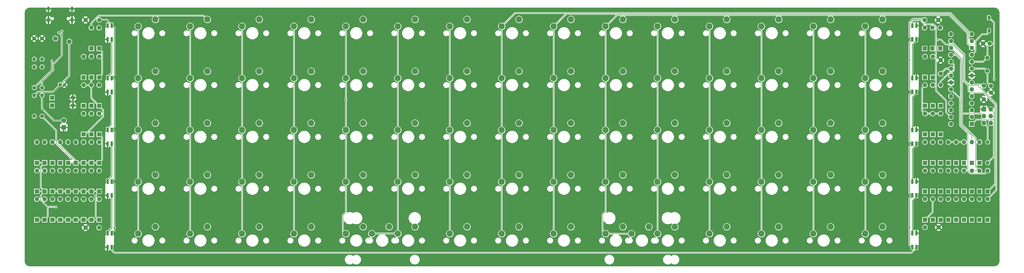
<source format=gbr>
%TF.GenerationSoftware,KiCad,Pcbnew,9.0.0*%
%TF.CreationDate,2025-03-29T22:01:33+01:00*%
%TF.ProjectId,orthgyle,6f727468-6779-46c6-952e-6b696361645f,1*%
%TF.SameCoordinates,Original*%
%TF.FileFunction,Copper,L2,Bot*%
%TF.FilePolarity,Positive*%
%FSLAX46Y46*%
G04 Gerber Fmt 4.6, Leading zero omitted, Abs format (unit mm)*
G04 Created by KiCad (PCBNEW 9.0.0) date 2025-03-29 22:01:33*
%MOMM*%
%LPD*%
G01*
G04 APERTURE LIST*
G04 Aperture macros list*
%AMRoundRect*
0 Rectangle with rounded corners*
0 $1 Rounding radius*
0 $2 $3 $4 $5 $6 $7 $8 $9 X,Y pos of 4 corners*
0 Add a 4 corners polygon primitive as box body*
4,1,4,$2,$3,$4,$5,$6,$7,$8,$9,$2,$3,0*
0 Add four circle primitives for the rounded corners*
1,1,$1+$1,$2,$3*
1,1,$1+$1,$4,$5*
1,1,$1+$1,$6,$7*
1,1,$1+$1,$8,$9*
0 Add four rect primitives between the rounded corners*
20,1,$1+$1,$2,$3,$4,$5,0*
20,1,$1+$1,$4,$5,$6,$7,0*
20,1,$1+$1,$6,$7,$8,$9,0*
20,1,$1+$1,$8,$9,$2,$3,0*%
%AMFreePoly0*
4,1,23,0.500000,-0.750000,0.000000,-0.750000,0.000000,-0.745722,-0.065263,-0.745722,-0.191342,-0.711940,-0.304381,-0.646677,-0.396677,-0.554381,-0.461940,-0.441342,-0.495722,-0.315263,-0.495722,-0.250000,-0.500000,-0.250000,-0.500000,0.250000,-0.495722,0.250000,-0.495722,0.315263,-0.461940,0.441342,-0.396677,0.554381,-0.304381,0.646677,-0.191342,0.711940,-0.065263,0.745722,0.000000,0.745722,
0.000000,0.750000,0.500000,0.750000,0.500000,-0.750000,0.500000,-0.750000,$1*%
%AMFreePoly1*
4,1,23,0.000000,0.745722,0.065263,0.745722,0.191342,0.711940,0.304381,0.646677,0.396677,0.554381,0.461940,0.441342,0.495722,0.315263,0.495722,0.250000,0.500000,0.250000,0.500000,-0.250000,0.495722,-0.250000,0.495722,-0.315263,0.461940,-0.441342,0.396677,-0.554381,0.304381,-0.646677,0.191342,-0.711940,0.065263,-0.745722,0.000000,-0.745722,0.000000,-0.750000,-0.500000,-0.750000,
-0.500000,0.750000,0.000000,0.750000,0.000000,0.745722,0.000000,0.745722,$1*%
G04 Aperture macros list end*
%TA.AperFunction,ComponentPad*%
%ADD10R,1.600000X1.600000*%
%TD*%
%TA.AperFunction,ComponentPad*%
%ADD11O,1.600000X1.600000*%
%TD*%
%TA.AperFunction,ComponentPad*%
%ADD12C,2.286000*%
%TD*%
%TA.AperFunction,ComponentPad*%
%ADD13C,1.600000*%
%TD*%
%TA.AperFunction,ComponentPad*%
%ADD14C,1.400000*%
%TD*%
%TA.AperFunction,ComponentPad*%
%ADD15O,1.400000X1.400000*%
%TD*%
%TA.AperFunction,ComponentPad*%
%ADD16C,1.500000*%
%TD*%
%TA.AperFunction,HeatsinkPad*%
%ADD17O,1.000000X2.100000*%
%TD*%
%TA.AperFunction,HeatsinkPad*%
%ADD18O,1.000000X1.600000*%
%TD*%
%TA.AperFunction,ComponentPad*%
%ADD19R,1.800000X1.800000*%
%TD*%
%TA.AperFunction,ComponentPad*%
%ADD20C,1.800000*%
%TD*%
%TA.AperFunction,ComponentPad*%
%ADD21C,1.710000*%
%TD*%
%TA.AperFunction,ComponentPad*%
%ADD22R,1.700000X1.700000*%
%TD*%
%TA.AperFunction,ComponentPad*%
%ADD23O,1.700000X1.700000*%
%TD*%
%TA.AperFunction,ComponentPad*%
%ADD24R,1.200000X1.200000*%
%TD*%
%TA.AperFunction,ComponentPad*%
%ADD25C,1.200000*%
%TD*%
%TA.AperFunction,SMDPad,CuDef*%
%ADD26R,0.820000X1.700000*%
%TD*%
%TA.AperFunction,SMDPad,CuDef*%
%ADD27RoundRect,0.205000X0.205000X-0.645000X0.205000X0.645000X-0.205000X0.645000X-0.205000X-0.645000X0*%
%TD*%
%TA.AperFunction,SMDPad,CuDef*%
%ADD28RoundRect,0.205000X-0.205000X0.645000X-0.205000X-0.645000X0.205000X-0.645000X0.205000X0.645000X0*%
%TD*%
%TA.AperFunction,SMDPad,CuDef*%
%ADD29FreePoly0,180.000000*%
%TD*%
%TA.AperFunction,SMDPad,CuDef*%
%ADD30FreePoly1,180.000000*%
%TD*%
%TA.AperFunction,ViaPad*%
%ADD31C,0.600000*%
%TD*%
%TA.AperFunction,Conductor*%
%ADD32C,0.250000*%
%TD*%
%TA.AperFunction,Conductor*%
%ADD33C,0.200000*%
%TD*%
G04 APERTURE END LIST*
D10*
X36314215Y-151567167D03*
D11*
X36314215Y-143947167D03*
D12*
X213162447Y-156012159D03*
X206812447Y-158552159D03*
D10*
X376357447Y-162044659D03*
D11*
X376357447Y-154424659D03*
D12*
X194112447Y-156012159D03*
X187762447Y-158552159D03*
X156012447Y-156012159D03*
X149662447Y-158552159D03*
X289362447Y-175062159D03*
X283012447Y-177602159D03*
D10*
X47744947Y-172522159D03*
D11*
X47744947Y-164902159D03*
D10*
X385049742Y-162044727D03*
D11*
X385049742Y-154424727D03*
D12*
X289362447Y-156012159D03*
X283012447Y-158552159D03*
D10*
X50601811Y-151567167D03*
D11*
X50601811Y-143947167D03*
D10*
X364928095Y-172522255D03*
D11*
X364928095Y-164902255D03*
D12*
X79812447Y-136962159D03*
X73462447Y-139502159D03*
D10*
X53459311Y-151567167D03*
D11*
X53459311Y-143947167D03*
D10*
X53459287Y-120134659D03*
D11*
X53459287Y-112514659D03*
D13*
X383620986Y-123230528D03*
X383620986Y-128230528D03*
D10*
X382073167Y-172522255D03*
D11*
X382073167Y-164902255D03*
D10*
X59174311Y-130612079D03*
D11*
X59174311Y-122992079D03*
D10*
X47744299Y-162044627D03*
D11*
X47744299Y-154424627D03*
D10*
X39171727Y-172522255D03*
D11*
X39171727Y-164902255D03*
D12*
X251262447Y-175062159D03*
X244912447Y-177602159D03*
D10*
X364927447Y-151567159D03*
D11*
X364927447Y-143947159D03*
D10*
X362069947Y-120134659D03*
D11*
X362069947Y-112514659D03*
D12*
X136962447Y-136962159D03*
X130612447Y-139502159D03*
D13*
X385882447Y-107752159D03*
X383382447Y-107752159D03*
D12*
X117912447Y-136962159D03*
X111562447Y-139502159D03*
D10*
X59174311Y-141089623D03*
D11*
X59174311Y-133469623D03*
D10*
X42029947Y-172522159D03*
D11*
X42029947Y-164902159D03*
D12*
X165537447Y-175062159D03*
X159187447Y-177602159D03*
D14*
X35362447Y-105847159D03*
D15*
X35362447Y-113467159D03*
D10*
X382072447Y-162044659D03*
D11*
X382072447Y-154424659D03*
D12*
X327462447Y-98862159D03*
X321112447Y-101402159D03*
X194112447Y-117912159D03*
X187762447Y-120452159D03*
X251262447Y-136962159D03*
X244912447Y-139502159D03*
X251262447Y-156012159D03*
X244912447Y-158552159D03*
D10*
X367785595Y-172522255D03*
D11*
X367785595Y-164902255D03*
D10*
X56316799Y-120134535D03*
D11*
X56316799Y-112514535D03*
D12*
X175062447Y-98862159D03*
X168712447Y-101402159D03*
D10*
X39171727Y-151567167D03*
D11*
X39171727Y-143947167D03*
D12*
X117912447Y-175062159D03*
X111562447Y-177602159D03*
X232212447Y-175062159D03*
X225862447Y-177602159D03*
X79812447Y-175062159D03*
X73462447Y-177602159D03*
X308412447Y-175062159D03*
X302062447Y-177602159D03*
X346512447Y-98862159D03*
X340162447Y-101402159D03*
D10*
X44887447Y-172522159D03*
D11*
X44887447Y-164902159D03*
D12*
X346512447Y-136962159D03*
X340162447Y-139502159D03*
D10*
X50601799Y-162044627D03*
D11*
X50601799Y-154424627D03*
D13*
X367785607Y-118824874D03*
X367785607Y-113824874D03*
D12*
X308412447Y-98862159D03*
X302062447Y-101402159D03*
D16*
X384929947Y-117822159D03*
X384929947Y-112942159D03*
D12*
X194112447Y-175062159D03*
X187762447Y-177602159D03*
D10*
X44886799Y-162044627D03*
D11*
X44886799Y-154424627D03*
D10*
X59174311Y-151567167D03*
D11*
X59174311Y-143947167D03*
D10*
X362069947Y-162044659D03*
D11*
X362069947Y-154424659D03*
D12*
X156012447Y-136962159D03*
X149662447Y-139502159D03*
X251262447Y-98862159D03*
X244912447Y-101402159D03*
X213162447Y-117912159D03*
X206812447Y-120452159D03*
D10*
X36314227Y-172522255D03*
D11*
X36314227Y-164902255D03*
D10*
X39171727Y-162044711D03*
D11*
X39171727Y-154424711D03*
D13*
X361950000Y-99060000D03*
X366950000Y-99060000D03*
D10*
X367784947Y-162044659D03*
D11*
X367784947Y-154424659D03*
D12*
X308412447Y-117912159D03*
X302062447Y-120452159D03*
D10*
X364927447Y-120134659D03*
D11*
X364927447Y-112514659D03*
D14*
X35362447Y-134422159D03*
D15*
X35362447Y-126802159D03*
D12*
X98862447Y-98862159D03*
X92512447Y-101402159D03*
D10*
X59174947Y-172522159D03*
D11*
X59174947Y-164902159D03*
D10*
X367784947Y-141089659D03*
D11*
X367784947Y-133469659D03*
D12*
X213162447Y-136962159D03*
X206812447Y-139502159D03*
X175062447Y-156012159D03*
X168712447Y-158552159D03*
X98862447Y-156012159D03*
X92512447Y-158552159D03*
D10*
X41910000Y-130492500D03*
D11*
X49530000Y-130492500D03*
D10*
X362069947Y-130612159D03*
D11*
X362069947Y-122992159D03*
D12*
X251262447Y-117912159D03*
X244912447Y-120452159D03*
X117912447Y-98862159D03*
X111562447Y-101402159D03*
X232212447Y-136962159D03*
X225862447Y-139502159D03*
D10*
X59174311Y-162044727D03*
D11*
X59174311Y-154424727D03*
D10*
X56316799Y-141089623D03*
D11*
X56316799Y-133469623D03*
D10*
X56316811Y-151567167D03*
D11*
X56316811Y-143947167D03*
D14*
X38219947Y-134422159D03*
D15*
X38219947Y-126802159D03*
D12*
X156012447Y-175062159D03*
X149662447Y-177602159D03*
X346512447Y-117912159D03*
X340162447Y-120452159D03*
D17*
X49230499Y-99090000D03*
D18*
X49230499Y-94910000D03*
D17*
X40590499Y-99090000D03*
D18*
X40590499Y-94910000D03*
D19*
X46196250Y-138588750D03*
D20*
X46196250Y-136048750D03*
D10*
X47744311Y-151567167D03*
D11*
X47744311Y-143947167D03*
D10*
X362069947Y-141089659D03*
D11*
X362069947Y-133469659D03*
D12*
X232212447Y-117912159D03*
X225862447Y-120452159D03*
X194112447Y-98862159D03*
X187762447Y-101402159D03*
D10*
X379214947Y-162044659D03*
D11*
X379214947Y-154424659D03*
D12*
X79812447Y-156012159D03*
X73462447Y-158552159D03*
D10*
X370643095Y-172522255D03*
D11*
X370643095Y-164902255D03*
D10*
X364927447Y-141089659D03*
D11*
X364927447Y-133469659D03*
D10*
X56316799Y-130612079D03*
D11*
X56316799Y-122992079D03*
D10*
X59174311Y-120134535D03*
D11*
X59174311Y-112514535D03*
D10*
X370642447Y-151567159D03*
D11*
X370642447Y-143947159D03*
D13*
X386240372Y-123289898D03*
X386240372Y-125789898D03*
D12*
X175062447Y-175062159D03*
X168712447Y-177602159D03*
X270312447Y-136962159D03*
X263962447Y-139502159D03*
D10*
X50602447Y-172522159D03*
D11*
X50602447Y-164902159D03*
D12*
X289362447Y-136962159D03*
X283012447Y-139502159D03*
D10*
X382072447Y-151567159D03*
D11*
X382072447Y-143947159D03*
D10*
X370642447Y-162044659D03*
D11*
X370642447Y-154424659D03*
D10*
X376357447Y-151567159D03*
D11*
X376357447Y-143947159D03*
D12*
X270312447Y-156012159D03*
X263962447Y-158552159D03*
D10*
X53459287Y-141089623D03*
D11*
X53459287Y-133469623D03*
D10*
X53459287Y-130612079D03*
D11*
X53459287Y-122992079D03*
D10*
X373499947Y-151567159D03*
D11*
X373499947Y-143947159D03*
D12*
X79812447Y-98862159D03*
X73462447Y-101402159D03*
D10*
X56317447Y-172522159D03*
D11*
X56317447Y-164902159D03*
D10*
X36314215Y-162044711D03*
D11*
X36314215Y-154424711D03*
D10*
X367665000Y-109537500D03*
D11*
X367665000Y-101917500D03*
D12*
X117912447Y-156012159D03*
X111562447Y-158552159D03*
X260787447Y-175062159D03*
X254437447Y-177602159D03*
D13*
X362070583Y-175260000D03*
X367070583Y-175260000D03*
D10*
X362069947Y-151567159D03*
D11*
X362069947Y-143947159D03*
D10*
X56316799Y-162044627D03*
D11*
X56316799Y-154424627D03*
D14*
X385049742Y-143947167D03*
D15*
X385049742Y-151567167D03*
D10*
X373499947Y-162044659D03*
D11*
X373499947Y-154424659D03*
D10*
X361950000Y-109537500D03*
D11*
X361950000Y-101917500D03*
D10*
X364807500Y-109537500D03*
D11*
X364807500Y-101917500D03*
D12*
X289362447Y-98862159D03*
X283012447Y-101402159D03*
X327462447Y-175062159D03*
X321112447Y-177602159D03*
X136962447Y-156012159D03*
X130612447Y-158552159D03*
D10*
X362070583Y-172522159D03*
D11*
X362070583Y-164902159D03*
D12*
X270312447Y-117912159D03*
X263962447Y-120452159D03*
X270312447Y-175062159D03*
X263962447Y-177602159D03*
X327462447Y-156012159D03*
X321112447Y-158552159D03*
X232212447Y-98862159D03*
X225862447Y-101402159D03*
X270312447Y-98862159D03*
X263962447Y-101402159D03*
D10*
X364927447Y-162044659D03*
D11*
X364927447Y-154424659D03*
D12*
X213162447Y-98862159D03*
X206812447Y-101402159D03*
X194112447Y-136962159D03*
X187762447Y-139502159D03*
X232212447Y-156012159D03*
X225862447Y-158552159D03*
X98862447Y-117912159D03*
X92512447Y-120452159D03*
X117912447Y-117912159D03*
X111562447Y-120452159D03*
D10*
X376358095Y-172522255D03*
D11*
X376358095Y-164902255D03*
D10*
X379214947Y-151567159D03*
D11*
X379214947Y-143947159D03*
D12*
X213162447Y-175062159D03*
X206812447Y-177602159D03*
D10*
X53459947Y-172522159D03*
D11*
X53459947Y-164902159D03*
D12*
X98862447Y-175062159D03*
X92512447Y-177602159D03*
D21*
X43121155Y-105847007D03*
X48221155Y-107047007D03*
D14*
X35362447Y-123944659D03*
D15*
X35362447Y-116324659D03*
D12*
X308412447Y-136962159D03*
X302062447Y-139502159D03*
D22*
X383654947Y-131897159D03*
D23*
X386194947Y-131897159D03*
X383654947Y-134437159D03*
X386194947Y-134437159D03*
X383654947Y-136977159D03*
X386194947Y-136977159D03*
D12*
X156012447Y-98862159D03*
X149662447Y-101402159D03*
D10*
X59174311Y-109537928D03*
D11*
X59174311Y-101917928D03*
D14*
X38219947Y-123944659D03*
D15*
X38219947Y-116324659D03*
D10*
X41910000Y-127635000D03*
D11*
X49530000Y-127635000D03*
D12*
X327462447Y-136962159D03*
X321112447Y-139502159D03*
X79812447Y-117912159D03*
X73462447Y-120452159D03*
D10*
X385049742Y-172522255D03*
D11*
X385049742Y-164902255D03*
D10*
X379215595Y-172522255D03*
D11*
X379215595Y-164902255D03*
D12*
X156012447Y-117912159D03*
X149662447Y-120452159D03*
D10*
X42029239Y-151567167D03*
D11*
X42029239Y-143947167D03*
D12*
X175062447Y-136962159D03*
X168712447Y-139502159D03*
D10*
X379214947Y-137279659D03*
D11*
X379214947Y-134739659D03*
X379214947Y-132199659D03*
X379214947Y-129659659D03*
X379214947Y-127119659D03*
X379214947Y-124579659D03*
X379214947Y-122039659D03*
X379214947Y-119499659D03*
X379214947Y-116959659D03*
X379214947Y-114419659D03*
X379214947Y-111879659D03*
X379214947Y-109339659D03*
X379214947Y-106799659D03*
X379214947Y-104259659D03*
X371594947Y-104259659D03*
X371594947Y-106799659D03*
X371594947Y-109339659D03*
X371594947Y-111879659D03*
X371594947Y-114419659D03*
X371594947Y-116959659D03*
X371594947Y-119499659D03*
X371594947Y-122039659D03*
X371594947Y-124579659D03*
X371594947Y-127119659D03*
X371594947Y-129659659D03*
X371594947Y-132199659D03*
X371594947Y-134739659D03*
X371594947Y-137279659D03*
D13*
X59182000Y-99060000D03*
X54182000Y-99060000D03*
D10*
X42029239Y-162044711D03*
D11*
X42029239Y-154424711D03*
D10*
X44886751Y-151567167D03*
D11*
X44886751Y-143947167D03*
D12*
X136962447Y-175062159D03*
X130612447Y-177602159D03*
X346512447Y-156012159D03*
X340162447Y-158552159D03*
D13*
X59174311Y-175379799D03*
X54174311Y-175379799D03*
D14*
X38219947Y-105847159D03*
D15*
X38219947Y-113467159D03*
D12*
X136962447Y-98862159D03*
X130612447Y-101402159D03*
D10*
X364927447Y-130612159D03*
D11*
X364927447Y-122992159D03*
D10*
X53459299Y-162044627D03*
D11*
X53459299Y-154424627D03*
D12*
X308412447Y-156012159D03*
X302062447Y-158552159D03*
D10*
X373500595Y-172522255D03*
D11*
X373500595Y-164902255D03*
D12*
X346512447Y-175062159D03*
X340162447Y-177602159D03*
D24*
X44887447Y-122872500D03*
D25*
X46387447Y-122872500D03*
D10*
X367784947Y-130612159D03*
D11*
X367784947Y-122992159D03*
D12*
X327462447Y-117912159D03*
X321112447Y-120452159D03*
X136962447Y-117912159D03*
X130612447Y-120452159D03*
X175062447Y-117912159D03*
X168712447Y-120452159D03*
D10*
X367784947Y-151567159D03*
D11*
X367784947Y-143947159D03*
D10*
X56316799Y-109537928D03*
D11*
X56316799Y-101917928D03*
D12*
X289362447Y-117912159D03*
X283012447Y-120452159D03*
X98862447Y-136962159D03*
X92512447Y-139502159D03*
D26*
X357390000Y-125486000D03*
X358890000Y-125486000D03*
D27*
X358890000Y-120386000D03*
D26*
X357390000Y-120386000D03*
X357390000Y-144542159D03*
X358890000Y-144542159D03*
D27*
X358890000Y-139442159D03*
D26*
X357390000Y-139442159D03*
X63742000Y-177442159D03*
X62242000Y-177442159D03*
D28*
X62242000Y-182542159D03*
D26*
X63742000Y-182542159D03*
D29*
X385579947Y-98227159D03*
D30*
X384279947Y-98227159D03*
D26*
X63742000Y-158442159D03*
X62242000Y-158442159D03*
D28*
X62242000Y-163542159D03*
D26*
X63742000Y-163542159D03*
D29*
X385579947Y-102989659D03*
D30*
X384279947Y-102989659D03*
D26*
X63742000Y-101082000D03*
X62242000Y-101082000D03*
D28*
X62242000Y-106182000D03*
D26*
X63742000Y-106182000D03*
X357390000Y-106182000D03*
X358890000Y-106182000D03*
D27*
X358890000Y-101082000D03*
D26*
X357390000Y-101082000D03*
X63742000Y-139442159D03*
X62242000Y-139442159D03*
D28*
X62242000Y-144542159D03*
D26*
X63742000Y-144542159D03*
X357390000Y-163542159D03*
X358890000Y-163542159D03*
D27*
X358890000Y-158442159D03*
D26*
X357390000Y-158442159D03*
X357390000Y-182542159D03*
X358890000Y-182542159D03*
D27*
X358890000Y-177442159D03*
D26*
X357390000Y-177442159D03*
X63742000Y-120386000D03*
X62242000Y-120386000D03*
D28*
X62242000Y-125486000D03*
D26*
X63742000Y-125486000D03*
D31*
X356414000Y-113817400D03*
X356414000Y-175260000D03*
X64718000Y-175387000D03*
X86797567Y-142042559D03*
X86916630Y-122992479D03*
X334567670Y-161092639D03*
X334567670Y-122992479D03*
X334686733Y-139661299D03*
X57864618Y-163592562D03*
X43338932Y-167759767D03*
X387431002Y-120904000D03*
X149662447Y-128270000D03*
X49174400Y-150164800D03*
X41808400Y-114092159D03*
X44315196Y-103680113D03*
X45510551Y-103125850D03*
X366664800Y-106349800D03*
D32*
X62160000Y-99060000D02*
X63742000Y-100642000D01*
X356414000Y-107158000D02*
X357390000Y-106182000D01*
X361569000Y-98679000D02*
X357505000Y-98679000D01*
X63742000Y-158442159D02*
X64718000Y-157466159D01*
X357505000Y-98679000D02*
X356414000Y-99770000D01*
X48221155Y-119538792D02*
X44887447Y-122872500D01*
X357390000Y-144542159D02*
X357170388Y-144542159D01*
X64718000Y-121056400D02*
X64047600Y-120386000D01*
X356414000Y-162785771D02*
X356414000Y-145518159D01*
X63742000Y-120386000D02*
X64718000Y-119410000D01*
X64718000Y-101832800D02*
X63967200Y-101082000D01*
D33*
X385049742Y-138371954D02*
X383654947Y-136977159D01*
D32*
X48221155Y-107047007D02*
X48221155Y-119538792D01*
X63742000Y-139442159D02*
X64718000Y-138466159D01*
X44887447Y-122872500D02*
X42267145Y-125492802D01*
X357170388Y-182542159D02*
X357390000Y-182542159D01*
X356414000Y-145518159D02*
X357390000Y-144542159D01*
X357108600Y-125486000D02*
X357390000Y-125486000D01*
D33*
X381686348Y-122753953D02*
X383144411Y-122753953D01*
D32*
X64718000Y-119410000D02*
X64718000Y-101832800D01*
X357170388Y-144542159D02*
X356414000Y-143785771D01*
X63961612Y-158442159D02*
X63742000Y-158442159D01*
X63967200Y-101082000D02*
X63742000Y-101082000D01*
X64718000Y-138466159D02*
X64718000Y-121056400D01*
D33*
X369650822Y-116959659D02*
X371594947Y-116959659D01*
D32*
X63742000Y-100642000D02*
X63742000Y-101082000D01*
X356414000Y-143785771D02*
X356414000Y-126462000D01*
X357390000Y-163542159D02*
X357170388Y-163542159D01*
D33*
X379914947Y-122739659D02*
X381672054Y-122739659D01*
D32*
X357159400Y-106182000D02*
X357390000Y-106182000D01*
D33*
X379214947Y-122039659D02*
X379914947Y-122739659D01*
D32*
X356414000Y-126462000D02*
X357390000Y-125486000D01*
X64004159Y-139442159D02*
X63742000Y-139442159D01*
X356414000Y-105436600D02*
X357159400Y-106182000D01*
D33*
X383144411Y-122753953D02*
X383620986Y-123230528D01*
D32*
X36671804Y-125492802D02*
X35362447Y-126802159D01*
X59182000Y-99060000D02*
X62160000Y-99060000D01*
D33*
X367785607Y-118824874D02*
X369650822Y-116959659D01*
D32*
X356414000Y-99770000D02*
X356414000Y-105436600D01*
X356414000Y-113817400D02*
X356414000Y-124791400D01*
X356414000Y-124791400D02*
X357108600Y-125486000D01*
X356414000Y-181785771D02*
X357170388Y-182542159D01*
X356414000Y-175260000D02*
X356414000Y-181785771D01*
D33*
X381672054Y-122739659D02*
X381686348Y-122753953D01*
D32*
X356414000Y-113817400D02*
X356414000Y-107158000D01*
D33*
X385049742Y-143947167D02*
X385049742Y-138371954D01*
D32*
X64047600Y-120386000D02*
X63742000Y-120386000D01*
X63742000Y-177442159D02*
X64718000Y-176466159D01*
X64718000Y-140156000D02*
X64004159Y-139442159D01*
X356414000Y-164518159D02*
X357390000Y-163542159D01*
X64718000Y-159198547D02*
X63961612Y-158442159D01*
X42267145Y-125492802D02*
X36671804Y-125492802D01*
X361950000Y-99060000D02*
X361569000Y-98679000D01*
X64718000Y-157466159D02*
X64718000Y-140156000D01*
X357170388Y-163542159D02*
X356414000Y-162785771D01*
X64718000Y-176466159D02*
X64718000Y-175387000D01*
X356414000Y-175260000D02*
X356414000Y-164518159D01*
X64718000Y-175387000D02*
X64718000Y-159198547D01*
D33*
X60603067Y-134541190D02*
X54054634Y-141089623D01*
X56316799Y-122992079D02*
X53459287Y-122992079D01*
X377786899Y-140673208D02*
X377786899Y-154552246D01*
X374853135Y-127837847D02*
X374853135Y-137739444D01*
X56316799Y-122992079D02*
X56316799Y-127754567D01*
X60274311Y-110637928D02*
X60274311Y-119034535D01*
X59174311Y-130612079D02*
X60603067Y-132040835D01*
X378759312Y-155524659D02*
X383949810Y-155524659D01*
X371594947Y-124579659D02*
X374853135Y-127837847D01*
X54054634Y-141089623D02*
X53459287Y-141089623D01*
X56435862Y-123111142D02*
X56316799Y-122992079D01*
X374853135Y-137739444D02*
X377786899Y-140673208D01*
X60274311Y-119034535D02*
X59174311Y-120134535D01*
X383949810Y-155524659D02*
X385049742Y-154424727D01*
X59174311Y-109537928D02*
X60274311Y-110637928D01*
X56316799Y-122992079D02*
X56316799Y-120134535D01*
X377786899Y-154552246D02*
X378759312Y-155524659D01*
X60603067Y-132040835D02*
X60603067Y-134541190D01*
X56316799Y-127754567D02*
X59174311Y-130612079D01*
X49775400Y-149915857D02*
X49423343Y-149563800D01*
X372695947Y-115520659D02*
X372695947Y-117549453D01*
X44886751Y-145038951D02*
X44886751Y-143947167D01*
X360969947Y-132369659D02*
X362069947Y-133469659D01*
X371068600Y-118262400D02*
X367784947Y-121546053D01*
X371983000Y-118262400D02*
X371068600Y-118262400D01*
X362069947Y-133469659D02*
X364927447Y-133469659D01*
X60274311Y-150467167D02*
X59174311Y-151567167D01*
X59174311Y-141089623D02*
X60274311Y-142189623D01*
X50601811Y-150754011D02*
X49775400Y-149927600D01*
X49423343Y-149563800D02*
X49411600Y-149563800D01*
X367784947Y-133469659D02*
X364927447Y-133469659D01*
X372695947Y-117549453D02*
X371983000Y-118262400D01*
X362069947Y-122992159D02*
X360969947Y-124092159D01*
X50601811Y-151567167D02*
X50601811Y-150754011D01*
X49411600Y-149563800D02*
X44886751Y-145038951D01*
X56317447Y-151567159D02*
X59174947Y-151567159D01*
X371594947Y-114419659D02*
X372695947Y-115520659D01*
X367784947Y-121546053D02*
X367784947Y-122992159D01*
X47744947Y-151567159D02*
X50602447Y-151567159D01*
X53459947Y-151567159D02*
X56317447Y-151567159D01*
X49775400Y-149927600D02*
X49775400Y-149915857D01*
X60274311Y-142189623D02*
X60274311Y-150467167D01*
X50602447Y-151567159D02*
X53459947Y-151567159D01*
X360969947Y-124092159D02*
X360969947Y-132369659D01*
X375291261Y-114906198D02*
X375291261Y-113601659D01*
X47744947Y-162044659D02*
X50602447Y-162044659D01*
X375253135Y-114944324D02*
X375291261Y-114906198D01*
X42029255Y-162044743D02*
X42029239Y-162044727D01*
X373569261Y-111879659D02*
X371594947Y-111879659D01*
X53459947Y-162044659D02*
X56317447Y-162044659D01*
X50602447Y-162044659D02*
X53459947Y-162044659D01*
X370642447Y-143947159D02*
X373499947Y-143947159D01*
X379214947Y-143947159D02*
X379214947Y-141535570D01*
X47744311Y-162044659D02*
X44886835Y-162044659D01*
X56317447Y-162044659D02*
X59174947Y-162044659D01*
X379214947Y-141535570D02*
X375253135Y-137573758D01*
X44886751Y-162044743D02*
X42029255Y-162044743D01*
X44886835Y-162044659D02*
X44886751Y-162044743D01*
X373499947Y-143947159D02*
X376357447Y-143947159D01*
X375253135Y-137573758D02*
X375253135Y-114944324D01*
X375291261Y-113601659D02*
X373569261Y-111879659D01*
X375691261Y-113435973D02*
X371594947Y-109339659D01*
D32*
X50602447Y-172522159D02*
X53459947Y-172522159D01*
X42029947Y-172522159D02*
X44887447Y-172522159D01*
D33*
X57864618Y-171211830D02*
X59174947Y-172522159D01*
X383654947Y-134437159D02*
X382687411Y-133469623D01*
X57864618Y-163592562D02*
X57864618Y-171211830D01*
X382687411Y-133469623D02*
X375653135Y-133469623D01*
X380645051Y-142399988D02*
X380645051Y-152997263D01*
X375653135Y-133817442D02*
X375653135Y-115110010D01*
X380645051Y-152997263D02*
X382072447Y-154424659D01*
D32*
X56317447Y-172522159D02*
X59174947Y-172522159D01*
D33*
X379214947Y-154424659D02*
X382072447Y-154424659D01*
D32*
X44887447Y-172522159D02*
X47744947Y-172522159D01*
D33*
X375653135Y-137408072D02*
X380645051Y-142399988D01*
D32*
X47744947Y-172522159D02*
X50602447Y-172522159D01*
X53459947Y-172522159D02*
X56317447Y-172522159D01*
D33*
X375653135Y-115110010D02*
X375691261Y-115071884D01*
X375653135Y-133817442D02*
X375653135Y-137408072D01*
X375691261Y-115071884D02*
X375691261Y-113435973D01*
X36314947Y-162044711D02*
X39172447Y-162044711D01*
X364928095Y-164902255D02*
X364928095Y-169664647D01*
X376491261Y-115403255D02*
X376453135Y-115441381D01*
X36314227Y-151567187D02*
X36433278Y-151448136D01*
X43338932Y-167759767D02*
X40271727Y-167759767D01*
X37742971Y-165231011D02*
X37742971Y-163474187D01*
X376491261Y-111695972D02*
X376491261Y-115403255D01*
X388144947Y-129778237D02*
X388144947Y-161687159D01*
X388144947Y-161687159D02*
X384929947Y-164902159D01*
X39171727Y-172522255D02*
X40271727Y-171422255D01*
X37742971Y-152995955D02*
X39171727Y-151567199D01*
X376453135Y-121063000D02*
X378529794Y-123139659D01*
X378529794Y-123139659D02*
X381506369Y-123139659D01*
X364928095Y-169664647D02*
X362070583Y-172522159D01*
X37742971Y-163474187D02*
X39172447Y-162044711D01*
X36314227Y-151567199D02*
X36314227Y-151567187D01*
X371594947Y-106799659D02*
X372504493Y-107709204D01*
X381506369Y-123139659D02*
X388144947Y-129778237D01*
X39172447Y-162044711D02*
X37742971Y-160615235D01*
D32*
X36314947Y-172522159D02*
X39172447Y-172522159D01*
D33*
X39171727Y-151567199D02*
X36314227Y-151567199D01*
X37742971Y-160615235D02*
X37742971Y-152995955D01*
X376453135Y-115441381D02*
X376453135Y-121063000D01*
X40271727Y-171422255D02*
X40271727Y-167759767D01*
X40271727Y-167759767D02*
X37742971Y-165231011D01*
X372504493Y-107709204D02*
X376491261Y-111695972D01*
X384929947Y-108704659D02*
X385882447Y-107752159D01*
X379214947Y-114419659D02*
X383452447Y-114419659D01*
X384929947Y-112942159D02*
X384929947Y-108704659D01*
X383452447Y-114419659D02*
X384929947Y-112942159D01*
X387344947Y-133047159D02*
X386194947Y-131897159D01*
X387344947Y-149271962D02*
X385049742Y-151567167D01*
X380762786Y-135731820D02*
X387344947Y-135731820D01*
X387431002Y-120904000D02*
X387431002Y-100022373D01*
X379214947Y-137279659D02*
X380762786Y-135731820D01*
X387344947Y-134984434D02*
X387344947Y-133047159D01*
X387344947Y-135731820D02*
X387344947Y-134984434D01*
X387431002Y-100022373D02*
X385636004Y-98227375D01*
X387344947Y-134984434D02*
X387344947Y-149271962D01*
X384929947Y-122039659D02*
X385882447Y-122992159D01*
X384067447Y-116959659D02*
X384929947Y-117822159D01*
X384929947Y-117822159D02*
X384929947Y-122039659D01*
X379214947Y-116959659D02*
X384067447Y-116959659D01*
X263962447Y-177602159D02*
X263962447Y-158552159D01*
X130612447Y-139502159D02*
X130612447Y-158552159D01*
X130612447Y-158552159D02*
X130612447Y-177602159D01*
X263962447Y-139502159D02*
X263962447Y-120452159D01*
X263962447Y-101402159D02*
X263962447Y-120452159D01*
X263962447Y-158552159D02*
X263962447Y-139502159D01*
X130612447Y-120452159D02*
X130612447Y-139502159D01*
X130612447Y-101402159D02*
X130612447Y-120452159D01*
X73462447Y-120452159D02*
X73462447Y-139502159D01*
X371430159Y-96474871D02*
X211739735Y-96474871D01*
X73462447Y-158552159D02*
X73462447Y-177602159D01*
X211739735Y-96474871D02*
X206812447Y-101402159D01*
X379214947Y-104259659D02*
X371430159Y-96474871D01*
X206812447Y-101402159D02*
X206812447Y-120452159D01*
X206812447Y-139502159D02*
X206812447Y-158552159D01*
X206812447Y-158552159D02*
X206812447Y-177602159D01*
X73462447Y-101402159D02*
X73462447Y-120452159D01*
X73462447Y-139502159D02*
X73462447Y-158552159D01*
X206812447Y-120452159D02*
X206812447Y-139502159D01*
X92512447Y-120452159D02*
X92512447Y-139502159D01*
X92512447Y-158552159D02*
X92512447Y-177602159D01*
X225862447Y-158552159D02*
X225862447Y-139502159D01*
X92512447Y-101402159D02*
X92512447Y-120452159D01*
X378114947Y-105699659D02*
X378114947Y-103725345D01*
X371264473Y-96874871D02*
X230389735Y-96874871D01*
X225862447Y-120452159D02*
X225862447Y-101402159D01*
X225862447Y-139502159D02*
X225862447Y-120452159D01*
X379214947Y-106799659D02*
X378114947Y-105699659D01*
X92512447Y-139502159D02*
X92512447Y-158552159D01*
X225862447Y-177602159D02*
X225862447Y-158552159D01*
X230389735Y-96874871D02*
X225862447Y-101402159D01*
X378114947Y-103725345D02*
X371264473Y-96874871D01*
X244912447Y-120452159D02*
X244912447Y-139502159D01*
X243841664Y-170498616D02*
X243841664Y-176531376D01*
X111562447Y-139502159D02*
X111562447Y-120452159D01*
X111562447Y-177602159D02*
X111562447Y-158552159D01*
X371098787Y-97274871D02*
X249039735Y-97274871D01*
X244912447Y-158552159D02*
X244912447Y-169427833D01*
X377714947Y-107839659D02*
X377714947Y-103891031D01*
X111562447Y-120452159D02*
X111562447Y-101402159D01*
X244912447Y-101402159D02*
X244912447Y-120452159D01*
X379214947Y-109339659D02*
X377714947Y-107839659D01*
X377714947Y-103891031D02*
X371098787Y-97274871D01*
X244912447Y-169427833D02*
X243841664Y-170498616D01*
X244912447Y-139502159D02*
X244912447Y-158552159D01*
X111562447Y-158552159D02*
X111562447Y-139502159D01*
X243841664Y-176531376D02*
X244912447Y-177602159D01*
X249039735Y-97274871D02*
X244912447Y-101402159D01*
X244912447Y-177602159D02*
X254437447Y-177602159D01*
X149662447Y-169784622D02*
X149662447Y-158552159D01*
X283012447Y-139502159D02*
X283012447Y-158552159D01*
X149662447Y-120452159D02*
X149662447Y-101402159D01*
X149662447Y-139502159D02*
X149662447Y-128270000D01*
X149662447Y-158552159D02*
X149662447Y-139502159D01*
X148591264Y-176530976D02*
X148591264Y-170855805D01*
X283012447Y-101402159D02*
X283012447Y-120452159D01*
X283012447Y-158552159D02*
X283012447Y-177602159D01*
X149662447Y-177602159D02*
X148591264Y-176530976D01*
X149662447Y-128270000D02*
X149662447Y-120452159D01*
X148591264Y-170855805D02*
X149662447Y-169784622D01*
X283012447Y-120452159D02*
X283012447Y-139502159D01*
X168712447Y-158552159D02*
X168712447Y-177602159D01*
X302062447Y-101402159D02*
X302062447Y-120452159D01*
D32*
X159187447Y-177602159D02*
X168712447Y-177602159D01*
D33*
X302062447Y-158552159D02*
X302062447Y-139502159D01*
X168712447Y-101402159D02*
X168712447Y-120452159D01*
X302062447Y-139502159D02*
X302062447Y-120452159D01*
X168712447Y-120452159D02*
X168712447Y-139502159D01*
X168712447Y-139502159D02*
X168712447Y-158552159D01*
X302062447Y-177602159D02*
X302062447Y-158552159D01*
X59174311Y-122992079D02*
X59055248Y-123111142D01*
X43434000Y-144424400D02*
X43434000Y-139636212D01*
X49174400Y-150164800D02*
X43434000Y-144424400D01*
X43434000Y-139636212D02*
X38219947Y-134422159D01*
X357390000Y-99581400D02*
X357835200Y-99136200D01*
X366064800Y-124942600D02*
X369809678Y-128687478D01*
X360375200Y-99136200D02*
X361797600Y-100558600D01*
X369809678Y-132954390D02*
X371594947Y-134739659D01*
X357835200Y-99136200D02*
X360375200Y-99136200D01*
X369809678Y-128687478D02*
X369809678Y-132954390D01*
X365099600Y-100558600D02*
X366064800Y-101523800D01*
X366064800Y-101523800D02*
X366064800Y-124942600D01*
X361797600Y-100558600D02*
X365099600Y-100558600D01*
X357390000Y-101082000D02*
X357390000Y-99581400D01*
D32*
X42703750Y-136048750D02*
X38219947Y-131564947D01*
X46196250Y-136048750D02*
X42703750Y-136048750D01*
X38219947Y-131564947D02*
X38219947Y-126802159D01*
D33*
X385645697Y-103585210D02*
X384931319Y-104299588D01*
X384931319Y-104299588D02*
X383026311Y-104299588D01*
X383026311Y-104299588D02*
X380525988Y-106799911D01*
X380525988Y-110568618D02*
X379214947Y-111879659D01*
X380525988Y-106799911D02*
X380525988Y-110568618D01*
X385645697Y-102894980D02*
X385645697Y-103585210D01*
D32*
X41808400Y-117498706D02*
X35362447Y-123944659D01*
X41808400Y-114092159D02*
X41808400Y-117498706D01*
X42259400Y-117311896D02*
X42259400Y-115398400D01*
X45516800Y-112141000D02*
X45516800Y-104881716D01*
X45510550Y-104875467D02*
X45510551Y-104875467D01*
X42259400Y-117685516D02*
X42259400Y-117311896D01*
X45516800Y-104881716D02*
X45510551Y-104875467D01*
X38219947Y-121724969D02*
X41995210Y-117949706D01*
X45510551Y-104875467D02*
X45510551Y-103125850D01*
X42259400Y-115398400D02*
X45516800Y-112141000D01*
X44315196Y-103680113D02*
X45510550Y-104875467D01*
X41995210Y-117949706D02*
X42259400Y-117685516D01*
X38219947Y-123944659D02*
X38219947Y-121724969D01*
X357390000Y-108122000D02*
X357390000Y-120386000D01*
X358890000Y-106622000D02*
X357390000Y-108122000D01*
X358890000Y-106182000D02*
X358890000Y-106622000D01*
X358890000Y-125919800D02*
X357390000Y-127419800D01*
X357390000Y-127419800D02*
X357390000Y-139442159D01*
X358890000Y-125486000D02*
X358890000Y-125919800D01*
X358890000Y-144542159D02*
X358890000Y-144982159D01*
X357390000Y-146482159D02*
X357390000Y-158442159D01*
X358890000Y-144982159D02*
X357390000Y-146482159D01*
X357390000Y-165519800D02*
X358890000Y-164019800D01*
X358890000Y-164019800D02*
X358890000Y-163542159D01*
X357390000Y-177442159D02*
X357390000Y-165519800D01*
D33*
X64854913Y-184666713D02*
X63742000Y-183553800D01*
X357037893Y-184666713D02*
X64854913Y-184666713D01*
X63742000Y-183553800D02*
X63742000Y-182542159D01*
X359212447Y-182492159D02*
X357037893Y-184666713D01*
D32*
X62242000Y-177000600D02*
X62242000Y-177442159D01*
X63742000Y-163542159D02*
X63742000Y-175500600D01*
X63742000Y-175500600D02*
X62242000Y-177000600D01*
X63742000Y-144542159D02*
X63742000Y-156476000D01*
X63742000Y-156476000D02*
X62242000Y-157976000D01*
X62242000Y-157976000D02*
X62242000Y-158442159D01*
D33*
X63742000Y-125486000D02*
X63742000Y-137527600D01*
X62242000Y-139027600D02*
X62242000Y-139442159D01*
X63742000Y-137527600D02*
X62242000Y-139027600D01*
X63742000Y-125486000D02*
X63806447Y-125421553D01*
D32*
X62242000Y-119965600D02*
X63742000Y-118465600D01*
X63742000Y-106182000D02*
X63742000Y-118465600D01*
X62242000Y-120386000D02*
X62242000Y-119965600D01*
D33*
X321112447Y-139502159D02*
X321112447Y-158552159D01*
X187762447Y-158552159D02*
X187762447Y-139502159D01*
X321112447Y-158552159D02*
X321112447Y-177602159D01*
X187762447Y-139502159D02*
X187762447Y-120452159D01*
X187762447Y-120452159D02*
X187762447Y-101402159D01*
X321112447Y-101402159D02*
X321112447Y-120452159D01*
X321112447Y-120452159D02*
X321112447Y-139502159D01*
X187762447Y-177602159D02*
X187762447Y-158552159D01*
X340162447Y-120452159D02*
X340162447Y-101402159D01*
X340162447Y-177602159D02*
X340162447Y-158552159D01*
X340162447Y-139502159D02*
X340162447Y-120452159D01*
X340162447Y-158552159D02*
X340162447Y-139502159D01*
X59044841Y-97419159D02*
X56316799Y-100147201D01*
X98862447Y-98862159D02*
X97419447Y-97419159D01*
X97419447Y-97419159D02*
X59044841Y-97419159D01*
X56316799Y-100147201D02*
X56316799Y-101917928D01*
X372338807Y-108109204D02*
X376091261Y-111861658D01*
X376053135Y-115275695D02*
X376053135Y-121228686D01*
X376091261Y-111861658D02*
X376091261Y-115237569D01*
X387744947Y-129943923D02*
X387744947Y-159349522D01*
X378025025Y-125135213D02*
X378710262Y-125820450D01*
X368096800Y-106349800D02*
X369856204Y-108109204D01*
X376091261Y-115237569D02*
X376053135Y-115275695D01*
X376053135Y-121228686D02*
X378025025Y-123200576D01*
X378025025Y-123200576D02*
X378025025Y-125135213D01*
X383621474Y-125820450D02*
X387744947Y-129943923D01*
X366664800Y-106349800D02*
X368096800Y-106349800D01*
X378710262Y-125820450D02*
X383621474Y-125820450D01*
X369856204Y-108109204D02*
X372338807Y-108109204D01*
X387744947Y-159349522D02*
X385049742Y-162044727D01*
%TA.AperFunction,Conductor*%
G36*
X376158838Y-121759806D02*
G01*
X376165316Y-121765838D01*
X377688206Y-123288728D01*
X377721691Y-123350051D01*
X377724525Y-123376409D01*
X377724525Y-125174775D01*
X377735957Y-125217440D01*
X377745004Y-125251203D01*
X377747592Y-125255685D01*
X377769102Y-125292941D01*
X377777952Y-125308269D01*
X377781691Y-125314747D01*
X377784565Y-125319724D01*
X378469802Y-126004961D01*
X378525751Y-126060910D01*
X378525753Y-126060911D01*
X378525757Y-126060914D01*
X378601311Y-126104535D01*
X378600481Y-126105971D01*
X378647405Y-126143780D01*
X378669475Y-126210072D01*
X378652200Y-126277773D01*
X378614446Y-126317608D01*
X378577167Y-126342517D01*
X378577161Y-126342522D01*
X378437810Y-126481873D01*
X378437807Y-126481877D01*
X378328318Y-126645738D01*
X378328311Y-126645751D01*
X378252897Y-126827819D01*
X378252894Y-126827829D01*
X378214447Y-127021115D01*
X378214447Y-127021118D01*
X378214447Y-127218200D01*
X378214447Y-127218202D01*
X378214446Y-127218202D01*
X378252894Y-127411488D01*
X378252897Y-127411498D01*
X378328311Y-127593566D01*
X378328318Y-127593579D01*
X378437807Y-127757440D01*
X378437810Y-127757444D01*
X378577161Y-127896795D01*
X378577165Y-127896798D01*
X378741026Y-128006287D01*
X378741039Y-128006294D01*
X378855612Y-128053751D01*
X378923112Y-128081710D01*
X378923116Y-128081710D01*
X378923117Y-128081711D01*
X379116403Y-128120159D01*
X379116406Y-128120159D01*
X379313490Y-128120159D01*
X379443529Y-128094291D01*
X379506782Y-128081710D01*
X379619551Y-128035000D01*
X379682846Y-128008783D01*
X379688854Y-128006294D01*
X379688854Y-128006293D01*
X379688861Y-128006291D01*
X379852729Y-127896798D01*
X379992086Y-127757441D01*
X380101579Y-127593573D01*
X380107726Y-127578734D01*
X380124204Y-127538950D01*
X380176998Y-127411494D01*
X380211060Y-127240256D01*
X380215447Y-127218202D01*
X380215447Y-127021115D01*
X380176999Y-126827829D01*
X380176998Y-126827828D01*
X380176998Y-126827824D01*
X380171789Y-126815249D01*
X380101582Y-126645751D01*
X380101575Y-126645738D01*
X379992086Y-126481877D01*
X379992083Y-126481873D01*
X379852731Y-126342521D01*
X379850641Y-126340806D01*
X379849839Y-126339629D01*
X379848422Y-126338212D01*
X379848690Y-126337943D01*
X379811304Y-126283062D01*
X379809431Y-126213218D01*
X379845616Y-126153448D01*
X379908371Y-126122729D01*
X379929302Y-126120950D01*
X383445641Y-126120950D01*
X383512680Y-126140635D01*
X383533322Y-126157269D01*
X384172242Y-126796189D01*
X384205727Y-126857512D01*
X384200743Y-126927204D01*
X384158871Y-126983137D01*
X384093407Y-127007554D01*
X384046243Y-127001801D01*
X383925405Y-126962538D01*
X383723303Y-126930528D01*
X383518669Y-126930528D01*
X383316568Y-126962537D01*
X383121954Y-127025772D01*
X382939630Y-127118671D01*
X382895063Y-127151051D01*
X382895063Y-127151052D01*
X383574540Y-127830528D01*
X383568325Y-127830528D01*
X383466592Y-127857787D01*
X383375380Y-127910448D01*
X383300906Y-127984922D01*
X383248245Y-128076134D01*
X383220986Y-128177867D01*
X383220986Y-128184081D01*
X382541510Y-127504605D01*
X382541509Y-127504605D01*
X382509129Y-127549172D01*
X382416230Y-127731496D01*
X382352995Y-127926110D01*
X382320986Y-128128210D01*
X382320986Y-128332845D01*
X382352995Y-128534945D01*
X382416230Y-128729559D01*
X382509127Y-128911878D01*
X382509133Y-128911887D01*
X382541509Y-128956449D01*
X382541510Y-128956450D01*
X383220986Y-128276974D01*
X383220986Y-128283189D01*
X383248245Y-128384922D01*
X383300906Y-128476134D01*
X383375380Y-128550608D01*
X383466592Y-128603269D01*
X383568325Y-128630528D01*
X383574539Y-128630528D01*
X382895062Y-129310002D01*
X382939636Y-129342387D01*
X383121954Y-129435283D01*
X383316568Y-129498518D01*
X383518669Y-129530528D01*
X383723303Y-129530528D01*
X383925403Y-129498518D01*
X384120017Y-129435283D01*
X384302335Y-129342387D01*
X384346907Y-129310002D01*
X383667433Y-128630528D01*
X383673647Y-128630528D01*
X383775380Y-128603269D01*
X383866592Y-128550608D01*
X383941066Y-128476134D01*
X383993727Y-128384922D01*
X384020986Y-128283189D01*
X384020986Y-128276974D01*
X384700460Y-128956449D01*
X384732845Y-128911877D01*
X384825741Y-128729559D01*
X384888976Y-128534945D01*
X384920986Y-128332845D01*
X384920986Y-128128210D01*
X384888976Y-127926110D01*
X384849712Y-127805271D01*
X384847717Y-127735430D01*
X384883797Y-127675597D01*
X384946497Y-127644768D01*
X385015912Y-127652732D01*
X385055324Y-127679271D01*
X387408128Y-130032075D01*
X387441613Y-130093398D01*
X387444447Y-130119756D01*
X387444447Y-131545239D01*
X387424762Y-131612278D01*
X387371958Y-131658033D01*
X387302800Y-131667977D01*
X387239244Y-131638952D01*
X387205886Y-131592692D01*
X387125889Y-131399562D01*
X387010922Y-131227501D01*
X386864604Y-131081183D01*
X386730426Y-130991529D01*
X386692545Y-130966218D01*
X386501367Y-130887029D01*
X386501359Y-130887027D01*
X386298416Y-130846659D01*
X386298412Y-130846659D01*
X386091482Y-130846659D01*
X386091477Y-130846659D01*
X385888534Y-130887027D01*
X385888526Y-130887029D01*
X385697350Y-130966217D01*
X385525289Y-131081183D01*
X385378971Y-131227501D01*
X385264005Y-131399562D01*
X385243508Y-131449047D01*
X385199667Y-131503450D01*
X385133373Y-131525515D01*
X385065673Y-131508236D01*
X385018063Y-131457098D01*
X385004947Y-131401594D01*
X385004947Y-130999331D01*
X385004946Y-130999314D01*
X384998545Y-130939786D01*
X384998543Y-130939779D01*
X384948301Y-130805072D01*
X384948297Y-130805065D01*
X384862137Y-130689971D01*
X384862134Y-130689968D01*
X384747040Y-130603808D01*
X384747033Y-130603804D01*
X384612326Y-130553562D01*
X384612319Y-130553560D01*
X384552791Y-130547159D01*
X383904947Y-130547159D01*
X383904947Y-131464147D01*
X383847940Y-131431234D01*
X383720773Y-131397159D01*
X383589121Y-131397159D01*
X383461954Y-131431234D01*
X383404947Y-131464147D01*
X383404947Y-130547159D01*
X382757102Y-130547159D01*
X382697574Y-130553560D01*
X382697567Y-130553562D01*
X382562860Y-130603804D01*
X382562853Y-130603808D01*
X382447759Y-130689968D01*
X382447756Y-130689971D01*
X382361596Y-130805065D01*
X382361592Y-130805072D01*
X382311350Y-130939779D01*
X382311348Y-130939786D01*
X382304947Y-130999314D01*
X382304947Y-131647159D01*
X383221935Y-131647159D01*
X383189022Y-131704166D01*
X383154947Y-131831333D01*
X383154947Y-131962985D01*
X383189022Y-132090152D01*
X383221935Y-132147159D01*
X382304947Y-132147159D01*
X382304947Y-132795003D01*
X382311348Y-132854531D01*
X382311350Y-132854538D01*
X382364693Y-132997558D01*
X382362418Y-132998406D01*
X382374506Y-133053966D01*
X382350091Y-133119431D01*
X382294159Y-133161304D01*
X382250822Y-133169123D01*
X379959767Y-133169123D01*
X379892728Y-133149438D01*
X379846973Y-133096634D01*
X379837029Y-133027476D01*
X379866054Y-132963920D01*
X379872086Y-132957442D01*
X379992083Y-132837444D01*
X379992086Y-132837441D01*
X380101579Y-132673573D01*
X380176998Y-132491494D01*
X380195763Y-132397159D01*
X380215447Y-132298202D01*
X380215447Y-132101115D01*
X380176999Y-131907829D01*
X380176998Y-131907828D01*
X380176998Y-131907824D01*
X380176996Y-131907819D01*
X380101582Y-131725751D01*
X380101575Y-131725738D01*
X379992086Y-131561877D01*
X379992083Y-131561873D01*
X379852732Y-131422522D01*
X379852728Y-131422519D01*
X379688867Y-131313030D01*
X379688854Y-131313023D01*
X379506786Y-131237609D01*
X379506776Y-131237606D01*
X379313490Y-131199159D01*
X379313488Y-131199159D01*
X379116406Y-131199159D01*
X379116404Y-131199159D01*
X378923117Y-131237606D01*
X378923107Y-131237609D01*
X378741039Y-131313023D01*
X378741026Y-131313030D01*
X378577165Y-131422519D01*
X378577161Y-131422522D01*
X378437810Y-131561873D01*
X378437807Y-131561877D01*
X378328318Y-131725738D01*
X378328311Y-131725751D01*
X378252897Y-131907819D01*
X378252894Y-131907829D01*
X378214447Y-132101115D01*
X378214447Y-132101118D01*
X378214447Y-132298200D01*
X378214447Y-132298202D01*
X378214446Y-132298202D01*
X378252894Y-132491488D01*
X378252897Y-132491498D01*
X378328311Y-132673566D01*
X378328318Y-132673579D01*
X378437807Y-132837440D01*
X378437810Y-132837444D01*
X378557808Y-132957442D01*
X378591293Y-133018765D01*
X378586309Y-133088457D01*
X378544437Y-133144390D01*
X378478973Y-133168807D01*
X378470127Y-133169123D01*
X376077635Y-133169123D01*
X376010596Y-133149438D01*
X375964841Y-133096634D01*
X375953635Y-133045123D01*
X375953635Y-129758202D01*
X378214446Y-129758202D01*
X378252894Y-129951488D01*
X378252897Y-129951498D01*
X378328311Y-130133566D01*
X378328318Y-130133579D01*
X378437807Y-130297440D01*
X378437810Y-130297444D01*
X378577161Y-130436795D01*
X378577165Y-130436798D01*
X378741026Y-130546287D01*
X378741039Y-130546294D01*
X378879892Y-130603808D01*
X378923112Y-130621710D01*
X378923116Y-130621710D01*
X378923117Y-130621711D01*
X379116403Y-130660159D01*
X379116406Y-130660159D01*
X379313490Y-130660159D01*
X379443529Y-130634291D01*
X379506782Y-130621710D01*
X379671312Y-130553560D01*
X379688854Y-130546294D01*
X379688854Y-130546293D01*
X379688861Y-130546291D01*
X379852729Y-130436798D01*
X379992086Y-130297441D01*
X380101579Y-130133573D01*
X380176998Y-129951494D01*
X380204914Y-129811152D01*
X380215447Y-129758202D01*
X380215447Y-129561115D01*
X380176999Y-129367829D01*
X380176998Y-129367828D01*
X380176998Y-129367824D01*
X380166462Y-129342387D01*
X380153128Y-129310195D01*
X380101582Y-129185751D01*
X380101575Y-129185738D01*
X379992086Y-129021877D01*
X379992083Y-129021873D01*
X379852732Y-128882522D01*
X379852728Y-128882519D01*
X379688867Y-128773030D01*
X379688854Y-128773023D01*
X379506786Y-128697609D01*
X379506776Y-128697606D01*
X379313490Y-128659159D01*
X379313488Y-128659159D01*
X379116406Y-128659159D01*
X379116404Y-128659159D01*
X378923117Y-128697606D01*
X378923107Y-128697609D01*
X378741039Y-128773023D01*
X378741026Y-128773030D01*
X378577165Y-128882519D01*
X378577161Y-128882522D01*
X378437810Y-129021873D01*
X378437807Y-129021877D01*
X378328318Y-129185738D01*
X378328311Y-129185751D01*
X378252897Y-129367819D01*
X378252894Y-129367829D01*
X378214447Y-129561115D01*
X378214447Y-129561118D01*
X378214447Y-129758200D01*
X378214447Y-129758202D01*
X378214446Y-129758202D01*
X375953635Y-129758202D01*
X375953635Y-121853519D01*
X375973320Y-121786480D01*
X376026124Y-121740725D01*
X376095282Y-121730781D01*
X376158838Y-121759806D01*
G37*
%TD.AperFunction*%
%TA.AperFunction,Conductor*%
G36*
X383921054Y-117268803D02*
G01*
X383951041Y-117275327D01*
X383956056Y-117279081D01*
X383958653Y-117279844D01*
X383979295Y-117296478D01*
X384019407Y-117336590D01*
X384052892Y-117397913D01*
X384047908Y-117467605D01*
X384046288Y-117471722D01*
X384015975Y-117544907D01*
X384015973Y-117544911D01*
X384015971Y-117544915D01*
X383979447Y-117728538D01*
X383979447Y-117915779D01*
X384015972Y-118099402D01*
X384015974Y-118099410D01*
X384087623Y-118272387D01*
X384087628Y-118272396D01*
X384191644Y-118428066D01*
X384191647Y-118428070D01*
X384324035Y-118560458D01*
X384324039Y-118560461D01*
X384479712Y-118664479D01*
X384479714Y-118664479D01*
X384479716Y-118664481D01*
X384547013Y-118692356D01*
X384552899Y-118694794D01*
X384607303Y-118738634D01*
X384629368Y-118804928D01*
X384629447Y-118809355D01*
X384629447Y-122079221D01*
X384636496Y-122105527D01*
X384649926Y-122155649D01*
X384659206Y-122171721D01*
X384672099Y-122194053D01*
X384672222Y-122194265D01*
X384672223Y-122194269D01*
X384672224Y-122194269D01*
X384689486Y-122224168D01*
X384689488Y-122224171D01*
X385273936Y-122808619D01*
X385307421Y-122869942D01*
X385302437Y-122939634D01*
X385300817Y-122943750D01*
X385278321Y-122998062D01*
X385278319Y-122998069D01*
X385239872Y-123191354D01*
X385239872Y-123191357D01*
X385239872Y-123388439D01*
X385239872Y-123388441D01*
X385239871Y-123388441D01*
X385278319Y-123581727D01*
X385278322Y-123581737D01*
X385353736Y-123763805D01*
X385353743Y-123763818D01*
X385463232Y-123927679D01*
X385463235Y-123927683D01*
X385602586Y-124067034D01*
X385602590Y-124067037D01*
X385766451Y-124176526D01*
X385766464Y-124176533D01*
X385923948Y-124241764D01*
X385948537Y-124251949D01*
X385948541Y-124251949D01*
X385948542Y-124251950D01*
X386017484Y-124265664D01*
X386079395Y-124298049D01*
X386113969Y-124358765D01*
X386110229Y-124428534D01*
X386069362Y-124485206D01*
X386012690Y-124509754D01*
X385935954Y-124521907D01*
X385741340Y-124585142D01*
X385559016Y-124678041D01*
X385514449Y-124710421D01*
X385514449Y-124710422D01*
X386193926Y-125389898D01*
X386187711Y-125389898D01*
X386085978Y-125417157D01*
X385994766Y-125469818D01*
X385920292Y-125544292D01*
X385867631Y-125635504D01*
X385840372Y-125737237D01*
X385840372Y-125743451D01*
X385160896Y-125063975D01*
X385160895Y-125063975D01*
X385128515Y-125108542D01*
X385035616Y-125290866D01*
X384972381Y-125485480D01*
X384940372Y-125687580D01*
X384940372Y-125849329D01*
X384920687Y-125916368D01*
X384867883Y-125962123D01*
X384798725Y-125972067D01*
X384735169Y-125943042D01*
X384728691Y-125937010D01*
X383181187Y-124389506D01*
X383147702Y-124328183D01*
X383152686Y-124258491D01*
X383194558Y-124202558D01*
X383260022Y-124178141D01*
X383316320Y-124187264D01*
X383329151Y-124192579D01*
X383329155Y-124192579D01*
X383329156Y-124192580D01*
X383522442Y-124231028D01*
X383522445Y-124231028D01*
X383719529Y-124231028D01*
X383862654Y-124202558D01*
X383912821Y-124192579D01*
X384094900Y-124117160D01*
X384258768Y-124007667D01*
X384398125Y-123868310D01*
X384507618Y-123704442D01*
X384583037Y-123522363D01*
X384595618Y-123459110D01*
X384621486Y-123329071D01*
X384621486Y-123131984D01*
X384583038Y-122938698D01*
X384583037Y-122938697D01*
X384583037Y-122938693D01*
X384569276Y-122905471D01*
X384507621Y-122756620D01*
X384507614Y-122756607D01*
X384398125Y-122592746D01*
X384398122Y-122592742D01*
X384258771Y-122453391D01*
X384258767Y-122453388D01*
X384094906Y-122343899D01*
X384094893Y-122343892D01*
X383912825Y-122268478D01*
X383912815Y-122268475D01*
X383719529Y-122230028D01*
X383719527Y-122230028D01*
X383522445Y-122230028D01*
X383522443Y-122230028D01*
X383329156Y-122268475D01*
X383329146Y-122268478D01*
X383147078Y-122343892D01*
X383147065Y-122343899D01*
X383014384Y-122432555D01*
X382947707Y-122453433D01*
X382945493Y-122453453D01*
X381781287Y-122453453D01*
X381749194Y-122449228D01*
X381711616Y-122439159D01*
X380306677Y-122439159D01*
X380239638Y-122419474D01*
X380193883Y-122366670D01*
X380183939Y-122297512D01*
X380185060Y-122290968D01*
X380215446Y-122138204D01*
X380215447Y-122138202D01*
X380215447Y-121941115D01*
X380176999Y-121747829D01*
X380176998Y-121747828D01*
X380176998Y-121747824D01*
X380174821Y-121742569D01*
X380101582Y-121565751D01*
X380101575Y-121565738D01*
X379992086Y-121401877D01*
X379992083Y-121401873D01*
X379852732Y-121262522D01*
X379852728Y-121262519D01*
X379688867Y-121153030D01*
X379688854Y-121153023D01*
X379506786Y-121077609D01*
X379506776Y-121077606D01*
X379325884Y-121041624D01*
X379263973Y-121009239D01*
X379229399Y-120948523D01*
X379233139Y-120878754D01*
X379274006Y-120822082D01*
X379330678Y-120797534D01*
X379519364Y-120767649D01*
X379713978Y-120704414D01*
X379896296Y-120611518D01*
X380061841Y-120491241D01*
X380061842Y-120491241D01*
X380206529Y-120346554D01*
X380206529Y-120346553D01*
X380326806Y-120181008D01*
X380419702Y-119998688D01*
X380482937Y-119804072D01*
X380491556Y-119749659D01*
X379530633Y-119749659D01*
X379535027Y-119745265D01*
X379587688Y-119654053D01*
X379614947Y-119552320D01*
X379614947Y-119446998D01*
X379587688Y-119345265D01*
X379535027Y-119254053D01*
X379530633Y-119249659D01*
X380491556Y-119249659D01*
X380482937Y-119195245D01*
X380419702Y-119000629D01*
X380326806Y-118818309D01*
X380206529Y-118652764D01*
X380206529Y-118652763D01*
X380061842Y-118508076D01*
X379896296Y-118387799D01*
X379713978Y-118294903D01*
X379519364Y-118231668D01*
X379330678Y-118201783D01*
X379267543Y-118171853D01*
X379230612Y-118112542D01*
X379231610Y-118042679D01*
X379270220Y-117984447D01*
X379325885Y-117957693D01*
X379506782Y-117921710D01*
X379647602Y-117863380D01*
X379688854Y-117846294D01*
X379688854Y-117846293D01*
X379688861Y-117846291D01*
X379852729Y-117736798D01*
X379992086Y-117597441D01*
X380101579Y-117433573D01*
X380141702Y-117336707D01*
X380185542Y-117282303D01*
X380251836Y-117260238D01*
X380256263Y-117260159D01*
X383891614Y-117260159D01*
X383921054Y-117268803D01*
G37*
%TD.AperFunction*%
%TA.AperFunction,Conductor*%
G36*
X39533538Y-94537344D02*
G01*
X39579293Y-94590148D01*
X39590499Y-94641659D01*
X39590499Y-94660000D01*
X40290499Y-94660000D01*
X40290499Y-95160000D01*
X39590499Y-95160000D01*
X39590499Y-95308495D01*
X39628926Y-95501681D01*
X39628929Y-95501693D01*
X39704306Y-95683671D01*
X39704313Y-95683684D01*
X39813747Y-95847462D01*
X39813750Y-95847466D01*
X39953032Y-95986748D01*
X39953036Y-95986751D01*
X40116814Y-96096185D01*
X40116827Y-96096192D01*
X40298807Y-96171569D01*
X40340499Y-96179862D01*
X40340499Y-95376988D01*
X40350439Y-95394205D01*
X40406294Y-95450060D01*
X40474703Y-95489556D01*
X40551003Y-95510000D01*
X40629995Y-95510000D01*
X40706295Y-95489556D01*
X40774704Y-95450060D01*
X40830559Y-95394205D01*
X40840499Y-95376988D01*
X40840499Y-96179862D01*
X40882189Y-96171569D01*
X40882191Y-96171569D01*
X41064170Y-96096192D01*
X41064183Y-96096185D01*
X41227961Y-95986751D01*
X41227965Y-95986748D01*
X41367247Y-95847466D01*
X41367250Y-95847462D01*
X41476684Y-95683684D01*
X41476691Y-95683671D01*
X41552068Y-95501693D01*
X41552071Y-95501681D01*
X41590498Y-95308495D01*
X41590499Y-95308492D01*
X41590499Y-95160000D01*
X40890499Y-95160000D01*
X40890499Y-94660000D01*
X41590499Y-94660000D01*
X41590499Y-94641659D01*
X41610184Y-94574620D01*
X41662988Y-94528865D01*
X41714499Y-94517659D01*
X48106499Y-94517659D01*
X48173538Y-94537344D01*
X48219293Y-94590148D01*
X48230499Y-94641659D01*
X48230499Y-94660000D01*
X48930499Y-94660000D01*
X48930499Y-95160000D01*
X48230499Y-95160000D01*
X48230499Y-95308495D01*
X48268926Y-95501681D01*
X48268929Y-95501693D01*
X48344306Y-95683671D01*
X48344313Y-95683684D01*
X48453747Y-95847462D01*
X48453750Y-95847466D01*
X48593032Y-95986748D01*
X48593036Y-95986751D01*
X48756814Y-96096185D01*
X48756827Y-96096192D01*
X48938807Y-96171569D01*
X48980499Y-96179862D01*
X48980499Y-95376988D01*
X48990439Y-95394205D01*
X49046294Y-95450060D01*
X49114703Y-95489556D01*
X49191003Y-95510000D01*
X49269995Y-95510000D01*
X49346295Y-95489556D01*
X49414704Y-95450060D01*
X49470559Y-95394205D01*
X49480499Y-95376988D01*
X49480499Y-96179862D01*
X49522189Y-96171569D01*
X49522191Y-96171569D01*
X49704170Y-96096192D01*
X49704183Y-96096185D01*
X49867961Y-95986751D01*
X49867965Y-95986748D01*
X50007247Y-95847466D01*
X50007250Y-95847462D01*
X50116684Y-95683684D01*
X50116691Y-95683671D01*
X50192068Y-95501693D01*
X50192071Y-95501681D01*
X50230498Y-95308495D01*
X50230499Y-95308492D01*
X50230499Y-95160000D01*
X49530499Y-95160000D01*
X49530499Y-94660000D01*
X50230499Y-94660000D01*
X50230499Y-94641659D01*
X50250184Y-94574620D01*
X50302988Y-94528865D01*
X50354499Y-94517659D01*
X67727456Y-94517659D01*
X353477456Y-94517659D01*
X387493389Y-94517659D01*
X387501501Y-94517924D01*
X387737266Y-94533383D01*
X387753344Y-94535499D01*
X387872033Y-94559110D01*
X387981094Y-94580806D01*
X387996762Y-94585004D01*
X388216657Y-94659652D01*
X388231632Y-94665856D01*
X388439898Y-94768565D01*
X388453940Y-94776672D01*
X388647020Y-94905685D01*
X388659885Y-94915557D01*
X388834469Y-95068665D01*
X388845938Y-95080134D01*
X388937639Y-95184698D01*
X388999034Y-95254705D01*
X388999046Y-95254718D01*
X389008919Y-95267584D01*
X389047815Y-95325796D01*
X389137928Y-95460660D01*
X389146038Y-95474706D01*
X389248745Y-95682971D01*
X389254952Y-95697956D01*
X389329596Y-95917843D01*
X389333794Y-95933510D01*
X389379100Y-96161259D01*
X389381217Y-96177340D01*
X389396681Y-96413204D01*
X389396947Y-96421316D01*
X389396947Y-187663097D01*
X389396682Y-187671205D01*
X389381232Y-187906993D01*
X389379115Y-187923074D01*
X389333816Y-188150831D01*
X389329618Y-188166498D01*
X389254980Y-188386391D01*
X389248773Y-188401377D01*
X389146070Y-188609648D01*
X389137961Y-188623694D01*
X389008953Y-188816778D01*
X388999079Y-188829647D01*
X388845968Y-189004244D01*
X388834499Y-189015713D01*
X388659912Y-189168828D01*
X388647045Y-189178702D01*
X388453972Y-189307717D01*
X388439924Y-189315828D01*
X388231651Y-189418542D01*
X388216670Y-189424748D01*
X388003442Y-189497134D01*
X387996781Y-189499396D01*
X387981114Y-189503594D01*
X387753351Y-189548904D01*
X387737271Y-189551021D01*
X387520305Y-189565248D01*
X387502842Y-189566393D01*
X387494731Y-189566659D01*
X33751507Y-189566659D01*
X33743400Y-189566394D01*
X33507617Y-189550945D01*
X33491535Y-189548828D01*
X33263784Y-189503529D01*
X33248116Y-189499331D01*
X33028227Y-189424692D01*
X33013242Y-189418485D01*
X32804974Y-189315782D01*
X32790926Y-189307672D01*
X32597846Y-189178662D01*
X32584977Y-189168787D01*
X32410392Y-189015680D01*
X32398923Y-189004211D01*
X32251974Y-188836649D01*
X32245814Y-188829625D01*
X32235940Y-188816757D01*
X32232154Y-188811091D01*
X32106926Y-188623672D01*
X32098823Y-188609637D01*
X31996112Y-188401355D01*
X31989911Y-188386384D01*
X31915267Y-188166483D01*
X31911071Y-188150820D01*
X31903973Y-188115133D01*
X31865770Y-187923060D01*
X31863656Y-187906993D01*
X31848212Y-187671295D01*
X31847947Y-187663188D01*
X31847947Y-187010844D01*
X149284947Y-187010844D01*
X149284947Y-187243473D01*
X149308562Y-187422839D01*
X149315310Y-187474089D01*
X149345412Y-187586433D01*
X149375515Y-187698779D01*
X149464530Y-187913680D01*
X149464535Y-187913691D01*
X149580834Y-188115125D01*
X149580845Y-188115141D01*
X149722443Y-188299676D01*
X149722449Y-188299683D01*
X149886922Y-188464156D01*
X149886929Y-188464162D01*
X149913894Y-188484853D01*
X150071473Y-188605767D01*
X150071480Y-188605771D01*
X150272914Y-188722070D01*
X150272919Y-188722072D01*
X150272922Y-188722074D01*
X150380375Y-188766582D01*
X150487826Y-188811090D01*
X150487827Y-188811090D01*
X150487829Y-188811091D01*
X150712517Y-188871296D01*
X150943140Y-188901659D01*
X150943147Y-188901659D01*
X151175747Y-188901659D01*
X151175754Y-188901659D01*
X151406377Y-188871296D01*
X151631065Y-188811091D01*
X151845972Y-188722074D01*
X152047421Y-188605767D01*
X152190461Y-188496009D01*
X152255630Y-188470815D01*
X152324075Y-188484853D01*
X152341434Y-188496009D01*
X152484473Y-188605767D01*
X152484480Y-188605771D01*
X152685914Y-188722070D01*
X152685919Y-188722072D01*
X152685922Y-188722074D01*
X152793375Y-188766582D01*
X152900826Y-188811090D01*
X152900827Y-188811090D01*
X152900829Y-188811091D01*
X153125517Y-188871296D01*
X153356140Y-188901659D01*
X153356147Y-188901659D01*
X153588747Y-188901659D01*
X153588754Y-188901659D01*
X153819377Y-188871296D01*
X154044065Y-188811091D01*
X154258972Y-188722074D01*
X154460421Y-188605767D01*
X154644966Y-188464161D01*
X154809449Y-188299678D01*
X154951055Y-188115133D01*
X155067362Y-187913684D01*
X155156379Y-187698777D01*
X155216584Y-187474089D01*
X155246947Y-187243466D01*
X155246947Y-187010852D01*
X155246946Y-187010844D01*
X173160947Y-187010844D01*
X173160947Y-187243473D01*
X173184562Y-187422839D01*
X173191310Y-187474089D01*
X173221412Y-187586433D01*
X173251515Y-187698779D01*
X173340530Y-187913680D01*
X173340535Y-187913691D01*
X173456834Y-188115125D01*
X173456845Y-188115141D01*
X173598443Y-188299676D01*
X173598449Y-188299683D01*
X173762922Y-188464156D01*
X173762929Y-188464162D01*
X173789894Y-188484853D01*
X173947473Y-188605767D01*
X173947480Y-188605771D01*
X174148914Y-188722070D01*
X174148919Y-188722072D01*
X174148922Y-188722074D01*
X174256375Y-188766582D01*
X174363826Y-188811090D01*
X174363827Y-188811090D01*
X174363829Y-188811091D01*
X174588517Y-188871296D01*
X174819140Y-188901659D01*
X174819147Y-188901659D01*
X175051747Y-188901659D01*
X175051754Y-188901659D01*
X175282377Y-188871296D01*
X175507065Y-188811091D01*
X175721972Y-188722074D01*
X175923421Y-188605767D01*
X176107966Y-188464161D01*
X176272449Y-188299678D01*
X176414055Y-188115133D01*
X176530362Y-187913684D01*
X176619379Y-187698777D01*
X176679584Y-187474089D01*
X176709947Y-187243466D01*
X176709947Y-187010852D01*
X176709946Y-187010844D01*
X244534947Y-187010844D01*
X244534947Y-187243473D01*
X244558562Y-187422839D01*
X244565310Y-187474089D01*
X244595412Y-187586433D01*
X244625515Y-187698779D01*
X244714530Y-187913680D01*
X244714535Y-187913691D01*
X244830834Y-188115125D01*
X244830845Y-188115141D01*
X244972443Y-188299676D01*
X244972449Y-188299683D01*
X245136922Y-188464156D01*
X245136929Y-188464162D01*
X245163894Y-188484853D01*
X245321473Y-188605767D01*
X245321480Y-188605771D01*
X245522914Y-188722070D01*
X245522919Y-188722072D01*
X245522922Y-188722074D01*
X245630375Y-188766582D01*
X245737826Y-188811090D01*
X245737827Y-188811090D01*
X245737829Y-188811091D01*
X245962517Y-188871296D01*
X246193140Y-188901659D01*
X246193147Y-188901659D01*
X246425747Y-188901659D01*
X246425754Y-188901659D01*
X246656377Y-188871296D01*
X246881065Y-188811091D01*
X247095972Y-188722074D01*
X247297421Y-188605767D01*
X247481966Y-188464161D01*
X247646449Y-188299678D01*
X247788055Y-188115133D01*
X247904362Y-187913684D01*
X247993379Y-187698777D01*
X248053584Y-187474089D01*
X248083947Y-187243466D01*
X248083947Y-187010852D01*
X248083946Y-187010844D01*
X265997947Y-187010844D01*
X265997947Y-187243473D01*
X266021562Y-187422839D01*
X266028310Y-187474089D01*
X266058412Y-187586433D01*
X266088515Y-187698779D01*
X266177530Y-187913680D01*
X266177535Y-187913691D01*
X266293834Y-188115125D01*
X266293845Y-188115141D01*
X266435443Y-188299676D01*
X266435449Y-188299683D01*
X266599922Y-188464156D01*
X266599929Y-188464162D01*
X266626894Y-188484853D01*
X266784473Y-188605767D01*
X266784480Y-188605771D01*
X266985914Y-188722070D01*
X266985919Y-188722072D01*
X266985922Y-188722074D01*
X267093375Y-188766582D01*
X267200826Y-188811090D01*
X267200827Y-188811090D01*
X267200829Y-188811091D01*
X267425517Y-188871296D01*
X267656140Y-188901659D01*
X267656147Y-188901659D01*
X267888747Y-188901659D01*
X267888754Y-188901659D01*
X268119377Y-188871296D01*
X268344065Y-188811091D01*
X268558972Y-188722074D01*
X268760421Y-188605767D01*
X268903461Y-188496009D01*
X268968630Y-188470815D01*
X269037075Y-188484853D01*
X269054434Y-188496009D01*
X269197473Y-188605767D01*
X269197480Y-188605771D01*
X269398914Y-188722070D01*
X269398919Y-188722072D01*
X269398922Y-188722074D01*
X269506375Y-188766582D01*
X269613826Y-188811090D01*
X269613827Y-188811090D01*
X269613829Y-188811091D01*
X269838517Y-188871296D01*
X270069140Y-188901659D01*
X270069147Y-188901659D01*
X270301747Y-188901659D01*
X270301754Y-188901659D01*
X270532377Y-188871296D01*
X270757065Y-188811091D01*
X270971972Y-188722074D01*
X271173421Y-188605767D01*
X271357966Y-188464161D01*
X271522449Y-188299678D01*
X271664055Y-188115133D01*
X271780362Y-187913684D01*
X271869379Y-187698777D01*
X271929584Y-187474089D01*
X271959947Y-187243466D01*
X271959947Y-187010852D01*
X271929584Y-186780229D01*
X271869379Y-186555541D01*
X271780362Y-186340634D01*
X271780360Y-186340631D01*
X271780358Y-186340626D01*
X271664059Y-186139192D01*
X271664055Y-186139185D01*
X271522449Y-185954640D01*
X271522444Y-185954634D01*
X271357971Y-185790161D01*
X271357964Y-185790155D01*
X271173429Y-185648557D01*
X271173427Y-185648555D01*
X271173421Y-185648551D01*
X271173416Y-185648548D01*
X271173413Y-185648546D01*
X270971979Y-185532247D01*
X270971968Y-185532242D01*
X270757067Y-185443227D01*
X270644721Y-185413124D01*
X270532377Y-185383022D01*
X270481127Y-185376274D01*
X270301761Y-185352659D01*
X270301754Y-185352659D01*
X270069140Y-185352659D01*
X270069132Y-185352659D01*
X269864141Y-185379648D01*
X269838517Y-185383022D01*
X269782345Y-185398073D01*
X269613826Y-185443227D01*
X269398925Y-185532242D01*
X269398914Y-185532247D01*
X269197480Y-185648546D01*
X269197463Y-185648557D01*
X269054433Y-185758308D01*
X268989264Y-185783502D01*
X268920819Y-185769463D01*
X268903461Y-185758308D01*
X268760430Y-185648557D01*
X268760413Y-185648546D01*
X268558979Y-185532247D01*
X268558968Y-185532242D01*
X268344067Y-185443227D01*
X268231721Y-185413124D01*
X268119377Y-185383022D01*
X268068127Y-185376274D01*
X267888761Y-185352659D01*
X267888754Y-185352659D01*
X267656140Y-185352659D01*
X267656132Y-185352659D01*
X267451141Y-185379648D01*
X267425517Y-185383022D01*
X267369345Y-185398073D01*
X267200826Y-185443227D01*
X266985925Y-185532242D01*
X266985914Y-185532247D01*
X266784480Y-185648546D01*
X266784464Y-185648557D01*
X266599929Y-185790155D01*
X266599922Y-185790161D01*
X266435449Y-185954634D01*
X266435443Y-185954641D01*
X266293845Y-186139176D01*
X266293834Y-186139192D01*
X266177535Y-186340626D01*
X266177530Y-186340637D01*
X266088515Y-186555538D01*
X266028310Y-186780230D01*
X265997947Y-187010844D01*
X248083946Y-187010844D01*
X248053584Y-186780229D01*
X247993379Y-186555541D01*
X247904362Y-186340634D01*
X247904360Y-186340631D01*
X247904358Y-186340626D01*
X247788059Y-186139192D01*
X247788055Y-186139185D01*
X247646449Y-185954640D01*
X247646444Y-185954634D01*
X247481971Y-185790161D01*
X247481964Y-185790155D01*
X247297429Y-185648557D01*
X247297427Y-185648555D01*
X247297421Y-185648551D01*
X247297416Y-185648548D01*
X247297413Y-185648546D01*
X247095979Y-185532247D01*
X247095968Y-185532242D01*
X246881067Y-185443227D01*
X246768721Y-185413124D01*
X246656377Y-185383022D01*
X246605127Y-185376274D01*
X246425761Y-185352659D01*
X246425754Y-185352659D01*
X246193140Y-185352659D01*
X246193132Y-185352659D01*
X245988141Y-185379648D01*
X245962517Y-185383022D01*
X245906345Y-185398073D01*
X245737826Y-185443227D01*
X245522925Y-185532242D01*
X245522914Y-185532247D01*
X245321480Y-185648546D01*
X245321464Y-185648557D01*
X245136929Y-185790155D01*
X245136922Y-185790161D01*
X244972449Y-185954634D01*
X244972443Y-185954641D01*
X244830845Y-186139176D01*
X244830834Y-186139192D01*
X244714535Y-186340626D01*
X244714530Y-186340637D01*
X244625515Y-186555538D01*
X244565310Y-186780230D01*
X244534947Y-187010844D01*
X176709946Y-187010844D01*
X176679584Y-186780229D01*
X176619379Y-186555541D01*
X176530362Y-186340634D01*
X176530360Y-186340631D01*
X176530358Y-186340626D01*
X176414059Y-186139192D01*
X176414055Y-186139185D01*
X176272449Y-185954640D01*
X176272444Y-185954634D01*
X176107971Y-185790161D01*
X176107964Y-185790155D01*
X175923429Y-185648557D01*
X175923427Y-185648555D01*
X175923421Y-185648551D01*
X175923416Y-185648548D01*
X175923413Y-185648546D01*
X175721979Y-185532247D01*
X175721968Y-185532242D01*
X175507067Y-185443227D01*
X175394721Y-185413124D01*
X175282377Y-185383022D01*
X175231127Y-185376274D01*
X175051761Y-185352659D01*
X175051754Y-185352659D01*
X174819140Y-185352659D01*
X174819132Y-185352659D01*
X174614141Y-185379648D01*
X174588517Y-185383022D01*
X174532345Y-185398073D01*
X174363826Y-185443227D01*
X174148925Y-185532242D01*
X174148914Y-185532247D01*
X173947480Y-185648546D01*
X173947464Y-185648557D01*
X173762929Y-185790155D01*
X173762922Y-185790161D01*
X173598449Y-185954634D01*
X173598443Y-185954641D01*
X173456845Y-186139176D01*
X173456834Y-186139192D01*
X173340535Y-186340626D01*
X173340530Y-186340637D01*
X173251515Y-186555538D01*
X173191310Y-186780230D01*
X173160947Y-187010844D01*
X155246946Y-187010844D01*
X155216584Y-186780229D01*
X155156379Y-186555541D01*
X155067362Y-186340634D01*
X155067360Y-186340631D01*
X155067358Y-186340626D01*
X154951059Y-186139192D01*
X154951055Y-186139185D01*
X154809449Y-185954640D01*
X154809444Y-185954634D01*
X154644971Y-185790161D01*
X154644964Y-185790155D01*
X154460429Y-185648557D01*
X154460427Y-185648555D01*
X154460421Y-185648551D01*
X154460416Y-185648548D01*
X154460413Y-185648546D01*
X154258979Y-185532247D01*
X154258968Y-185532242D01*
X154044067Y-185443227D01*
X153931721Y-185413124D01*
X153819377Y-185383022D01*
X153768127Y-185376274D01*
X153588761Y-185352659D01*
X153588754Y-185352659D01*
X153356140Y-185352659D01*
X153356132Y-185352659D01*
X153151141Y-185379648D01*
X153125517Y-185383022D01*
X153069345Y-185398073D01*
X152900826Y-185443227D01*
X152685925Y-185532242D01*
X152685914Y-185532247D01*
X152484480Y-185648546D01*
X152484463Y-185648557D01*
X152341433Y-185758308D01*
X152276264Y-185783502D01*
X152207819Y-185769463D01*
X152190461Y-185758308D01*
X152047430Y-185648557D01*
X152047413Y-185648546D01*
X151845979Y-185532247D01*
X151845968Y-185532242D01*
X151631067Y-185443227D01*
X151518721Y-185413124D01*
X151406377Y-185383022D01*
X151355127Y-185376274D01*
X151175761Y-185352659D01*
X151175754Y-185352659D01*
X150943140Y-185352659D01*
X150943132Y-185352659D01*
X150738141Y-185379648D01*
X150712517Y-185383022D01*
X150656345Y-185398073D01*
X150487826Y-185443227D01*
X150272925Y-185532242D01*
X150272914Y-185532247D01*
X150071480Y-185648546D01*
X150071464Y-185648557D01*
X149886929Y-185790155D01*
X149886922Y-185790161D01*
X149722449Y-185954634D01*
X149722443Y-185954641D01*
X149580845Y-186139176D01*
X149580834Y-186139192D01*
X149464535Y-186340626D01*
X149464530Y-186340637D01*
X149375515Y-186555538D01*
X149315310Y-186780230D01*
X149284947Y-187010844D01*
X31847947Y-187010844D01*
X31847947Y-183244136D01*
X61332000Y-183244136D01*
X61338455Y-183315173D01*
X61389387Y-183478622D01*
X61477962Y-183625142D01*
X61599016Y-183746196D01*
X61745537Y-183834771D01*
X61745536Y-183834771D01*
X61908986Y-183885703D01*
X61908984Y-183885703D01*
X61980023Y-183892159D01*
X61992000Y-183892159D01*
X61992000Y-182792159D01*
X61332000Y-182792159D01*
X61332000Y-183244136D01*
X31847947Y-183244136D01*
X31847947Y-175277481D01*
X52874311Y-175277481D01*
X52874311Y-175482116D01*
X52906320Y-175684216D01*
X52969555Y-175878830D01*
X53062452Y-176061149D01*
X53062458Y-176061158D01*
X53094834Y-176105720D01*
X53094835Y-176105721D01*
X53774311Y-175426245D01*
X53774311Y-175432460D01*
X53801570Y-175534193D01*
X53854231Y-175625405D01*
X53928705Y-175699879D01*
X54019917Y-175752540D01*
X54121650Y-175779799D01*
X54127864Y-175779799D01*
X53448387Y-176459273D01*
X53492961Y-176491658D01*
X53675279Y-176584554D01*
X53869893Y-176647789D01*
X54071994Y-176679799D01*
X54276628Y-176679799D01*
X54478728Y-176647789D01*
X54673342Y-176584554D01*
X54855660Y-176491658D01*
X54900232Y-176459273D01*
X54220758Y-175779799D01*
X54226972Y-175779799D01*
X54328705Y-175752540D01*
X54419917Y-175699879D01*
X54494391Y-175625405D01*
X54547052Y-175534193D01*
X54574311Y-175432460D01*
X54574311Y-175426247D01*
X55253785Y-176105721D01*
X55253785Y-176105720D01*
X55286170Y-176061148D01*
X55379066Y-175878830D01*
X55442301Y-175684216D01*
X55474311Y-175482116D01*
X55474311Y-175478342D01*
X58173810Y-175478342D01*
X58212258Y-175671628D01*
X58212261Y-175671638D01*
X58287675Y-175853706D01*
X58287682Y-175853719D01*
X58397171Y-176017580D01*
X58397174Y-176017584D01*
X58536525Y-176156935D01*
X58536529Y-176156938D01*
X58700390Y-176266427D01*
X58700403Y-176266434D01*
X58853650Y-176329910D01*
X58882476Y-176341850D01*
X58882480Y-176341850D01*
X58882481Y-176341851D01*
X59075767Y-176380299D01*
X59075770Y-176380299D01*
X59272854Y-176380299D01*
X59440220Y-176347007D01*
X59466146Y-176341850D01*
X59632610Y-176272899D01*
X59648218Y-176266434D01*
X59648218Y-176266433D01*
X59648225Y-176266431D01*
X59812093Y-176156938D01*
X59951450Y-176017581D01*
X60060943Y-175853713D01*
X60136362Y-175671634D01*
X60154552Y-175580186D01*
X60174811Y-175478342D01*
X60174811Y-175281255D01*
X60136363Y-175087969D01*
X60136362Y-175087968D01*
X60136362Y-175087964D01*
X60129994Y-175072590D01*
X60060946Y-174905891D01*
X60060939Y-174905878D01*
X59951450Y-174742017D01*
X59951447Y-174742013D01*
X59812096Y-174602662D01*
X59812092Y-174602659D01*
X59648231Y-174493170D01*
X59648218Y-174493163D01*
X59466150Y-174417749D01*
X59466140Y-174417746D01*
X59272854Y-174379299D01*
X59272852Y-174379299D01*
X59075770Y-174379299D01*
X59075768Y-174379299D01*
X58882481Y-174417746D01*
X58882471Y-174417749D01*
X58700403Y-174493163D01*
X58700390Y-174493170D01*
X58536529Y-174602659D01*
X58536525Y-174602662D01*
X58397174Y-174742013D01*
X58397171Y-174742017D01*
X58287682Y-174905878D01*
X58287675Y-174905891D01*
X58212261Y-175087959D01*
X58212258Y-175087969D01*
X58173811Y-175281255D01*
X58173811Y-175281258D01*
X58173811Y-175478340D01*
X58173811Y-175478342D01*
X58173810Y-175478342D01*
X55474311Y-175478342D01*
X55474311Y-175277481D01*
X55442301Y-175075381D01*
X55379066Y-174880767D01*
X55286170Y-174698449D01*
X55253785Y-174653876D01*
X55253785Y-174653875D01*
X54574311Y-175333350D01*
X54574311Y-175327138D01*
X54547052Y-175225405D01*
X54494391Y-175134193D01*
X54419917Y-175059719D01*
X54328705Y-175007058D01*
X54226972Y-174979799D01*
X54220757Y-174979799D01*
X54900233Y-174300323D01*
X54900232Y-174300322D01*
X54855670Y-174267946D01*
X54855661Y-174267940D01*
X54673342Y-174175043D01*
X54478728Y-174111808D01*
X54276628Y-174079799D01*
X54071994Y-174079799D01*
X53869893Y-174111808D01*
X53675279Y-174175043D01*
X53492955Y-174267942D01*
X53448388Y-174300322D01*
X53448388Y-174300323D01*
X54127865Y-174979799D01*
X54121650Y-174979799D01*
X54019917Y-175007058D01*
X53928705Y-175059719D01*
X53854231Y-175134193D01*
X53801570Y-175225405D01*
X53774311Y-175327138D01*
X53774311Y-175333352D01*
X53094835Y-174653876D01*
X53094834Y-174653876D01*
X53062454Y-174698443D01*
X52969555Y-174880767D01*
X52906320Y-175075381D01*
X52874311Y-175277481D01*
X31847947Y-175277481D01*
X31847947Y-154523254D01*
X35313714Y-154523254D01*
X35352162Y-154716540D01*
X35352165Y-154716550D01*
X35427579Y-154898618D01*
X35427586Y-154898631D01*
X35537075Y-155062492D01*
X35537078Y-155062496D01*
X35676429Y-155201847D01*
X35676433Y-155201850D01*
X35840294Y-155311339D01*
X35840307Y-155311346D01*
X36022254Y-155386710D01*
X36022380Y-155386762D01*
X36022384Y-155386762D01*
X36022385Y-155386763D01*
X36215671Y-155425211D01*
X36215674Y-155425211D01*
X36412758Y-155425211D01*
X36542797Y-155399343D01*
X36606050Y-155386762D01*
X36788083Y-155311362D01*
X36788122Y-155311346D01*
X36788122Y-155311345D01*
X36788129Y-155311343D01*
X36951997Y-155201850D01*
X37091354Y-155062493D01*
X37200847Y-154898625D01*
X37203909Y-154891233D01*
X37247749Y-154836828D01*
X37314043Y-154814762D01*
X37381742Y-154832040D01*
X37429354Y-154883176D01*
X37442471Y-154938683D01*
X37442471Y-160654797D01*
X37446376Y-160669370D01*
X37462950Y-160731225D01*
X37462953Y-160731230D01*
X37502506Y-160799739D01*
X37502512Y-160799747D01*
X38134908Y-161432143D01*
X38149611Y-161459070D01*
X38166204Y-161484889D01*
X38167095Y-161491089D01*
X38168393Y-161493466D01*
X38171227Y-161519824D01*
X38171227Y-161620211D01*
X38151542Y-161687250D01*
X38098738Y-161733005D01*
X38047227Y-161744211D01*
X37438715Y-161744211D01*
X37371676Y-161724526D01*
X37325921Y-161671722D01*
X37314715Y-161620211D01*
X37314715Y-161224960D01*
X37314714Y-161224958D01*
X37303083Y-161166481D01*
X37303082Y-161166480D01*
X37258767Y-161100158D01*
X37192445Y-161055843D01*
X37192444Y-161055842D01*
X37133967Y-161044211D01*
X37133963Y-161044211D01*
X35494467Y-161044211D01*
X35494462Y-161044211D01*
X35435985Y-161055842D01*
X35435984Y-161055843D01*
X35369662Y-161100158D01*
X35325347Y-161166480D01*
X35325346Y-161166481D01*
X35313715Y-161224958D01*
X35313715Y-162864463D01*
X35325346Y-162922940D01*
X35325347Y-162922941D01*
X35369662Y-162989263D01*
X35435984Y-163033578D01*
X35435985Y-163033579D01*
X35494462Y-163045210D01*
X35494465Y-163045211D01*
X35494467Y-163045211D01*
X37133965Y-163045211D01*
X37133966Y-163045210D01*
X37148783Y-163042263D01*
X37192444Y-163033579D01*
X37192444Y-163033578D01*
X37192446Y-163033578D01*
X37258767Y-162989263D01*
X37303082Y-162922942D01*
X37303082Y-162922940D01*
X37303083Y-162922940D01*
X37314714Y-162864463D01*
X37314715Y-162864461D01*
X37314715Y-162469211D01*
X37334400Y-162402172D01*
X37387204Y-162356417D01*
X37438715Y-162345211D01*
X38047227Y-162345211D01*
X38055912Y-162347761D01*
X38064874Y-162346473D01*
X38088914Y-162357451D01*
X38114266Y-162364896D01*
X38120193Y-162371736D01*
X38128430Y-162375498D01*
X38142719Y-162397732D01*
X38160021Y-162417700D01*
X38162308Y-162428214D01*
X38166204Y-162434276D01*
X38171227Y-162469211D01*
X38171227Y-162569598D01*
X38151542Y-162636637D01*
X38134908Y-162657279D01*
X37502512Y-163289674D01*
X37502506Y-163289682D01*
X37462953Y-163358191D01*
X37462950Y-163358196D01*
X37442471Y-163434626D01*
X37442471Y-164388253D01*
X37422786Y-164455292D01*
X37369982Y-164501047D01*
X37300824Y-164510991D01*
X37237268Y-164481966D01*
X37203910Y-164435707D01*
X37200861Y-164428347D01*
X37200859Y-164428341D01*
X37200857Y-164428338D01*
X37200855Y-164428334D01*
X37091366Y-164264473D01*
X37091363Y-164264469D01*
X36952012Y-164125118D01*
X36952008Y-164125115D01*
X36788147Y-164015626D01*
X36788134Y-164015619D01*
X36606066Y-163940205D01*
X36606056Y-163940202D01*
X36412770Y-163901755D01*
X36412768Y-163901755D01*
X36215686Y-163901755D01*
X36215684Y-163901755D01*
X36022397Y-163940202D01*
X36022387Y-163940205D01*
X35840319Y-164015619D01*
X35840306Y-164015626D01*
X35676445Y-164125115D01*
X35676441Y-164125118D01*
X35537090Y-164264469D01*
X35537087Y-164264473D01*
X35427598Y-164428334D01*
X35427591Y-164428347D01*
X35352177Y-164610415D01*
X35352174Y-164610425D01*
X35313727Y-164803711D01*
X35313727Y-164803714D01*
X35313727Y-165000796D01*
X35313727Y-165000798D01*
X35313726Y-165000798D01*
X35352174Y-165194084D01*
X35352177Y-165194094D01*
X35427591Y-165376162D01*
X35427598Y-165376175D01*
X35537087Y-165540036D01*
X35537090Y-165540040D01*
X35676441Y-165679391D01*
X35676445Y-165679394D01*
X35840306Y-165788883D01*
X35840319Y-165788890D01*
X36022387Y-165864304D01*
X36022392Y-165864306D01*
X36022396Y-165864306D01*
X36022397Y-165864307D01*
X36215683Y-165902755D01*
X36215686Y-165902755D01*
X36412770Y-165902755D01*
X36563114Y-165872849D01*
X36606062Y-165864306D01*
X36788141Y-165788887D01*
X36952009Y-165679394D01*
X37091366Y-165540037D01*
X37200859Y-165376169D01*
X37224957Y-165317990D01*
X37268795Y-165263589D01*
X37335089Y-165241523D01*
X37402789Y-165258801D01*
X37450400Y-165309938D01*
X37459291Y-165333346D01*
X37462949Y-165346998D01*
X37462951Y-165347001D01*
X37479791Y-165376170D01*
X37502508Y-165415518D01*
X37502512Y-165415523D01*
X39934908Y-167847919D01*
X39968393Y-167909242D01*
X39971227Y-167935600D01*
X39971227Y-171246422D01*
X39962582Y-171275862D01*
X39956059Y-171305849D01*
X39952304Y-171310864D01*
X39951542Y-171313461D01*
X39934908Y-171334103D01*
X39783575Y-171485436D01*
X39722252Y-171518921D01*
X39695894Y-171521755D01*
X38351974Y-171521755D01*
X38293497Y-171533386D01*
X38293496Y-171533387D01*
X38227174Y-171577702D01*
X38182859Y-171644024D01*
X38182858Y-171644025D01*
X38171227Y-171702502D01*
X38171227Y-172072659D01*
X38151542Y-172139698D01*
X38098738Y-172185453D01*
X38047227Y-172196659D01*
X37438727Y-172196659D01*
X37371688Y-172176974D01*
X37325933Y-172124170D01*
X37314727Y-172072659D01*
X37314727Y-171702504D01*
X37314726Y-171702502D01*
X37303095Y-171644025D01*
X37303094Y-171644024D01*
X37258779Y-171577702D01*
X37192457Y-171533387D01*
X37192456Y-171533386D01*
X37133979Y-171521755D01*
X37133975Y-171521755D01*
X35494479Y-171521755D01*
X35494474Y-171521755D01*
X35435997Y-171533386D01*
X35435996Y-171533387D01*
X35369674Y-171577702D01*
X35325359Y-171644024D01*
X35325358Y-171644025D01*
X35313727Y-171702502D01*
X35313727Y-173342007D01*
X35325358Y-173400484D01*
X35325359Y-173400485D01*
X35369674Y-173466807D01*
X35435996Y-173511122D01*
X35435997Y-173511123D01*
X35494474Y-173522754D01*
X35494477Y-173522755D01*
X35494479Y-173522755D01*
X37133977Y-173522755D01*
X37133978Y-173522754D01*
X37148795Y-173519807D01*
X37192456Y-173511123D01*
X37192456Y-173511122D01*
X37192458Y-173511122D01*
X37258779Y-173466807D01*
X37303094Y-173400486D01*
X37303094Y-173400484D01*
X37303095Y-173400484D01*
X37314726Y-173342007D01*
X37314727Y-173342005D01*
X37314727Y-172971659D01*
X37334412Y-172904620D01*
X37387216Y-172858865D01*
X37438727Y-172847659D01*
X38047227Y-172847659D01*
X38114266Y-172867344D01*
X38160021Y-172920148D01*
X38171227Y-172971659D01*
X38171227Y-173342007D01*
X38182858Y-173400484D01*
X38182859Y-173400485D01*
X38227174Y-173466807D01*
X38293496Y-173511122D01*
X38293497Y-173511123D01*
X38351974Y-173522754D01*
X38351977Y-173522755D01*
X38351979Y-173522755D01*
X39991477Y-173522755D01*
X39991478Y-173522754D01*
X40006295Y-173519807D01*
X40049956Y-173511123D01*
X40049956Y-173511122D01*
X40049958Y-173511122D01*
X40116279Y-173466807D01*
X40160594Y-173400486D01*
X40160594Y-173400484D01*
X40160595Y-173400484D01*
X40172226Y-173342007D01*
X40172227Y-173342005D01*
X40172227Y-171998088D01*
X40191912Y-171931049D01*
X40208546Y-171910407D01*
X40208642Y-171910311D01*
X40512187Y-171606766D01*
X40529022Y-171577607D01*
X40551748Y-171538244D01*
X40572227Y-171461817D01*
X40572227Y-168184267D01*
X40591912Y-168117228D01*
X40644716Y-168071473D01*
X40696227Y-168060267D01*
X42880256Y-168060267D01*
X42947295Y-168079952D01*
X42967937Y-168096586D01*
X43031618Y-168160267D01*
X43145746Y-168226159D01*
X43273040Y-168260267D01*
X43273042Y-168260267D01*
X43404822Y-168260267D01*
X43404824Y-168260267D01*
X43532118Y-168226159D01*
X43646246Y-168160267D01*
X43739432Y-168067081D01*
X43805324Y-167952953D01*
X43839432Y-167825659D01*
X43839432Y-167693875D01*
X43805324Y-167566581D01*
X43739432Y-167452453D01*
X43646246Y-167359267D01*
X43589182Y-167326321D01*
X43532119Y-167293375D01*
X43468471Y-167276321D01*
X43404824Y-167259267D01*
X43273040Y-167259267D01*
X43145744Y-167293375D01*
X43031618Y-167359267D01*
X43031615Y-167359269D01*
X42967937Y-167422948D01*
X42906614Y-167456433D01*
X42880256Y-167459267D01*
X40447560Y-167459267D01*
X40380521Y-167439582D01*
X40359879Y-167422948D01*
X39051367Y-166114436D01*
X39017882Y-166053113D01*
X39022866Y-165983421D01*
X39064738Y-165927488D01*
X39130202Y-165903071D01*
X39139048Y-165902755D01*
X39270270Y-165902755D01*
X39420614Y-165872849D01*
X39463562Y-165864306D01*
X39645641Y-165788887D01*
X39809509Y-165679394D01*
X39948866Y-165540037D01*
X40058359Y-165376169D01*
X40133778Y-165194090D01*
X40172227Y-165000796D01*
X40172227Y-165000702D01*
X41029446Y-165000702D01*
X41067894Y-165193988D01*
X41067897Y-165193998D01*
X41143311Y-165376066D01*
X41143318Y-165376079D01*
X41252807Y-165539940D01*
X41252810Y-165539944D01*
X41392161Y-165679295D01*
X41392165Y-165679298D01*
X41556026Y-165788787D01*
X41556039Y-165788794D01*
X41738107Y-165864208D01*
X41738112Y-165864210D01*
X41738116Y-165864210D01*
X41738117Y-165864211D01*
X41931403Y-165902659D01*
X41931406Y-165902659D01*
X42128490Y-165902659D01*
X42278351Y-165872849D01*
X42321782Y-165864210D01*
X42503861Y-165788791D01*
X42667729Y-165679298D01*
X42807086Y-165539941D01*
X42916579Y-165376073D01*
X42991998Y-165193994D01*
X43030447Y-165000702D01*
X43886946Y-165000702D01*
X43925394Y-165193988D01*
X43925397Y-165193998D01*
X44000811Y-165376066D01*
X44000818Y-165376079D01*
X44110307Y-165539940D01*
X44110310Y-165539944D01*
X44249661Y-165679295D01*
X44249665Y-165679298D01*
X44413526Y-165788787D01*
X44413539Y-165788794D01*
X44595607Y-165864208D01*
X44595612Y-165864210D01*
X44595616Y-165864210D01*
X44595617Y-165864211D01*
X44788903Y-165902659D01*
X44788906Y-165902659D01*
X44985990Y-165902659D01*
X45135851Y-165872849D01*
X45179282Y-165864210D01*
X45361361Y-165788791D01*
X45525229Y-165679298D01*
X45664586Y-165539941D01*
X45774079Y-165376073D01*
X45849498Y-165193994D01*
X45887947Y-165000702D01*
X46744446Y-165000702D01*
X46782894Y-165193988D01*
X46782897Y-165193998D01*
X46858311Y-165376066D01*
X46858318Y-165376079D01*
X46967807Y-165539940D01*
X46967810Y-165539944D01*
X47107161Y-165679295D01*
X47107165Y-165679298D01*
X47271026Y-165788787D01*
X47271039Y-165788794D01*
X47453107Y-165864208D01*
X47453112Y-165864210D01*
X47453116Y-165864210D01*
X47453117Y-165864211D01*
X47646403Y-165902659D01*
X47646406Y-165902659D01*
X47843490Y-165902659D01*
X47993351Y-165872849D01*
X48036782Y-165864210D01*
X48218861Y-165788791D01*
X48382729Y-165679298D01*
X48522086Y-165539941D01*
X48631579Y-165376073D01*
X48706998Y-165193994D01*
X48745447Y-165000702D01*
X49601946Y-165000702D01*
X49640394Y-165193988D01*
X49640397Y-165193998D01*
X49715811Y-165376066D01*
X49715818Y-165376079D01*
X49825307Y-165539940D01*
X49825310Y-165539944D01*
X49964661Y-165679295D01*
X49964665Y-165679298D01*
X50128526Y-165788787D01*
X50128539Y-165788794D01*
X50310607Y-165864208D01*
X50310612Y-165864210D01*
X50310616Y-165864210D01*
X50310617Y-165864211D01*
X50503903Y-165902659D01*
X50503906Y-165902659D01*
X50700990Y-165902659D01*
X50850851Y-165872849D01*
X50894282Y-165864210D01*
X51076361Y-165788791D01*
X51240229Y-165679298D01*
X51379586Y-165539941D01*
X51489079Y-165376073D01*
X51564498Y-165193994D01*
X51602947Y-165000702D01*
X52459446Y-165000702D01*
X52497894Y-165193988D01*
X52497897Y-165193998D01*
X52573311Y-165376066D01*
X52573318Y-165376079D01*
X52682807Y-165539940D01*
X52682810Y-165539944D01*
X52822161Y-165679295D01*
X52822165Y-165679298D01*
X52986026Y-165788787D01*
X52986039Y-165788794D01*
X53168107Y-165864208D01*
X53168112Y-165864210D01*
X53168116Y-165864210D01*
X53168117Y-165864211D01*
X53361403Y-165902659D01*
X53361406Y-165902659D01*
X53558490Y-165902659D01*
X53708351Y-165872849D01*
X53751782Y-165864210D01*
X53933861Y-165788791D01*
X54097729Y-165679298D01*
X54237086Y-165539941D01*
X54346579Y-165376073D01*
X54421998Y-165193994D01*
X54460447Y-165000702D01*
X55316946Y-165000702D01*
X55355394Y-165193988D01*
X55355397Y-165193998D01*
X55430811Y-165376066D01*
X55430818Y-165376079D01*
X55540307Y-165539940D01*
X55540310Y-165539944D01*
X55679661Y-165679295D01*
X55679665Y-165679298D01*
X55843526Y-165788787D01*
X55843539Y-165788794D01*
X56025607Y-165864208D01*
X56025612Y-165864210D01*
X56025616Y-165864210D01*
X56025617Y-165864211D01*
X56218903Y-165902659D01*
X56218906Y-165902659D01*
X56415990Y-165902659D01*
X56565851Y-165872849D01*
X56609282Y-165864210D01*
X56791361Y-165788791D01*
X56955229Y-165679298D01*
X57094586Y-165539941D01*
X57204079Y-165376073D01*
X57279498Y-165193994D01*
X57317947Y-165000700D01*
X57317947Y-164803618D01*
X57316118Y-164794423D01*
X57316118Y-164794420D01*
X57279499Y-164610329D01*
X57279498Y-164610328D01*
X57279498Y-164610324D01*
X57276201Y-164602365D01*
X57204082Y-164428251D01*
X57204075Y-164428238D01*
X57094586Y-164264377D01*
X57094583Y-164264373D01*
X56955232Y-164125022D01*
X56955228Y-164125019D01*
X56791367Y-164015530D01*
X56791354Y-164015523D01*
X56609286Y-163940109D01*
X56609276Y-163940106D01*
X56415990Y-163901659D01*
X56415988Y-163901659D01*
X56218906Y-163901659D01*
X56218904Y-163901659D01*
X56025617Y-163940106D01*
X56025607Y-163940109D01*
X55843539Y-164015523D01*
X55843526Y-164015530D01*
X55679665Y-164125019D01*
X55679661Y-164125022D01*
X55540310Y-164264373D01*
X55540307Y-164264377D01*
X55430818Y-164428238D01*
X55430811Y-164428251D01*
X55355397Y-164610319D01*
X55355394Y-164610329D01*
X55316947Y-164803615D01*
X55316947Y-164803618D01*
X55316947Y-165000700D01*
X55316947Y-165000702D01*
X55316946Y-165000702D01*
X54460447Y-165000702D01*
X54460447Y-165000700D01*
X54460447Y-164803618D01*
X54460447Y-164803615D01*
X54421999Y-164610329D01*
X54421998Y-164610328D01*
X54421998Y-164610324D01*
X54418701Y-164602365D01*
X54346582Y-164428251D01*
X54346575Y-164428238D01*
X54237086Y-164264377D01*
X54237083Y-164264373D01*
X54097732Y-164125022D01*
X54097728Y-164125019D01*
X53933867Y-164015530D01*
X53933854Y-164015523D01*
X53751786Y-163940109D01*
X53751776Y-163940106D01*
X53558490Y-163901659D01*
X53558488Y-163901659D01*
X53361406Y-163901659D01*
X53361404Y-163901659D01*
X53168117Y-163940106D01*
X53168107Y-163940109D01*
X52986039Y-164015523D01*
X52986026Y-164015530D01*
X52822165Y-164125019D01*
X52822161Y-164125022D01*
X52682810Y-164264373D01*
X52682807Y-164264377D01*
X52573318Y-164428238D01*
X52573311Y-164428251D01*
X52497897Y-164610319D01*
X52497894Y-164610329D01*
X52459447Y-164803615D01*
X52459447Y-164803618D01*
X52459447Y-165000700D01*
X52459447Y-165000702D01*
X52459446Y-165000702D01*
X51602947Y-165000702D01*
X51602947Y-165000700D01*
X51602947Y-164803618D01*
X51602947Y-164803615D01*
X51564499Y-164610329D01*
X51564498Y-164610328D01*
X51564498Y-164610324D01*
X51561201Y-164602365D01*
X51489082Y-164428251D01*
X51489075Y-164428238D01*
X51379586Y-164264377D01*
X51379583Y-164264373D01*
X51240232Y-164125022D01*
X51240228Y-164125019D01*
X51076367Y-164015530D01*
X51076354Y-164015523D01*
X50894286Y-163940109D01*
X50894276Y-163940106D01*
X50700990Y-163901659D01*
X50700988Y-163901659D01*
X50503906Y-163901659D01*
X50503904Y-163901659D01*
X50310617Y-163940106D01*
X50310607Y-163940109D01*
X50128539Y-164015523D01*
X50128526Y-164015530D01*
X49964665Y-164125019D01*
X49964661Y-164125022D01*
X49825310Y-164264373D01*
X49825307Y-164264377D01*
X49715818Y-164428238D01*
X49715811Y-164428251D01*
X49640397Y-164610319D01*
X49640394Y-164610329D01*
X49601947Y-164803615D01*
X49601947Y-164803618D01*
X49601947Y-165000700D01*
X49601947Y-165000702D01*
X49601946Y-165000702D01*
X48745447Y-165000702D01*
X48745447Y-165000700D01*
X48745447Y-164803618D01*
X48745447Y-164803615D01*
X48706999Y-164610329D01*
X48706998Y-164610328D01*
X48706998Y-164610324D01*
X48703701Y-164602365D01*
X48631582Y-164428251D01*
X48631575Y-164428238D01*
X48522086Y-164264377D01*
X48522083Y-164264373D01*
X48382732Y-164125022D01*
X48382728Y-164125019D01*
X48218867Y-164015530D01*
X48218854Y-164015523D01*
X48036786Y-163940109D01*
X48036776Y-163940106D01*
X47843490Y-163901659D01*
X47843488Y-163901659D01*
X47646406Y-163901659D01*
X47646404Y-163901659D01*
X47453117Y-163940106D01*
X47453107Y-163940109D01*
X47271039Y-164015523D01*
X47271026Y-164015530D01*
X47107165Y-164125019D01*
X47107161Y-164125022D01*
X46967810Y-164264373D01*
X46967807Y-164264377D01*
X46858318Y-164428238D01*
X46858311Y-164428251D01*
X46782897Y-164610319D01*
X46782894Y-164610329D01*
X46744447Y-164803615D01*
X46744447Y-164803618D01*
X46744447Y-165000700D01*
X46744447Y-165000702D01*
X46744446Y-165000702D01*
X45887947Y-165000702D01*
X45887947Y-165000700D01*
X45887947Y-164803618D01*
X45887947Y-164803615D01*
X45849499Y-164610329D01*
X45849498Y-164610328D01*
X45849498Y-164610324D01*
X45846201Y-164602365D01*
X45774082Y-164428251D01*
X45774075Y-164428238D01*
X45664586Y-164264377D01*
X45664583Y-164264373D01*
X45525232Y-164125022D01*
X45525228Y-164125019D01*
X45361367Y-164015530D01*
X45361354Y-164015523D01*
X45179286Y-163940109D01*
X45179276Y-163940106D01*
X44985990Y-163901659D01*
X44985988Y-163901659D01*
X44788906Y-163901659D01*
X44788904Y-163901659D01*
X44595617Y-163940106D01*
X44595607Y-163940109D01*
X44413539Y-164015523D01*
X44413526Y-164015530D01*
X44249665Y-164125019D01*
X44249661Y-164125022D01*
X44110310Y-164264373D01*
X44110307Y-164264377D01*
X44000818Y-164428238D01*
X44000811Y-164428251D01*
X43925397Y-164610319D01*
X43925394Y-164610329D01*
X43886947Y-164803615D01*
X43886947Y-164803618D01*
X43886947Y-165000700D01*
X43886947Y-165000702D01*
X43886946Y-165000702D01*
X43030447Y-165000702D01*
X43030447Y-165000700D01*
X43030447Y-164803618D01*
X43030447Y-164803615D01*
X42991999Y-164610329D01*
X42991998Y-164610328D01*
X42991998Y-164610324D01*
X42988701Y-164602365D01*
X42916582Y-164428251D01*
X42916575Y-164428238D01*
X42807086Y-164264377D01*
X42807083Y-164264373D01*
X42667732Y-164125022D01*
X42667728Y-164125019D01*
X42503867Y-164015530D01*
X42503854Y-164015523D01*
X42321786Y-163940109D01*
X42321776Y-163940106D01*
X42128490Y-163901659D01*
X42128488Y-163901659D01*
X41931406Y-163901659D01*
X41931404Y-163901659D01*
X41738117Y-163940106D01*
X41738107Y-163940109D01*
X41556039Y-164015523D01*
X41556026Y-164015530D01*
X41392165Y-164125019D01*
X41392161Y-164125022D01*
X41252810Y-164264373D01*
X41252807Y-164264377D01*
X41143318Y-164428238D01*
X41143311Y-164428251D01*
X41067897Y-164610319D01*
X41067894Y-164610329D01*
X41029447Y-164803615D01*
X41029447Y-164803618D01*
X41029447Y-165000700D01*
X41029447Y-165000702D01*
X41029446Y-165000702D01*
X40172227Y-165000702D01*
X40172227Y-164803714D01*
X40133778Y-164610420D01*
X40121603Y-164581026D01*
X40058362Y-164428347D01*
X40058355Y-164428334D01*
X39948866Y-164264473D01*
X39948863Y-164264469D01*
X39809512Y-164125118D01*
X39809508Y-164125115D01*
X39645647Y-164015626D01*
X39645634Y-164015619D01*
X39463566Y-163940205D01*
X39463556Y-163940202D01*
X39270270Y-163901755D01*
X39270268Y-163901755D01*
X39073186Y-163901755D01*
X39073184Y-163901755D01*
X38879897Y-163940202D01*
X38879887Y-163940205D01*
X38697819Y-164015619D01*
X38697806Y-164015626D01*
X38533945Y-164125115D01*
X38533941Y-164125118D01*
X38394590Y-164264469D01*
X38394587Y-164264473D01*
X38285098Y-164428334D01*
X38285095Y-164428340D01*
X38282032Y-164435736D01*
X38238190Y-164490139D01*
X38171896Y-164512203D01*
X38104197Y-164494923D01*
X38056587Y-164443786D01*
X38043471Y-164388282D01*
X38043471Y-163650020D01*
X38063156Y-163582981D01*
X38079790Y-163562339D01*
X38560599Y-163081530D01*
X38621922Y-163048045D01*
X38648280Y-163045211D01*
X39991477Y-163045211D01*
X39991478Y-163045210D01*
X40006295Y-163042263D01*
X40049956Y-163033579D01*
X40049956Y-163033578D01*
X40049958Y-163033578D01*
X40116279Y-162989263D01*
X40160594Y-162922942D01*
X40160594Y-162922940D01*
X40160595Y-162922940D01*
X40172226Y-162864463D01*
X40172227Y-162864461D01*
X40172227Y-161224960D01*
X40172226Y-161224958D01*
X41028739Y-161224958D01*
X41028739Y-162864463D01*
X41040370Y-162922940D01*
X41040371Y-162922941D01*
X41084686Y-162989263D01*
X41151008Y-163033578D01*
X41151009Y-163033579D01*
X41209486Y-163045210D01*
X41209489Y-163045211D01*
X41209491Y-163045211D01*
X42848989Y-163045211D01*
X42848990Y-163045210D01*
X42863807Y-163042263D01*
X42907468Y-163033579D01*
X42907468Y-163033578D01*
X42907470Y-163033578D01*
X42973791Y-162989263D01*
X43018106Y-162922942D01*
X43018106Y-162922940D01*
X43018107Y-162922940D01*
X43029738Y-162864463D01*
X43029739Y-162864461D01*
X43029739Y-162469243D01*
X43049424Y-162402204D01*
X43102228Y-162356449D01*
X43153739Y-162345243D01*
X43762299Y-162345243D01*
X43829338Y-162364928D01*
X43875093Y-162417732D01*
X43886299Y-162469243D01*
X43886299Y-162864379D01*
X43897930Y-162922856D01*
X43897931Y-162922857D01*
X43942246Y-162989179D01*
X44008568Y-163033494D01*
X44008569Y-163033495D01*
X44067046Y-163045126D01*
X44067049Y-163045127D01*
X44067051Y-163045127D01*
X45706549Y-163045127D01*
X45706550Y-163045126D01*
X45726792Y-163041100D01*
X45765028Y-163033495D01*
X45765028Y-163033494D01*
X45765030Y-163033494D01*
X45831351Y-162989179D01*
X45875666Y-162922858D01*
X45875666Y-162922856D01*
X45875667Y-162922856D01*
X45887292Y-162864409D01*
X45887299Y-162864375D01*
X45887299Y-162469159D01*
X45906984Y-162402120D01*
X45959788Y-162356365D01*
X46011299Y-162345159D01*
X46619799Y-162345159D01*
X46686838Y-162364844D01*
X46732593Y-162417648D01*
X46743799Y-162469159D01*
X46743799Y-162864379D01*
X46755430Y-162922856D01*
X46755431Y-162922857D01*
X46799746Y-162989179D01*
X46866068Y-163033494D01*
X46866069Y-163033495D01*
X46924546Y-163045126D01*
X46924549Y-163045127D01*
X46924551Y-163045127D01*
X48564049Y-163045127D01*
X48564050Y-163045126D01*
X48584292Y-163041100D01*
X48622528Y-163033495D01*
X48622528Y-163033494D01*
X48622530Y-163033494D01*
X48688851Y-162989179D01*
X48733166Y-162922858D01*
X48733166Y-162922856D01*
X48733167Y-162922856D01*
X48744792Y-162864409D01*
X48744799Y-162864375D01*
X48744799Y-162469159D01*
X48764484Y-162402120D01*
X48817288Y-162356365D01*
X48868799Y-162345159D01*
X49477299Y-162345159D01*
X49544338Y-162364844D01*
X49590093Y-162417648D01*
X49601299Y-162469159D01*
X49601299Y-162864379D01*
X49612930Y-162922856D01*
X49612931Y-162922857D01*
X49657246Y-162989179D01*
X49723568Y-163033494D01*
X49723569Y-163033495D01*
X49782046Y-163045126D01*
X49782049Y-163045127D01*
X49782051Y-163045127D01*
X51421549Y-163045127D01*
X51421550Y-163045126D01*
X51441792Y-163041100D01*
X51480028Y-163033495D01*
X51480028Y-163033494D01*
X51480030Y-163033494D01*
X51546351Y-162989179D01*
X51590666Y-162922858D01*
X51590666Y-162922856D01*
X51590667Y-162922856D01*
X51602292Y-162864409D01*
X51602299Y-162864375D01*
X51602299Y-162469159D01*
X51621984Y-162402120D01*
X51674788Y-162356365D01*
X51726299Y-162345159D01*
X52334799Y-162345159D01*
X52401838Y-162364844D01*
X52447593Y-162417648D01*
X52458799Y-162469159D01*
X52458799Y-162864379D01*
X52470430Y-162922856D01*
X52470431Y-162922857D01*
X52514746Y-162989179D01*
X52581068Y-163033494D01*
X52581069Y-163033495D01*
X52639546Y-163045126D01*
X52639549Y-163045127D01*
X52639551Y-163045127D01*
X54279049Y-163045127D01*
X54279050Y-163045126D01*
X54299292Y-163041100D01*
X54337528Y-163033495D01*
X54337528Y-163033494D01*
X54337530Y-163033494D01*
X54403851Y-162989179D01*
X54448166Y-162922858D01*
X54448166Y-162922856D01*
X54448167Y-162922856D01*
X54459792Y-162864409D01*
X54459799Y-162864375D01*
X54459799Y-162469159D01*
X54479484Y-162402120D01*
X54532288Y-162356365D01*
X54583799Y-162345159D01*
X55192299Y-162345159D01*
X55259338Y-162364844D01*
X55305093Y-162417648D01*
X55316299Y-162469159D01*
X55316299Y-162864379D01*
X55327930Y-162922856D01*
X55327931Y-162922857D01*
X55372246Y-162989179D01*
X55438568Y-163033494D01*
X55438569Y-163033495D01*
X55497046Y-163045126D01*
X55497049Y-163045127D01*
X55497051Y-163045127D01*
X57136549Y-163045127D01*
X57136550Y-163045126D01*
X57156792Y-163041100D01*
X57195028Y-163033495D01*
X57195028Y-163033494D01*
X57195030Y-163033494D01*
X57261351Y-162989179D01*
X57305666Y-162922858D01*
X57305666Y-162922856D01*
X57305667Y-162922856D01*
X57317292Y-162864409D01*
X57317299Y-162864375D01*
X57317299Y-162469159D01*
X57336984Y-162402120D01*
X57389788Y-162356365D01*
X57441299Y-162345159D01*
X58049811Y-162345159D01*
X58116850Y-162364844D01*
X58162605Y-162417648D01*
X58173811Y-162469159D01*
X58173811Y-162864479D01*
X58185442Y-162922956D01*
X58185443Y-162922957D01*
X58195635Y-162938210D01*
X58216513Y-163004887D01*
X58198029Y-163072267D01*
X58146050Y-163118958D01*
X58077080Y-163130134D01*
X58060440Y-163126876D01*
X57991024Y-163108276D01*
X57930510Y-163092062D01*
X57798726Y-163092062D01*
X57671430Y-163126170D01*
X57557304Y-163192062D01*
X57557301Y-163192064D01*
X57464120Y-163285245D01*
X57464118Y-163285248D01*
X57398226Y-163399374D01*
X57364118Y-163526670D01*
X57364118Y-163658454D01*
X57377582Y-163708703D01*
X57398226Y-163785749D01*
X57401927Y-163792159D01*
X57464118Y-163899876D01*
X57464120Y-163899878D01*
X57527799Y-163963557D01*
X57561284Y-164024880D01*
X57564118Y-164051238D01*
X57564118Y-171251392D01*
X57584597Y-171327819D01*
X57616278Y-171382693D01*
X57616279Y-171382695D01*
X57616278Y-171382695D01*
X57624153Y-171396335D01*
X57624160Y-171396344D01*
X58138128Y-171910311D01*
X58152831Y-171937238D01*
X58169424Y-171963057D01*
X58170315Y-171969257D01*
X58171613Y-171971634D01*
X58174447Y-171997992D01*
X58174447Y-172072659D01*
X58154762Y-172139698D01*
X58101958Y-172185453D01*
X58050447Y-172196659D01*
X57441947Y-172196659D01*
X57374908Y-172176974D01*
X57329153Y-172124170D01*
X57317947Y-172072659D01*
X57317947Y-171702408D01*
X57317946Y-171702406D01*
X57306315Y-171643929D01*
X57306314Y-171643928D01*
X57261999Y-171577606D01*
X57195677Y-171533291D01*
X57195676Y-171533290D01*
X57137199Y-171521659D01*
X57137195Y-171521659D01*
X55497699Y-171521659D01*
X55497694Y-171521659D01*
X55439217Y-171533290D01*
X55439216Y-171533291D01*
X55372894Y-171577606D01*
X55328579Y-171643928D01*
X55328578Y-171643929D01*
X55316947Y-171702406D01*
X55316947Y-172072659D01*
X55297262Y-172139698D01*
X55244458Y-172185453D01*
X55192947Y-172196659D01*
X54584447Y-172196659D01*
X54517408Y-172176974D01*
X54471653Y-172124170D01*
X54460447Y-172072659D01*
X54460447Y-171702408D01*
X54460446Y-171702406D01*
X54448815Y-171643929D01*
X54448814Y-171643928D01*
X54404499Y-171577606D01*
X54338177Y-171533291D01*
X54338176Y-171533290D01*
X54279699Y-171521659D01*
X54279695Y-171521659D01*
X52640199Y-171521659D01*
X52640194Y-171521659D01*
X52581717Y-171533290D01*
X52581716Y-171533291D01*
X52515394Y-171577606D01*
X52471079Y-171643928D01*
X52471078Y-171643929D01*
X52459447Y-171702406D01*
X52459447Y-172072659D01*
X52439762Y-172139698D01*
X52386958Y-172185453D01*
X52335447Y-172196659D01*
X51726947Y-172196659D01*
X51659908Y-172176974D01*
X51614153Y-172124170D01*
X51602947Y-172072659D01*
X51602947Y-171702408D01*
X51602946Y-171702406D01*
X51591315Y-171643929D01*
X51591314Y-171643928D01*
X51546999Y-171577606D01*
X51480677Y-171533291D01*
X51480676Y-171533290D01*
X51422199Y-171521659D01*
X51422195Y-171521659D01*
X49782699Y-171521659D01*
X49782694Y-171521659D01*
X49724217Y-171533290D01*
X49724216Y-171533291D01*
X49657894Y-171577606D01*
X49613579Y-171643928D01*
X49613578Y-171643929D01*
X49601947Y-171702406D01*
X49601947Y-172072659D01*
X49582262Y-172139698D01*
X49529458Y-172185453D01*
X49477947Y-172196659D01*
X48869447Y-172196659D01*
X48802408Y-172176974D01*
X48756653Y-172124170D01*
X48745447Y-172072659D01*
X48745447Y-171702408D01*
X48745446Y-171702406D01*
X48733815Y-171643929D01*
X48733814Y-171643928D01*
X48689499Y-171577606D01*
X48623177Y-171533291D01*
X48623176Y-171533290D01*
X48564699Y-171521659D01*
X48564695Y-171521659D01*
X46925199Y-171521659D01*
X46925194Y-171521659D01*
X46866717Y-171533290D01*
X46866716Y-171533291D01*
X46800394Y-171577606D01*
X46756079Y-171643928D01*
X46756078Y-171643929D01*
X46744447Y-171702406D01*
X46744447Y-172072659D01*
X46724762Y-172139698D01*
X46671958Y-172185453D01*
X46620447Y-172196659D01*
X46011947Y-172196659D01*
X45944908Y-172176974D01*
X45899153Y-172124170D01*
X45887947Y-172072659D01*
X45887947Y-171702408D01*
X45887946Y-171702406D01*
X45876315Y-171643929D01*
X45876314Y-171643928D01*
X45831999Y-171577606D01*
X45765677Y-171533291D01*
X45765676Y-171533290D01*
X45707199Y-171521659D01*
X45707195Y-171521659D01*
X44067699Y-171521659D01*
X44067694Y-171521659D01*
X44009217Y-171533290D01*
X44009216Y-171533291D01*
X43942894Y-171577606D01*
X43898579Y-171643928D01*
X43898578Y-171643929D01*
X43886947Y-171702406D01*
X43886947Y-172072659D01*
X43867262Y-172139698D01*
X43814458Y-172185453D01*
X43762947Y-172196659D01*
X43154447Y-172196659D01*
X43087408Y-172176974D01*
X43041653Y-172124170D01*
X43030447Y-172072659D01*
X43030447Y-171702408D01*
X43030446Y-171702406D01*
X43018815Y-171643929D01*
X43018814Y-171643928D01*
X42974499Y-171577606D01*
X42908177Y-171533291D01*
X42908176Y-171533290D01*
X42849699Y-171521659D01*
X42849695Y-171521659D01*
X41210199Y-171521659D01*
X41210194Y-171521659D01*
X41151717Y-171533290D01*
X41151716Y-171533291D01*
X41085394Y-171577606D01*
X41041079Y-171643928D01*
X41041078Y-171643929D01*
X41029447Y-171702406D01*
X41029447Y-173341911D01*
X41041078Y-173400388D01*
X41041079Y-173400389D01*
X41085394Y-173466711D01*
X41151716Y-173511026D01*
X41151717Y-173511027D01*
X41210194Y-173522658D01*
X41210197Y-173522659D01*
X41210199Y-173522659D01*
X42849697Y-173522659D01*
X42849698Y-173522658D01*
X42864515Y-173519711D01*
X42908176Y-173511027D01*
X42908176Y-173511026D01*
X42908178Y-173511026D01*
X42974499Y-173466711D01*
X43018814Y-173400390D01*
X43018814Y-173400388D01*
X43018815Y-173400388D01*
X43030427Y-173342007D01*
X43030447Y-173341907D01*
X43030447Y-172971659D01*
X43050132Y-172904620D01*
X43102936Y-172858865D01*
X43154447Y-172847659D01*
X43762947Y-172847659D01*
X43829986Y-172867344D01*
X43875741Y-172920148D01*
X43886947Y-172971659D01*
X43886947Y-173341911D01*
X43898578Y-173400388D01*
X43898579Y-173400389D01*
X43942894Y-173466711D01*
X44009216Y-173511026D01*
X44009217Y-173511027D01*
X44067694Y-173522658D01*
X44067697Y-173522659D01*
X44067699Y-173522659D01*
X45707197Y-173522659D01*
X45707198Y-173522658D01*
X45722015Y-173519711D01*
X45765676Y-173511027D01*
X45765676Y-173511026D01*
X45765678Y-173511026D01*
X45831999Y-173466711D01*
X45876314Y-173400390D01*
X45876314Y-173400388D01*
X45876315Y-173400388D01*
X45887927Y-173342007D01*
X45887947Y-173341907D01*
X45887947Y-172971659D01*
X45907632Y-172904620D01*
X45960436Y-172858865D01*
X46011947Y-172847659D01*
X46620447Y-172847659D01*
X46687486Y-172867344D01*
X46733241Y-172920148D01*
X46744447Y-172971659D01*
X46744447Y-173341911D01*
X46756078Y-173400388D01*
X46756079Y-173400389D01*
X46800394Y-173466711D01*
X46866716Y-173511026D01*
X46866717Y-173511027D01*
X46925194Y-173522658D01*
X46925197Y-173522659D01*
X46925199Y-173522659D01*
X48564697Y-173522659D01*
X48564698Y-173522658D01*
X48579515Y-173519711D01*
X48623176Y-173511027D01*
X48623176Y-173511026D01*
X48623178Y-173511026D01*
X48689499Y-173466711D01*
X48733814Y-173400390D01*
X48733814Y-173400388D01*
X48733815Y-173400388D01*
X48745427Y-173342007D01*
X48745447Y-173341907D01*
X48745447Y-172971659D01*
X48765132Y-172904620D01*
X48817936Y-172858865D01*
X48869447Y-172847659D01*
X49477947Y-172847659D01*
X49544986Y-172867344D01*
X49590741Y-172920148D01*
X49601947Y-172971659D01*
X49601947Y-173341911D01*
X49613578Y-173400388D01*
X49613579Y-173400389D01*
X49657894Y-173466711D01*
X49724216Y-173511026D01*
X49724217Y-173511027D01*
X49782694Y-173522658D01*
X49782697Y-173522659D01*
X49782699Y-173522659D01*
X51422197Y-173522659D01*
X51422198Y-173522658D01*
X51437015Y-173519711D01*
X51480676Y-173511027D01*
X51480676Y-173511026D01*
X51480678Y-173511026D01*
X51546999Y-173466711D01*
X51591314Y-173400390D01*
X51591314Y-173400388D01*
X51591315Y-173400388D01*
X51602927Y-173342007D01*
X51602947Y-173341907D01*
X51602947Y-172971659D01*
X51622632Y-172904620D01*
X51675436Y-172858865D01*
X51726947Y-172847659D01*
X52335447Y-172847659D01*
X52402486Y-172867344D01*
X52448241Y-172920148D01*
X52459447Y-172971659D01*
X52459447Y-173341911D01*
X52471078Y-173400388D01*
X52471079Y-173400389D01*
X52515394Y-173466711D01*
X52581716Y-173511026D01*
X52581717Y-173511027D01*
X52640194Y-173522658D01*
X52640197Y-173522659D01*
X52640199Y-173522659D01*
X54279697Y-173522659D01*
X54279698Y-173522658D01*
X54294515Y-173519711D01*
X54338176Y-173511027D01*
X54338176Y-173511026D01*
X54338178Y-173511026D01*
X54404499Y-173466711D01*
X54448814Y-173400390D01*
X54448814Y-173400388D01*
X54448815Y-173400388D01*
X54460427Y-173342007D01*
X54460447Y-173341907D01*
X54460447Y-172971659D01*
X54480132Y-172904620D01*
X54532936Y-172858865D01*
X54584447Y-172847659D01*
X55192947Y-172847659D01*
X55259986Y-172867344D01*
X55305741Y-172920148D01*
X55316947Y-172971659D01*
X55316947Y-173341911D01*
X55328578Y-173400388D01*
X55328579Y-173400389D01*
X55372894Y-173466711D01*
X55439216Y-173511026D01*
X55439217Y-173511027D01*
X55497694Y-173522658D01*
X55497697Y-173522659D01*
X55497699Y-173522659D01*
X57137197Y-173522659D01*
X57137198Y-173522658D01*
X57152015Y-173519711D01*
X57195676Y-173511027D01*
X57195676Y-173511026D01*
X57195678Y-173511026D01*
X57261999Y-173466711D01*
X57306314Y-173400390D01*
X57306314Y-173400388D01*
X57306315Y-173400388D01*
X57317927Y-173342007D01*
X57317947Y-173341907D01*
X57317947Y-172971659D01*
X57337632Y-172904620D01*
X57390436Y-172858865D01*
X57441947Y-172847659D01*
X58050447Y-172847659D01*
X58117486Y-172867344D01*
X58163241Y-172920148D01*
X58174447Y-172971659D01*
X58174447Y-173341911D01*
X58186078Y-173400388D01*
X58186079Y-173400389D01*
X58230394Y-173466711D01*
X58296716Y-173511026D01*
X58296717Y-173511027D01*
X58355194Y-173522658D01*
X58355197Y-173522659D01*
X58355199Y-173522659D01*
X59994697Y-173522659D01*
X59994698Y-173522658D01*
X60009515Y-173519711D01*
X60053176Y-173511027D01*
X60053176Y-173511026D01*
X60053178Y-173511026D01*
X60119499Y-173466711D01*
X60163814Y-173400390D01*
X60163814Y-173400388D01*
X60163815Y-173400388D01*
X60175427Y-173342007D01*
X60175447Y-173341907D01*
X60175447Y-171702411D01*
X60175447Y-171702408D01*
X60175446Y-171702406D01*
X60163815Y-171643929D01*
X60163814Y-171643928D01*
X60119499Y-171577606D01*
X60053177Y-171533291D01*
X60053176Y-171533290D01*
X59994699Y-171521659D01*
X59994695Y-171521659D01*
X58650780Y-171521659D01*
X58583741Y-171501974D01*
X58563099Y-171485340D01*
X58201437Y-171123678D01*
X58167952Y-171062355D01*
X58165118Y-171035997D01*
X58165118Y-165600469D01*
X58184803Y-165533430D01*
X58237607Y-165487675D01*
X58306765Y-165477731D01*
X58370321Y-165506756D01*
X58392221Y-165531580D01*
X58397806Y-165539939D01*
X58397810Y-165539944D01*
X58537161Y-165679295D01*
X58537165Y-165679298D01*
X58701026Y-165788787D01*
X58701039Y-165788794D01*
X58883107Y-165864208D01*
X58883112Y-165864210D01*
X58883116Y-165864210D01*
X58883117Y-165864211D01*
X59076403Y-165902659D01*
X59076406Y-165902659D01*
X59273490Y-165902659D01*
X59423351Y-165872849D01*
X59466782Y-165864210D01*
X59648861Y-165788791D01*
X59812729Y-165679298D01*
X59952086Y-165539941D01*
X60061579Y-165376073D01*
X60136998Y-165193994D01*
X60175447Y-165000700D01*
X60175447Y-164803618D01*
X60175447Y-164803615D01*
X60136999Y-164610329D01*
X60136998Y-164610328D01*
X60136998Y-164610324D01*
X60133701Y-164602365D01*
X60061582Y-164428251D01*
X60061575Y-164428238D01*
X59952086Y-164264377D01*
X59952083Y-164264373D01*
X59931846Y-164244136D01*
X61332000Y-164244136D01*
X61338455Y-164315173D01*
X61389387Y-164478622D01*
X61477962Y-164625142D01*
X61599016Y-164746196D01*
X61745537Y-164834771D01*
X61745536Y-164834771D01*
X61908986Y-164885703D01*
X61908984Y-164885703D01*
X61980023Y-164892159D01*
X61992000Y-164892159D01*
X61992000Y-163792159D01*
X61332000Y-163792159D01*
X61332000Y-164244136D01*
X59931846Y-164244136D01*
X59812732Y-164125022D01*
X59812728Y-164125019D01*
X59648867Y-164015530D01*
X59648854Y-164015523D01*
X59466786Y-163940109D01*
X59466776Y-163940106D01*
X59273490Y-163901659D01*
X59273488Y-163901659D01*
X59076406Y-163901659D01*
X59076404Y-163901659D01*
X58883117Y-163940106D01*
X58883107Y-163940109D01*
X58701039Y-164015523D01*
X58701026Y-164015530D01*
X58537165Y-164125019D01*
X58537161Y-164125022D01*
X58397808Y-164264375D01*
X58392219Y-164272741D01*
X58366189Y-164294493D01*
X58340629Y-164316642D01*
X58339490Y-164316805D01*
X58338606Y-164317545D01*
X58304980Y-164321767D01*
X58271471Y-164326586D01*
X58270423Y-164326107D01*
X58269281Y-164326251D01*
X58238738Y-164311637D01*
X58207915Y-164297561D01*
X58207292Y-164296591D01*
X58206254Y-164296095D01*
X58188467Y-164267299D01*
X58170141Y-164238783D01*
X58169925Y-164237280D01*
X58169536Y-164236651D01*
X58165118Y-164203848D01*
X58165118Y-164051238D01*
X58184803Y-163984199D01*
X58201437Y-163963557D01*
X58224888Y-163940106D01*
X58265118Y-163899876D01*
X58331010Y-163785748D01*
X58365118Y-163658454D01*
X58365118Y-163526670D01*
X58331010Y-163399376D01*
X58265118Y-163285248D01*
X58232335Y-163252465D01*
X58198850Y-163191142D01*
X58203834Y-163121450D01*
X58245706Y-163065517D01*
X58311170Y-163041100D01*
X58344211Y-163043167D01*
X58350032Y-163044325D01*
X58354562Y-163045227D01*
X58354563Y-163045227D01*
X59994061Y-163045227D01*
X59994062Y-163045226D01*
X60014807Y-163041100D01*
X60052540Y-163033595D01*
X60052540Y-163033594D01*
X60052542Y-163033594D01*
X60118863Y-162989279D01*
X60163178Y-162922958D01*
X60163178Y-162922956D01*
X60163179Y-162922956D01*
X60174810Y-162864479D01*
X60174811Y-162864477D01*
X60174811Y-161224976D01*
X60174810Y-161224974D01*
X60163179Y-161166497D01*
X60163178Y-161166496D01*
X60118863Y-161100174D01*
X60052541Y-161055859D01*
X60052540Y-161055858D01*
X59994063Y-161044227D01*
X59994059Y-161044227D01*
X58354563Y-161044227D01*
X58354558Y-161044227D01*
X58296081Y-161055858D01*
X58296080Y-161055859D01*
X58229758Y-161100174D01*
X58185443Y-161166496D01*
X58185442Y-161166497D01*
X58173811Y-161224974D01*
X58173811Y-161620159D01*
X58154126Y-161687198D01*
X58101322Y-161732953D01*
X58049811Y-161744159D01*
X57441299Y-161744159D01*
X57374260Y-161724474D01*
X57328505Y-161671670D01*
X57317299Y-161620159D01*
X57317299Y-161224876D01*
X57317298Y-161224874D01*
X57305667Y-161166397D01*
X57305666Y-161166396D01*
X57261351Y-161100074D01*
X57195029Y-161055759D01*
X57195028Y-161055758D01*
X57136551Y-161044127D01*
X57136547Y-161044127D01*
X55497051Y-161044127D01*
X55497046Y-161044127D01*
X55438569Y-161055758D01*
X55438568Y-161055759D01*
X55372246Y-161100074D01*
X55327931Y-161166396D01*
X55327930Y-161166397D01*
X55316299Y-161224874D01*
X55316299Y-161620159D01*
X55296614Y-161687198D01*
X55243810Y-161732953D01*
X55192299Y-161744159D01*
X54583799Y-161744159D01*
X54516760Y-161724474D01*
X54471005Y-161671670D01*
X54459799Y-161620159D01*
X54459799Y-161224876D01*
X54459798Y-161224874D01*
X54448167Y-161166397D01*
X54448166Y-161166396D01*
X54403851Y-161100074D01*
X54337529Y-161055759D01*
X54337528Y-161055758D01*
X54279051Y-161044127D01*
X54279047Y-161044127D01*
X52639551Y-161044127D01*
X52639546Y-161044127D01*
X52581069Y-161055758D01*
X52581068Y-161055759D01*
X52514746Y-161100074D01*
X52470431Y-161166396D01*
X52470430Y-161166397D01*
X52458799Y-161224874D01*
X52458799Y-161620159D01*
X52439114Y-161687198D01*
X52386310Y-161732953D01*
X52334799Y-161744159D01*
X51726299Y-161744159D01*
X51659260Y-161724474D01*
X51613505Y-161671670D01*
X51602299Y-161620159D01*
X51602299Y-161224876D01*
X51602298Y-161224874D01*
X51590667Y-161166397D01*
X51590666Y-161166396D01*
X51546351Y-161100074D01*
X51480029Y-161055759D01*
X51480028Y-161055758D01*
X51421551Y-161044127D01*
X51421547Y-161044127D01*
X49782051Y-161044127D01*
X49782046Y-161044127D01*
X49723569Y-161055758D01*
X49723568Y-161055759D01*
X49657246Y-161100074D01*
X49612931Y-161166396D01*
X49612930Y-161166397D01*
X49601299Y-161224874D01*
X49601299Y-161620159D01*
X49581614Y-161687198D01*
X49528810Y-161732953D01*
X49477299Y-161744159D01*
X48868799Y-161744159D01*
X48801760Y-161724474D01*
X48756005Y-161671670D01*
X48744799Y-161620159D01*
X48744799Y-161224876D01*
X48744798Y-161224874D01*
X48733167Y-161166397D01*
X48733166Y-161166396D01*
X48688851Y-161100074D01*
X48622529Y-161055759D01*
X48622528Y-161055758D01*
X48564051Y-161044127D01*
X48564047Y-161044127D01*
X46924551Y-161044127D01*
X46924546Y-161044127D01*
X46866069Y-161055758D01*
X46866068Y-161055759D01*
X46799746Y-161100074D01*
X46755431Y-161166396D01*
X46755430Y-161166397D01*
X46743799Y-161224874D01*
X46743799Y-161620159D01*
X46724114Y-161687198D01*
X46671310Y-161732953D01*
X46619799Y-161744159D01*
X46011299Y-161744159D01*
X45944260Y-161724474D01*
X45898505Y-161671670D01*
X45887299Y-161620159D01*
X45887299Y-161224876D01*
X45887298Y-161224874D01*
X45875667Y-161166397D01*
X45875666Y-161166396D01*
X45831351Y-161100074D01*
X45765029Y-161055759D01*
X45765028Y-161055758D01*
X45706551Y-161044127D01*
X45706547Y-161044127D01*
X44067051Y-161044127D01*
X44067046Y-161044127D01*
X44008569Y-161055758D01*
X44008568Y-161055759D01*
X43942246Y-161100074D01*
X43897931Y-161166396D01*
X43897930Y-161166397D01*
X43886299Y-161224874D01*
X43886299Y-161620243D01*
X43866614Y-161687282D01*
X43813810Y-161733037D01*
X43762299Y-161744243D01*
X43153739Y-161744243D01*
X43086700Y-161724558D01*
X43040945Y-161671754D01*
X43029739Y-161620243D01*
X43029739Y-161224960D01*
X43029738Y-161224958D01*
X43018107Y-161166481D01*
X43018106Y-161166480D01*
X42973791Y-161100158D01*
X42907469Y-161055843D01*
X42907468Y-161055842D01*
X42848991Y-161044211D01*
X42848987Y-161044211D01*
X41209491Y-161044211D01*
X41209486Y-161044211D01*
X41151009Y-161055842D01*
X41151008Y-161055843D01*
X41084686Y-161100158D01*
X41040371Y-161166480D01*
X41040370Y-161166481D01*
X41028739Y-161224958D01*
X40172226Y-161224958D01*
X40160595Y-161166481D01*
X40160594Y-161166480D01*
X40116279Y-161100158D01*
X40049957Y-161055843D01*
X40049956Y-161055842D01*
X39991479Y-161044211D01*
X39991475Y-161044211D01*
X38648280Y-161044211D01*
X38581241Y-161024526D01*
X38560599Y-161007892D01*
X38079790Y-160527083D01*
X38046305Y-160465760D01*
X38043471Y-160439402D01*
X38043471Y-154938683D01*
X38063156Y-154871644D01*
X38115960Y-154825889D01*
X38185118Y-154815945D01*
X38248674Y-154844970D01*
X38282033Y-154891233D01*
X38285093Y-154898621D01*
X38285098Y-154898631D01*
X38394587Y-155062492D01*
X38394590Y-155062496D01*
X38533941Y-155201847D01*
X38533945Y-155201850D01*
X38697806Y-155311339D01*
X38697819Y-155311346D01*
X38879766Y-155386710D01*
X38879892Y-155386762D01*
X38879896Y-155386762D01*
X38879897Y-155386763D01*
X39073183Y-155425211D01*
X39073186Y-155425211D01*
X39270270Y-155425211D01*
X39400309Y-155399343D01*
X39463562Y-155386762D01*
X39645595Y-155311362D01*
X39645634Y-155311346D01*
X39645634Y-155311345D01*
X39645641Y-155311343D01*
X39809509Y-155201850D01*
X39948866Y-155062493D01*
X40058359Y-154898625D01*
X40058384Y-154898566D01*
X40100185Y-154797648D01*
X40133778Y-154716546D01*
X40164385Y-154562675D01*
X40172227Y-154523254D01*
X41028738Y-154523254D01*
X41067186Y-154716540D01*
X41067189Y-154716550D01*
X41142603Y-154898618D01*
X41142610Y-154898631D01*
X41252099Y-155062492D01*
X41252102Y-155062496D01*
X41391453Y-155201847D01*
X41391457Y-155201850D01*
X41555318Y-155311339D01*
X41555331Y-155311346D01*
X41737278Y-155386710D01*
X41737404Y-155386762D01*
X41737408Y-155386762D01*
X41737409Y-155386763D01*
X41930695Y-155425211D01*
X41930698Y-155425211D01*
X42127782Y-155425211D01*
X42257821Y-155399343D01*
X42321074Y-155386762D01*
X42503107Y-155311362D01*
X42503146Y-155311346D01*
X42503146Y-155311345D01*
X42503153Y-155311343D01*
X42667021Y-155201850D01*
X42806378Y-155062493D01*
X42915871Y-154898625D01*
X42915896Y-154898566D01*
X42957697Y-154797648D01*
X42991290Y-154716546D01*
X43021897Y-154562675D01*
X43029739Y-154523254D01*
X43029739Y-154523170D01*
X43886298Y-154523170D01*
X43924746Y-154716456D01*
X43924749Y-154716466D01*
X44000163Y-154898534D01*
X44000170Y-154898547D01*
X44109659Y-155062408D01*
X44109662Y-155062412D01*
X44249013Y-155201763D01*
X44249017Y-155201766D01*
X44412878Y-155311255D01*
X44412891Y-155311262D01*
X44498334Y-155346653D01*
X44594964Y-155386678D01*
X44594968Y-155386678D01*
X44594969Y-155386679D01*
X44788255Y-155425127D01*
X44788258Y-155425127D01*
X44985342Y-155425127D01*
X45115381Y-155399259D01*
X45178634Y-155386678D01*
X45319454Y-155328348D01*
X45360706Y-155311262D01*
X45360706Y-155311261D01*
X45360713Y-155311259D01*
X45524581Y-155201766D01*
X45663938Y-155062409D01*
X45773431Y-154898541D01*
X45779911Y-154882898D01*
X45827880Y-154767089D01*
X45848850Y-154716462D01*
X45873646Y-154591808D01*
X45887299Y-154523170D01*
X46743798Y-154523170D01*
X46782246Y-154716456D01*
X46782249Y-154716466D01*
X46857663Y-154898534D01*
X46857670Y-154898547D01*
X46967159Y-155062408D01*
X46967162Y-155062412D01*
X47106513Y-155201763D01*
X47106517Y-155201766D01*
X47270378Y-155311255D01*
X47270391Y-155311262D01*
X47355834Y-155346653D01*
X47452464Y-155386678D01*
X47452468Y-155386678D01*
X47452469Y-155386679D01*
X47645755Y-155425127D01*
X47645758Y-155425127D01*
X47842842Y-155425127D01*
X47972881Y-155399259D01*
X48036134Y-155386678D01*
X48176954Y-155328348D01*
X48218206Y-155311262D01*
X48218206Y-155311261D01*
X48218213Y-155311259D01*
X48382081Y-155201766D01*
X48521438Y-155062409D01*
X48630931Y-154898541D01*
X48637411Y-154882898D01*
X48685380Y-154767089D01*
X48706350Y-154716462D01*
X48731146Y-154591808D01*
X48744799Y-154523170D01*
X49601298Y-154523170D01*
X49639746Y-154716456D01*
X49639749Y-154716466D01*
X49715163Y-154898534D01*
X49715170Y-154898547D01*
X49824659Y-155062408D01*
X49824662Y-155062412D01*
X49964013Y-155201763D01*
X49964017Y-155201766D01*
X50127878Y-155311255D01*
X50127891Y-155311262D01*
X50213334Y-155346653D01*
X50309964Y-155386678D01*
X50309968Y-155386678D01*
X50309969Y-155386679D01*
X50503255Y-155425127D01*
X50503258Y-155425127D01*
X50700342Y-155425127D01*
X50830381Y-155399259D01*
X50893634Y-155386678D01*
X51034454Y-155328348D01*
X51075706Y-155311262D01*
X51075706Y-155311261D01*
X51075713Y-155311259D01*
X51239581Y-155201766D01*
X51378938Y-155062409D01*
X51488431Y-154898541D01*
X51494911Y-154882898D01*
X51542880Y-154767089D01*
X51563850Y-154716462D01*
X51588646Y-154591808D01*
X51602299Y-154523170D01*
X52458798Y-154523170D01*
X52497246Y-154716456D01*
X52497249Y-154716466D01*
X52572663Y-154898534D01*
X52572670Y-154898547D01*
X52682159Y-155062408D01*
X52682162Y-155062412D01*
X52821513Y-155201763D01*
X52821517Y-155201766D01*
X52985378Y-155311255D01*
X52985391Y-155311262D01*
X53070834Y-155346653D01*
X53167464Y-155386678D01*
X53167468Y-155386678D01*
X53167469Y-155386679D01*
X53360755Y-155425127D01*
X53360758Y-155425127D01*
X53557842Y-155425127D01*
X53687881Y-155399259D01*
X53751134Y-155386678D01*
X53891954Y-155328348D01*
X53933206Y-155311262D01*
X53933206Y-155311261D01*
X53933213Y-155311259D01*
X54097081Y-155201766D01*
X54236438Y-155062409D01*
X54345931Y-154898541D01*
X54352411Y-154882898D01*
X54400380Y-154767089D01*
X54421350Y-154716462D01*
X54446146Y-154591808D01*
X54459799Y-154523170D01*
X55316298Y-154523170D01*
X55354746Y-154716456D01*
X55354749Y-154716466D01*
X55430163Y-154898534D01*
X55430170Y-154898547D01*
X55539659Y-155062408D01*
X55539662Y-155062412D01*
X55679013Y-155201763D01*
X55679017Y-155201766D01*
X55842878Y-155311255D01*
X55842891Y-155311262D01*
X55928334Y-155346653D01*
X56024964Y-155386678D01*
X56024968Y-155386678D01*
X56024969Y-155386679D01*
X56218255Y-155425127D01*
X56218258Y-155425127D01*
X56415342Y-155425127D01*
X56545381Y-155399259D01*
X56608634Y-155386678D01*
X56749454Y-155328348D01*
X56790706Y-155311262D01*
X56790706Y-155311261D01*
X56790713Y-155311259D01*
X56954581Y-155201766D01*
X57093938Y-155062409D01*
X57203431Y-154898541D01*
X57209911Y-154882898D01*
X57257880Y-154767089D01*
X57278850Y-154716462D01*
X57303646Y-154591808D01*
X57317279Y-154523270D01*
X58173810Y-154523270D01*
X58212258Y-154716556D01*
X58212261Y-154716566D01*
X58287675Y-154898634D01*
X58287682Y-154898647D01*
X58397171Y-155062508D01*
X58397174Y-155062512D01*
X58536525Y-155201863D01*
X58536529Y-155201866D01*
X58700390Y-155311355D01*
X58700403Y-155311362D01*
X58882437Y-155386762D01*
X58882476Y-155386778D01*
X58882480Y-155386778D01*
X58882481Y-155386779D01*
X59075767Y-155425227D01*
X59075770Y-155425227D01*
X59272854Y-155425227D01*
X59402893Y-155399359D01*
X59466146Y-155386778D01*
X59648225Y-155311359D01*
X59812093Y-155201866D01*
X59951450Y-155062509D01*
X60060943Y-154898641D01*
X60060985Y-154898541D01*
X60091078Y-154825889D01*
X60136362Y-154716562D01*
X60148943Y-154653309D01*
X60174811Y-154523270D01*
X60174811Y-154326183D01*
X60136363Y-154132897D01*
X60136362Y-154132896D01*
X60136362Y-154132892D01*
X60136360Y-154132887D01*
X60060946Y-153950819D01*
X60060939Y-153950806D01*
X59951450Y-153786945D01*
X59951447Y-153786941D01*
X59812096Y-153647590D01*
X59812092Y-153647587D01*
X59648231Y-153538098D01*
X59648218Y-153538091D01*
X59466150Y-153462677D01*
X59466140Y-153462674D01*
X59272854Y-153424227D01*
X59272852Y-153424227D01*
X59075770Y-153424227D01*
X59075768Y-153424227D01*
X58882481Y-153462674D01*
X58882471Y-153462677D01*
X58700403Y-153538091D01*
X58700390Y-153538098D01*
X58536529Y-153647587D01*
X58536525Y-153647590D01*
X58397174Y-153786941D01*
X58397171Y-153786945D01*
X58287682Y-153950806D01*
X58287675Y-153950819D01*
X58212261Y-154132887D01*
X58212258Y-154132897D01*
X58173811Y-154326183D01*
X58173811Y-154326186D01*
X58173811Y-154523268D01*
X58173811Y-154523270D01*
X58173810Y-154523270D01*
X57317279Y-154523270D01*
X57317299Y-154523170D01*
X57317299Y-154326083D01*
X57278851Y-154132797D01*
X57278850Y-154132796D01*
X57278850Y-154132792D01*
X57275241Y-154124080D01*
X57203434Y-153950719D01*
X57203427Y-153950706D01*
X57093938Y-153786845D01*
X57093935Y-153786841D01*
X56954584Y-153647490D01*
X56954580Y-153647487D01*
X56790719Y-153537998D01*
X56790706Y-153537991D01*
X56608638Y-153462577D01*
X56608628Y-153462574D01*
X56415342Y-153424127D01*
X56415340Y-153424127D01*
X56218258Y-153424127D01*
X56218256Y-153424127D01*
X56024969Y-153462574D01*
X56024959Y-153462577D01*
X55842891Y-153537991D01*
X55842878Y-153537998D01*
X55679017Y-153647487D01*
X55679013Y-153647490D01*
X55539662Y-153786841D01*
X55539659Y-153786845D01*
X55430170Y-153950706D01*
X55430163Y-153950719D01*
X55354749Y-154132787D01*
X55354746Y-154132797D01*
X55316299Y-154326083D01*
X55316299Y-154326086D01*
X55316299Y-154523168D01*
X55316299Y-154523170D01*
X55316298Y-154523170D01*
X54459799Y-154523170D01*
X54459799Y-154326083D01*
X54421351Y-154132797D01*
X54421350Y-154132796D01*
X54421350Y-154132792D01*
X54417741Y-154124080D01*
X54345934Y-153950719D01*
X54345927Y-153950706D01*
X54236438Y-153786845D01*
X54236435Y-153786841D01*
X54097084Y-153647490D01*
X54097080Y-153647487D01*
X53933219Y-153537998D01*
X53933206Y-153537991D01*
X53751138Y-153462577D01*
X53751128Y-153462574D01*
X53557842Y-153424127D01*
X53557840Y-153424127D01*
X53360758Y-153424127D01*
X53360756Y-153424127D01*
X53167469Y-153462574D01*
X53167459Y-153462577D01*
X52985391Y-153537991D01*
X52985378Y-153537998D01*
X52821517Y-153647487D01*
X52821513Y-153647490D01*
X52682162Y-153786841D01*
X52682159Y-153786845D01*
X52572670Y-153950706D01*
X52572663Y-153950719D01*
X52497249Y-154132787D01*
X52497246Y-154132797D01*
X52458799Y-154326083D01*
X52458799Y-154326086D01*
X52458799Y-154523168D01*
X52458799Y-154523170D01*
X52458798Y-154523170D01*
X51602299Y-154523170D01*
X51602299Y-154326083D01*
X51563851Y-154132797D01*
X51563850Y-154132796D01*
X51563850Y-154132792D01*
X51560241Y-154124080D01*
X51488434Y-153950719D01*
X51488427Y-153950706D01*
X51378938Y-153786845D01*
X51378935Y-153786841D01*
X51239584Y-153647490D01*
X51239580Y-153647487D01*
X51075719Y-153537998D01*
X51075706Y-153537991D01*
X50893638Y-153462577D01*
X50893628Y-153462574D01*
X50700342Y-153424127D01*
X50700340Y-153424127D01*
X50503258Y-153424127D01*
X50503256Y-153424127D01*
X50309969Y-153462574D01*
X50309959Y-153462577D01*
X50127891Y-153537991D01*
X50127878Y-153537998D01*
X49964017Y-153647487D01*
X49964013Y-153647490D01*
X49824662Y-153786841D01*
X49824659Y-153786845D01*
X49715170Y-153950706D01*
X49715163Y-153950719D01*
X49639749Y-154132787D01*
X49639746Y-154132797D01*
X49601299Y-154326083D01*
X49601299Y-154326086D01*
X49601299Y-154523168D01*
X49601299Y-154523170D01*
X49601298Y-154523170D01*
X48744799Y-154523170D01*
X48744799Y-154326083D01*
X48706351Y-154132797D01*
X48706350Y-154132796D01*
X48706350Y-154132792D01*
X48702741Y-154124080D01*
X48630934Y-153950719D01*
X48630927Y-153950706D01*
X48521438Y-153786845D01*
X48521435Y-153786841D01*
X48382084Y-153647490D01*
X48382080Y-153647487D01*
X48218219Y-153537998D01*
X48218206Y-153537991D01*
X48036138Y-153462577D01*
X48036128Y-153462574D01*
X47842842Y-153424127D01*
X47842840Y-153424127D01*
X47645758Y-153424127D01*
X47645756Y-153424127D01*
X47452469Y-153462574D01*
X47452459Y-153462577D01*
X47270391Y-153537991D01*
X47270378Y-153537998D01*
X47106517Y-153647487D01*
X47106513Y-153647490D01*
X46967162Y-153786841D01*
X46967159Y-153786845D01*
X46857670Y-153950706D01*
X46857663Y-153950719D01*
X46782249Y-154132787D01*
X46782246Y-154132797D01*
X46743799Y-154326083D01*
X46743799Y-154326086D01*
X46743799Y-154523168D01*
X46743799Y-154523170D01*
X46743798Y-154523170D01*
X45887299Y-154523170D01*
X45887299Y-154326083D01*
X45848851Y-154132797D01*
X45848850Y-154132796D01*
X45848850Y-154132792D01*
X45845241Y-154124080D01*
X45773434Y-153950719D01*
X45773427Y-153950706D01*
X45663938Y-153786845D01*
X45663935Y-153786841D01*
X45524584Y-153647490D01*
X45524580Y-153647487D01*
X45360719Y-153537998D01*
X45360706Y-153537991D01*
X45178638Y-153462577D01*
X45178628Y-153462574D01*
X44985342Y-153424127D01*
X44985340Y-153424127D01*
X44788258Y-153424127D01*
X44788256Y-153424127D01*
X44594969Y-153462574D01*
X44594959Y-153462577D01*
X44412891Y-153537991D01*
X44412878Y-153537998D01*
X44249017Y-153647487D01*
X44249013Y-153647490D01*
X44109662Y-153786841D01*
X44109659Y-153786845D01*
X44000170Y-153950706D01*
X44000163Y-153950719D01*
X43924749Y-154132787D01*
X43924746Y-154132797D01*
X43886299Y-154326083D01*
X43886299Y-154326086D01*
X43886299Y-154523168D01*
X43886299Y-154523170D01*
X43886298Y-154523170D01*
X43029739Y-154523170D01*
X43029739Y-154326169D01*
X43029738Y-154326166D01*
X43029728Y-154326118D01*
X42991290Y-154132876D01*
X42991271Y-154132829D01*
X42915874Y-153950803D01*
X42915867Y-153950790D01*
X42806378Y-153786929D01*
X42806375Y-153786925D01*
X42667024Y-153647574D01*
X42667020Y-153647571D01*
X42503159Y-153538082D01*
X42503146Y-153538075D01*
X42321078Y-153462661D01*
X42321068Y-153462658D01*
X42127782Y-153424211D01*
X42127780Y-153424211D01*
X41930698Y-153424211D01*
X41930696Y-153424211D01*
X41737409Y-153462658D01*
X41737399Y-153462661D01*
X41555331Y-153538075D01*
X41555318Y-153538082D01*
X41391457Y-153647571D01*
X41391453Y-153647574D01*
X41252102Y-153786925D01*
X41252099Y-153786929D01*
X41142610Y-153950790D01*
X41142603Y-153950803D01*
X41067189Y-154132871D01*
X41067186Y-154132881D01*
X41028739Y-154326167D01*
X41028739Y-154326169D01*
X41028739Y-154326170D01*
X41028739Y-154523252D01*
X41028739Y-154523254D01*
X41028738Y-154523254D01*
X40172227Y-154523254D01*
X40172227Y-154326167D01*
X40133779Y-154132881D01*
X40133778Y-154132880D01*
X40133778Y-154132876D01*
X40133759Y-154132829D01*
X40058362Y-153950803D01*
X40058355Y-153950790D01*
X39948866Y-153786929D01*
X39948863Y-153786925D01*
X39809512Y-153647574D01*
X39809508Y-153647571D01*
X39645647Y-153538082D01*
X39645634Y-153538075D01*
X39463566Y-153462661D01*
X39463556Y-153462658D01*
X39270270Y-153424211D01*
X39270268Y-153424211D01*
X39073186Y-153424211D01*
X39073184Y-153424211D01*
X38879897Y-153462658D01*
X38879887Y-153462661D01*
X38697819Y-153538075D01*
X38697806Y-153538082D01*
X38533945Y-153647571D01*
X38533941Y-153647574D01*
X38394590Y-153786925D01*
X38394587Y-153786929D01*
X38285098Y-153950790D01*
X38285095Y-153950796D01*
X38282032Y-153958192D01*
X38238190Y-154012595D01*
X38171896Y-154034659D01*
X38104197Y-154017379D01*
X38056587Y-153966242D01*
X38043471Y-153910738D01*
X38043471Y-153171788D01*
X38063156Y-153104749D01*
X38079790Y-153084107D01*
X38559911Y-152603986D01*
X38621234Y-152570501D01*
X38647592Y-152567667D01*
X39991477Y-152567667D01*
X39991478Y-152567666D01*
X40006295Y-152564719D01*
X40049956Y-152556035D01*
X40049956Y-152556034D01*
X40049958Y-152556034D01*
X40116279Y-152511719D01*
X40160594Y-152445398D01*
X40160594Y-152445396D01*
X40160595Y-152445396D01*
X40172226Y-152386919D01*
X40172227Y-152386917D01*
X40172227Y-150747416D01*
X40172226Y-150747414D01*
X41028739Y-150747414D01*
X41028739Y-152386919D01*
X41040370Y-152445396D01*
X41040371Y-152445397D01*
X41084686Y-152511719D01*
X41151008Y-152556034D01*
X41151009Y-152556035D01*
X41209486Y-152567666D01*
X41209489Y-152567667D01*
X41209491Y-152567667D01*
X42848989Y-152567667D01*
X42848990Y-152567666D01*
X42863807Y-152564719D01*
X42907468Y-152556035D01*
X42907468Y-152556034D01*
X42907470Y-152556034D01*
X42973791Y-152511719D01*
X43018106Y-152445398D01*
X43018106Y-152445396D01*
X43018107Y-152445396D01*
X43029738Y-152386919D01*
X43029739Y-152386917D01*
X43029739Y-150747416D01*
X43029738Y-150747414D01*
X43886251Y-150747414D01*
X43886251Y-152386919D01*
X43897882Y-152445396D01*
X43897883Y-152445397D01*
X43942198Y-152511719D01*
X44008520Y-152556034D01*
X44008521Y-152556035D01*
X44066998Y-152567666D01*
X44067001Y-152567667D01*
X44067003Y-152567667D01*
X45706501Y-152567667D01*
X45706502Y-152567666D01*
X45721319Y-152564719D01*
X45764980Y-152556035D01*
X45764980Y-152556034D01*
X45764982Y-152556034D01*
X45831303Y-152511719D01*
X45875618Y-152445398D01*
X45875618Y-152445396D01*
X45875619Y-152445396D01*
X45887250Y-152386919D01*
X45887251Y-152386917D01*
X45887251Y-150747416D01*
X45887250Y-150747414D01*
X45875619Y-150688937D01*
X45875618Y-150688936D01*
X45831303Y-150622614D01*
X45764981Y-150578299D01*
X45764980Y-150578298D01*
X45706503Y-150566667D01*
X45706499Y-150566667D01*
X44067003Y-150566667D01*
X44066998Y-150566667D01*
X44008521Y-150578298D01*
X44008520Y-150578299D01*
X43942198Y-150622614D01*
X43897883Y-150688936D01*
X43897882Y-150688937D01*
X43886251Y-150747414D01*
X43029738Y-150747414D01*
X43018107Y-150688937D01*
X43018106Y-150688936D01*
X42973791Y-150622614D01*
X42907469Y-150578299D01*
X42907468Y-150578298D01*
X42848991Y-150566667D01*
X42848987Y-150566667D01*
X41209491Y-150566667D01*
X41209486Y-150566667D01*
X41151009Y-150578298D01*
X41151008Y-150578299D01*
X41084686Y-150622614D01*
X41040371Y-150688936D01*
X41040370Y-150688937D01*
X41028739Y-150747414D01*
X40172226Y-150747414D01*
X40160595Y-150688937D01*
X40160594Y-150688936D01*
X40116279Y-150622614D01*
X40049957Y-150578299D01*
X40049956Y-150578298D01*
X39991479Y-150566667D01*
X39991475Y-150566667D01*
X38351979Y-150566667D01*
X38351974Y-150566667D01*
X38293497Y-150578298D01*
X38293496Y-150578299D01*
X38227174Y-150622614D01*
X38182859Y-150688936D01*
X38182858Y-150688937D01*
X38171227Y-150747414D01*
X38171227Y-151142699D01*
X38151542Y-151209738D01*
X38098738Y-151255493D01*
X38047227Y-151266699D01*
X37438715Y-151266699D01*
X37371676Y-151247014D01*
X37325921Y-151194210D01*
X37314715Y-151142699D01*
X37314715Y-150747416D01*
X37314714Y-150747414D01*
X37303083Y-150688937D01*
X37303082Y-150688936D01*
X37258767Y-150622614D01*
X37192445Y-150578299D01*
X37192444Y-150578298D01*
X37133967Y-150566667D01*
X37133963Y-150566667D01*
X35494467Y-150566667D01*
X35494462Y-150566667D01*
X35435985Y-150578298D01*
X35435984Y-150578299D01*
X35369662Y-150622614D01*
X35325347Y-150688936D01*
X35325346Y-150688937D01*
X35313715Y-150747414D01*
X35313715Y-152386919D01*
X35325346Y-152445396D01*
X35325347Y-152445397D01*
X35369662Y-152511719D01*
X35435984Y-152556034D01*
X35435985Y-152556035D01*
X35494462Y-152567666D01*
X35494465Y-152567667D01*
X35494467Y-152567667D01*
X37133965Y-152567667D01*
X37133966Y-152567666D01*
X37148783Y-152564719D01*
X37192444Y-152556035D01*
X37192444Y-152556034D01*
X37192446Y-152556034D01*
X37258767Y-152511719D01*
X37303082Y-152445398D01*
X37303082Y-152445396D01*
X37303083Y-152445396D01*
X37314714Y-152386919D01*
X37314715Y-152386917D01*
X37314715Y-151991699D01*
X37334400Y-151924660D01*
X37387204Y-151878905D01*
X37438715Y-151867699D01*
X38047227Y-151867699D01*
X38055912Y-151870249D01*
X38064874Y-151868961D01*
X38088914Y-151879939D01*
X38114266Y-151887384D01*
X38120193Y-151894224D01*
X38128430Y-151897986D01*
X38142719Y-151920220D01*
X38160021Y-151940188D01*
X38162308Y-151950702D01*
X38166204Y-151956764D01*
X38171227Y-151991699D01*
X38171227Y-152091366D01*
X38151542Y-152158405D01*
X38134908Y-152179047D01*
X37502512Y-152811442D01*
X37502506Y-152811450D01*
X37462953Y-152879959D01*
X37462950Y-152879964D01*
X37442471Y-152956394D01*
X37442471Y-153910738D01*
X37422786Y-153977777D01*
X37369982Y-154023532D01*
X37300824Y-154033476D01*
X37237268Y-154004451D01*
X37203910Y-153958192D01*
X37200856Y-153950819D01*
X37200847Y-153950797D01*
X37200845Y-153950794D01*
X37200843Y-153950790D01*
X37091354Y-153786929D01*
X37091351Y-153786925D01*
X36952000Y-153647574D01*
X36951996Y-153647571D01*
X36788135Y-153538082D01*
X36788122Y-153538075D01*
X36606054Y-153462661D01*
X36606044Y-153462658D01*
X36412758Y-153424211D01*
X36412756Y-153424211D01*
X36215674Y-153424211D01*
X36215672Y-153424211D01*
X36022385Y-153462658D01*
X36022375Y-153462661D01*
X35840307Y-153538075D01*
X35840294Y-153538082D01*
X35676433Y-153647571D01*
X35676429Y-153647574D01*
X35537078Y-153786925D01*
X35537075Y-153786929D01*
X35427586Y-153950790D01*
X35427579Y-153950803D01*
X35352165Y-154132871D01*
X35352162Y-154132881D01*
X35313715Y-154326167D01*
X35313715Y-154326169D01*
X35313715Y-154326170D01*
X35313715Y-154523252D01*
X35313715Y-154523254D01*
X35313714Y-154523254D01*
X31847947Y-154523254D01*
X31847947Y-144045710D01*
X35313714Y-144045710D01*
X35352162Y-144238996D01*
X35352165Y-144239006D01*
X35427579Y-144421074D01*
X35427586Y-144421087D01*
X35537075Y-144584948D01*
X35537078Y-144584952D01*
X35676429Y-144724303D01*
X35676433Y-144724306D01*
X35840294Y-144833795D01*
X35840307Y-144833802D01*
X36022356Y-144909208D01*
X36022380Y-144909218D01*
X36022384Y-144909218D01*
X36022385Y-144909219D01*
X36215671Y-144947667D01*
X36215674Y-144947667D01*
X36412758Y-144947667D01*
X36579596Y-144914480D01*
X36606050Y-144909218D01*
X36788129Y-144833799D01*
X36951997Y-144724306D01*
X37091354Y-144584949D01*
X37200847Y-144421081D01*
X37202552Y-144416966D01*
X37227143Y-144357596D01*
X37276266Y-144239002D01*
X37311987Y-144059424D01*
X37314715Y-144045710D01*
X38171226Y-144045710D01*
X38209674Y-144238996D01*
X38209677Y-144239006D01*
X38285091Y-144421074D01*
X38285098Y-144421087D01*
X38394587Y-144584948D01*
X38394590Y-144584952D01*
X38533941Y-144724303D01*
X38533945Y-144724306D01*
X38697806Y-144833795D01*
X38697819Y-144833802D01*
X38879868Y-144909208D01*
X38879892Y-144909218D01*
X38879896Y-144909218D01*
X38879897Y-144909219D01*
X39073183Y-144947667D01*
X39073186Y-144947667D01*
X39270270Y-144947667D01*
X39437108Y-144914480D01*
X39463562Y-144909218D01*
X39645641Y-144833799D01*
X39809509Y-144724306D01*
X39948866Y-144584949D01*
X40058359Y-144421081D01*
X40060064Y-144416966D01*
X40084655Y-144357596D01*
X40133778Y-144239002D01*
X40169499Y-144059424D01*
X40172227Y-144045710D01*
X40172227Y-143848623D01*
X40133779Y-143655337D01*
X40133778Y-143655336D01*
X40133778Y-143655332D01*
X40093298Y-143557604D01*
X40058362Y-143473259D01*
X40058355Y-143473246D01*
X39948866Y-143309385D01*
X39948863Y-143309381D01*
X39809512Y-143170030D01*
X39809508Y-143170027D01*
X39645647Y-143060538D01*
X39645634Y-143060531D01*
X39463566Y-142985117D01*
X39463556Y-142985114D01*
X39270270Y-142946667D01*
X39270268Y-142946667D01*
X39073186Y-142946667D01*
X39073184Y-142946667D01*
X38879897Y-142985114D01*
X38879887Y-142985117D01*
X38697819Y-143060531D01*
X38697806Y-143060538D01*
X38533945Y-143170027D01*
X38533941Y-143170030D01*
X38394590Y-143309381D01*
X38394587Y-143309385D01*
X38285098Y-143473246D01*
X38285091Y-143473259D01*
X38209677Y-143655327D01*
X38209674Y-143655337D01*
X38171227Y-143848623D01*
X38171227Y-143848626D01*
X38171227Y-144045708D01*
X38171227Y-144045710D01*
X38171226Y-144045710D01*
X37314715Y-144045710D01*
X37314715Y-143848623D01*
X37276267Y-143655337D01*
X37276266Y-143655336D01*
X37276266Y-143655332D01*
X37235786Y-143557604D01*
X37200850Y-143473259D01*
X37200843Y-143473246D01*
X37091354Y-143309385D01*
X37091351Y-143309381D01*
X36952000Y-143170030D01*
X36951996Y-143170027D01*
X36788135Y-143060538D01*
X36788122Y-143060531D01*
X36606054Y-142985117D01*
X36606044Y-142985114D01*
X36412758Y-142946667D01*
X36412756Y-142946667D01*
X36215674Y-142946667D01*
X36215672Y-142946667D01*
X36022385Y-142985114D01*
X36022375Y-142985117D01*
X35840307Y-143060531D01*
X35840294Y-143060538D01*
X35676433Y-143170027D01*
X35676429Y-143170030D01*
X35537078Y-143309381D01*
X35537075Y-143309385D01*
X35427586Y-143473246D01*
X35427579Y-143473259D01*
X35352165Y-143655327D01*
X35352162Y-143655337D01*
X35313715Y-143848623D01*
X35313715Y-143848626D01*
X35313715Y-144045708D01*
X35313715Y-144045710D01*
X35313714Y-144045710D01*
X31847947Y-144045710D01*
X31847947Y-134333463D01*
X34461947Y-134333463D01*
X34461947Y-134510854D01*
X34496550Y-134684817D01*
X34496553Y-134684826D01*
X34564430Y-134848699D01*
X34564437Y-134848712D01*
X34662982Y-134996193D01*
X34662985Y-134996197D01*
X34788408Y-135121620D01*
X34788412Y-135121623D01*
X34935893Y-135220168D01*
X34935906Y-135220175D01*
X35015483Y-135253136D01*
X35099781Y-135288053D01*
X35099783Y-135288053D01*
X35099788Y-135288055D01*
X35273751Y-135322658D01*
X35273754Y-135322659D01*
X35273756Y-135322659D01*
X35451140Y-135322659D01*
X35451141Y-135322658D01*
X35509129Y-135311123D01*
X35625105Y-135288055D01*
X35625108Y-135288053D01*
X35625113Y-135288053D01*
X35788994Y-135220172D01*
X35936482Y-135121623D01*
X36061911Y-134996194D01*
X36160460Y-134848706D01*
X36228341Y-134684825D01*
X36233841Y-134657178D01*
X36257024Y-134540625D01*
X36262947Y-134510850D01*
X36262947Y-134333468D01*
X36262947Y-134333465D01*
X36262946Y-134333463D01*
X37319447Y-134333463D01*
X37319447Y-134510854D01*
X37354050Y-134684817D01*
X37354053Y-134684826D01*
X37421930Y-134848699D01*
X37421937Y-134848712D01*
X37520482Y-134996193D01*
X37520485Y-134996197D01*
X37645908Y-135121620D01*
X37645912Y-135121623D01*
X37793393Y-135220168D01*
X37793406Y-135220175D01*
X37872983Y-135253136D01*
X37957281Y-135288053D01*
X37957283Y-135288053D01*
X37957288Y-135288055D01*
X38131251Y-135322658D01*
X38131254Y-135322659D01*
X38131256Y-135322659D01*
X38308640Y-135322659D01*
X38308641Y-135322658D01*
X38482613Y-135288053D01*
X38532115Y-135267548D01*
X38601580Y-135260080D01*
X38664060Y-135291354D01*
X38667246Y-135294429D01*
X43097181Y-139724364D01*
X43130666Y-139785687D01*
X43133500Y-139812045D01*
X43133500Y-143390183D01*
X43113815Y-143457222D01*
X43061011Y-143502977D01*
X42991853Y-143512921D01*
X42928297Y-143483896D01*
X42906398Y-143459074D01*
X42806378Y-143309385D01*
X42806375Y-143309381D01*
X42667024Y-143170030D01*
X42667020Y-143170027D01*
X42503159Y-143060538D01*
X42503146Y-143060531D01*
X42321078Y-142985117D01*
X42321068Y-142985114D01*
X42127782Y-142946667D01*
X42127780Y-142946667D01*
X41930698Y-142946667D01*
X41930696Y-142946667D01*
X41737409Y-142985114D01*
X41737399Y-142985117D01*
X41555331Y-143060531D01*
X41555318Y-143060538D01*
X41391457Y-143170027D01*
X41391453Y-143170030D01*
X41252102Y-143309381D01*
X41252099Y-143309385D01*
X41142610Y-143473246D01*
X41142603Y-143473259D01*
X41067189Y-143655327D01*
X41067186Y-143655337D01*
X41028739Y-143848623D01*
X41028739Y-143848626D01*
X41028739Y-144045708D01*
X41028739Y-144045710D01*
X41028738Y-144045710D01*
X41067186Y-144238996D01*
X41067189Y-144239006D01*
X41142603Y-144421074D01*
X41142610Y-144421087D01*
X41252099Y-144584948D01*
X41252102Y-144584952D01*
X41391453Y-144724303D01*
X41391457Y-144724306D01*
X41555318Y-144833795D01*
X41555331Y-144833802D01*
X41737380Y-144909208D01*
X41737404Y-144909218D01*
X41737408Y-144909218D01*
X41737409Y-144909219D01*
X41930695Y-144947667D01*
X41930698Y-144947667D01*
X42127782Y-144947667D01*
X42294620Y-144914480D01*
X42321074Y-144909218D01*
X42503153Y-144833799D01*
X42667021Y-144724306D01*
X42806378Y-144584949D01*
X42910962Y-144428428D01*
X42919778Y-144421059D01*
X42925141Y-144410897D01*
X42946102Y-144399060D01*
X42964574Y-144383623D01*
X42975975Y-144382190D01*
X42985981Y-144376541D01*
X43010015Y-144377915D01*
X43033899Y-144374916D01*
X43044263Y-144379874D01*
X43055736Y-144380531D01*
X43075211Y-144394681D01*
X43096926Y-144405070D01*
X43104417Y-144415901D01*
X43112261Y-144421600D01*
X43122055Y-144441402D01*
X43129616Y-144452333D01*
X43133500Y-144462309D01*
X43133500Y-144463962D01*
X43153979Y-144540389D01*
X43179701Y-144584941D01*
X43184432Y-144593135D01*
X43193539Y-144608910D01*
X48637581Y-150052952D01*
X48671066Y-150114275D01*
X48673900Y-150140633D01*
X48673900Y-150230691D01*
X48708008Y-150357986D01*
X48725960Y-150389079D01*
X48742433Y-150456979D01*
X48719581Y-150523006D01*
X48664660Y-150566197D01*
X48595107Y-150572839D01*
X48594385Y-150572698D01*
X48564061Y-150566667D01*
X48564059Y-150566667D01*
X46924563Y-150566667D01*
X46924558Y-150566667D01*
X46866081Y-150578298D01*
X46866080Y-150578299D01*
X46799758Y-150622614D01*
X46755443Y-150688936D01*
X46755442Y-150688937D01*
X46743811Y-150747414D01*
X46743811Y-152386919D01*
X46755442Y-152445396D01*
X46755443Y-152445397D01*
X46799758Y-152511719D01*
X46866080Y-152556034D01*
X46866081Y-152556035D01*
X46924558Y-152567666D01*
X46924561Y-152567667D01*
X46924563Y-152567667D01*
X48564061Y-152567667D01*
X48564062Y-152567666D01*
X48578879Y-152564719D01*
X48622540Y-152556035D01*
X48622540Y-152556034D01*
X48622542Y-152556034D01*
X48688863Y-152511719D01*
X48733178Y-152445398D01*
X48733178Y-152445396D01*
X48733179Y-152445396D01*
X48744810Y-152386919D01*
X48744811Y-152386917D01*
X48744811Y-151991659D01*
X48764496Y-151924620D01*
X48817300Y-151878865D01*
X48868811Y-151867659D01*
X49477311Y-151867659D01*
X49544350Y-151887344D01*
X49590105Y-151940148D01*
X49601311Y-151991659D01*
X49601311Y-152386919D01*
X49612942Y-152445396D01*
X49612943Y-152445397D01*
X49657258Y-152511719D01*
X49723580Y-152556034D01*
X49723581Y-152556035D01*
X49782058Y-152567666D01*
X49782061Y-152567667D01*
X49782063Y-152567667D01*
X51421561Y-152567667D01*
X51421562Y-152567666D01*
X51436379Y-152564719D01*
X51480040Y-152556035D01*
X51480040Y-152556034D01*
X51480042Y-152556034D01*
X51546363Y-152511719D01*
X51590678Y-152445398D01*
X51590678Y-152445396D01*
X51590679Y-152445396D01*
X51602310Y-152386919D01*
X51602311Y-152386917D01*
X51602311Y-151991659D01*
X51621996Y-151924620D01*
X51674800Y-151878865D01*
X51726311Y-151867659D01*
X52334811Y-151867659D01*
X52401850Y-151887344D01*
X52447605Y-151940148D01*
X52458811Y-151991659D01*
X52458811Y-152386919D01*
X52470442Y-152445396D01*
X52470443Y-152445397D01*
X52514758Y-152511719D01*
X52581080Y-152556034D01*
X52581081Y-152556035D01*
X52639558Y-152567666D01*
X52639561Y-152567667D01*
X52639563Y-152567667D01*
X54279061Y-152567667D01*
X54279062Y-152567666D01*
X54293879Y-152564719D01*
X54337540Y-152556035D01*
X54337540Y-152556034D01*
X54337542Y-152556034D01*
X54403863Y-152511719D01*
X54448178Y-152445398D01*
X54448178Y-152445396D01*
X54448179Y-152445396D01*
X54459810Y-152386919D01*
X54459811Y-152386917D01*
X54459811Y-151991659D01*
X54479496Y-151924620D01*
X54532300Y-151878865D01*
X54583811Y-151867659D01*
X55192311Y-151867659D01*
X55259350Y-151887344D01*
X55305105Y-151940148D01*
X55316311Y-151991659D01*
X55316311Y-152386919D01*
X55327942Y-152445396D01*
X55327943Y-152445397D01*
X55372258Y-152511719D01*
X55438580Y-152556034D01*
X55438581Y-152556035D01*
X55497058Y-152567666D01*
X55497061Y-152567667D01*
X55497063Y-152567667D01*
X57136561Y-152567667D01*
X57136562Y-152567666D01*
X57151379Y-152564719D01*
X57195040Y-152556035D01*
X57195040Y-152556034D01*
X57195042Y-152556034D01*
X57261363Y-152511719D01*
X57305678Y-152445398D01*
X57305678Y-152445396D01*
X57305679Y-152445396D01*
X57317310Y-152386919D01*
X57317311Y-152386917D01*
X57317311Y-151991659D01*
X57336996Y-151924620D01*
X57389800Y-151878865D01*
X57441311Y-151867659D01*
X58049811Y-151867659D01*
X58116850Y-151887344D01*
X58162605Y-151940148D01*
X58173811Y-151991659D01*
X58173811Y-152386919D01*
X58185442Y-152445396D01*
X58185443Y-152445397D01*
X58229758Y-152511719D01*
X58296080Y-152556034D01*
X58296081Y-152556035D01*
X58354558Y-152567666D01*
X58354561Y-152567667D01*
X58354563Y-152567667D01*
X59994061Y-152567667D01*
X59994062Y-152567666D01*
X60008879Y-152564719D01*
X60052540Y-152556035D01*
X60052540Y-152556034D01*
X60052542Y-152556034D01*
X60118863Y-152511719D01*
X60163178Y-152445398D01*
X60163178Y-152445396D01*
X60163179Y-152445396D01*
X60174810Y-152386919D01*
X60174811Y-152386917D01*
X60174811Y-151043000D01*
X60194496Y-150975961D01*
X60211130Y-150955319D01*
X60514767Y-150651682D01*
X60514771Y-150651678D01*
X60522655Y-150638022D01*
X60554332Y-150583156D01*
X60574811Y-150506729D01*
X60574811Y-145244136D01*
X61332000Y-145244136D01*
X61338455Y-145315173D01*
X61389387Y-145478622D01*
X61477962Y-145625142D01*
X61599016Y-145746196D01*
X61745537Y-145834771D01*
X61745536Y-145834771D01*
X61908986Y-145885703D01*
X61908984Y-145885703D01*
X61980023Y-145892159D01*
X61992000Y-145892159D01*
X61992000Y-144792159D01*
X61332000Y-144792159D01*
X61332000Y-145244136D01*
X60574811Y-145244136D01*
X60574811Y-142150061D01*
X60554332Y-142073634D01*
X60554328Y-142073627D01*
X60514775Y-142005118D01*
X60514769Y-142005110D01*
X60211130Y-141701471D01*
X60177645Y-141640148D01*
X60174811Y-141613790D01*
X60174811Y-140269872D01*
X60174810Y-140269870D01*
X60163179Y-140211393D01*
X60163178Y-140211392D01*
X60118863Y-140145070D01*
X60052541Y-140100755D01*
X60052540Y-140100754D01*
X59994063Y-140089123D01*
X59994059Y-140089123D01*
X58354563Y-140089123D01*
X58354558Y-140089123D01*
X58296081Y-140100754D01*
X58296080Y-140100755D01*
X58229758Y-140145070D01*
X58185443Y-140211392D01*
X58185442Y-140211393D01*
X58173811Y-140269870D01*
X58173811Y-141909375D01*
X58185442Y-141967852D01*
X58185443Y-141967853D01*
X58229758Y-142034175D01*
X58296080Y-142078490D01*
X58296081Y-142078491D01*
X58354558Y-142090122D01*
X58354561Y-142090123D01*
X58354563Y-142090123D01*
X59698478Y-142090123D01*
X59727918Y-142098767D01*
X59757905Y-142105291D01*
X59762920Y-142109045D01*
X59765517Y-142109808D01*
X59786159Y-142126442D01*
X59937492Y-142277775D01*
X59970977Y-142339098D01*
X59973811Y-142365456D01*
X59973811Y-143046096D01*
X59954126Y-143113135D01*
X59901322Y-143158890D01*
X59832164Y-143168834D01*
X59780920Y-143149198D01*
X59648231Y-143060538D01*
X59648218Y-143060531D01*
X59466150Y-142985117D01*
X59466140Y-142985114D01*
X59272854Y-142946667D01*
X59272852Y-142946667D01*
X59075770Y-142946667D01*
X59075768Y-142946667D01*
X58882481Y-142985114D01*
X58882471Y-142985117D01*
X58700403Y-143060531D01*
X58700390Y-143060538D01*
X58536529Y-143170027D01*
X58536525Y-143170030D01*
X58397174Y-143309381D01*
X58397171Y-143309385D01*
X58287682Y-143473246D01*
X58287675Y-143473259D01*
X58212261Y-143655327D01*
X58212258Y-143655337D01*
X58173811Y-143848623D01*
X58173811Y-143848626D01*
X58173811Y-144045708D01*
X58173811Y-144045710D01*
X58173810Y-144045710D01*
X58212258Y-144238996D01*
X58212261Y-144239006D01*
X58287675Y-144421074D01*
X58287682Y-144421087D01*
X58397171Y-144584948D01*
X58397174Y-144584952D01*
X58536525Y-144724303D01*
X58536529Y-144724306D01*
X58700390Y-144833795D01*
X58700403Y-144833802D01*
X58882452Y-144909208D01*
X58882476Y-144909218D01*
X58882480Y-144909218D01*
X58882481Y-144909219D01*
X59075767Y-144947667D01*
X59075770Y-144947667D01*
X59272854Y-144947667D01*
X59439692Y-144914480D01*
X59466146Y-144909218D01*
X59648225Y-144833799D01*
X59780920Y-144745134D01*
X59847597Y-144724257D01*
X59914977Y-144742741D01*
X59961668Y-144794720D01*
X59973811Y-144848237D01*
X59973811Y-150291334D01*
X59965166Y-150320774D01*
X59958643Y-150350761D01*
X59954888Y-150355776D01*
X59954126Y-150358373D01*
X59937492Y-150379015D01*
X59786159Y-150530348D01*
X59724836Y-150563833D01*
X59698478Y-150566667D01*
X58354558Y-150566667D01*
X58296081Y-150578298D01*
X58296080Y-150578299D01*
X58229758Y-150622614D01*
X58185443Y-150688936D01*
X58185442Y-150688937D01*
X58173811Y-150747414D01*
X58173811Y-151142659D01*
X58154126Y-151209698D01*
X58101322Y-151255453D01*
X58049811Y-151266659D01*
X57441311Y-151266659D01*
X57374272Y-151246974D01*
X57328517Y-151194170D01*
X57317311Y-151142659D01*
X57317311Y-150747416D01*
X57317310Y-150747414D01*
X57305679Y-150688937D01*
X57305678Y-150688936D01*
X57261363Y-150622614D01*
X57195041Y-150578299D01*
X57195040Y-150578298D01*
X57136563Y-150566667D01*
X57136559Y-150566667D01*
X55497063Y-150566667D01*
X55497058Y-150566667D01*
X55438581Y-150578298D01*
X55438580Y-150578299D01*
X55372258Y-150622614D01*
X55327943Y-150688936D01*
X55327942Y-150688937D01*
X55316311Y-150747414D01*
X55316311Y-151142659D01*
X55296626Y-151209698D01*
X55243822Y-151255453D01*
X55192311Y-151266659D01*
X54583811Y-151266659D01*
X54516772Y-151246974D01*
X54471017Y-151194170D01*
X54459811Y-151142659D01*
X54459811Y-150747416D01*
X54459810Y-150747414D01*
X54448179Y-150688937D01*
X54448178Y-150688936D01*
X54403863Y-150622614D01*
X54337541Y-150578299D01*
X54337540Y-150578298D01*
X54279063Y-150566667D01*
X54279059Y-150566667D01*
X52639563Y-150566667D01*
X52639558Y-150566667D01*
X52581081Y-150578298D01*
X52581080Y-150578299D01*
X52514758Y-150622614D01*
X52470443Y-150688936D01*
X52470442Y-150688937D01*
X52458811Y-150747414D01*
X52458811Y-151142659D01*
X52439126Y-151209698D01*
X52386322Y-151255453D01*
X52334811Y-151266659D01*
X51726311Y-151266659D01*
X51659272Y-151246974D01*
X51613517Y-151194170D01*
X51602311Y-151142659D01*
X51602311Y-150747416D01*
X51602310Y-150747414D01*
X51590679Y-150688937D01*
X51590678Y-150688936D01*
X51546363Y-150622614D01*
X51480041Y-150578299D01*
X51480040Y-150578298D01*
X51421563Y-150566667D01*
X51421559Y-150566667D01*
X50890800Y-150566667D01*
X50823761Y-150546982D01*
X50803119Y-150530348D01*
X50043445Y-149770674D01*
X50023738Y-149744991D01*
X50015862Y-149731349D01*
X50015858Y-149731344D01*
X49607855Y-149323341D01*
X49607850Y-149323337D01*
X49594206Y-149315460D01*
X49568525Y-149295754D01*
X45312216Y-145039445D01*
X45278731Y-144978122D01*
X45283715Y-144908430D01*
X45325587Y-144852497D01*
X45352446Y-144837203D01*
X45360665Y-144833799D01*
X45524533Y-144724306D01*
X45663890Y-144584949D01*
X45773383Y-144421081D01*
X45775088Y-144416966D01*
X45799679Y-144357596D01*
X45848802Y-144239002D01*
X45884523Y-144059424D01*
X45887251Y-144045710D01*
X46743810Y-144045710D01*
X46782258Y-144238996D01*
X46782261Y-144239006D01*
X46857675Y-144421074D01*
X46857682Y-144421087D01*
X46967171Y-144584948D01*
X46967174Y-144584952D01*
X47106525Y-144724303D01*
X47106529Y-144724306D01*
X47270390Y-144833795D01*
X47270403Y-144833802D01*
X47452452Y-144909208D01*
X47452476Y-144909218D01*
X47452480Y-144909218D01*
X47452481Y-144909219D01*
X47645767Y-144947667D01*
X47645770Y-144947667D01*
X47842854Y-144947667D01*
X48009692Y-144914480D01*
X48036146Y-144909218D01*
X48218225Y-144833799D01*
X48382093Y-144724306D01*
X48521450Y-144584949D01*
X48630943Y-144421081D01*
X48632648Y-144416966D01*
X48657239Y-144357596D01*
X48706362Y-144239002D01*
X48742083Y-144059424D01*
X48744811Y-144045710D01*
X49601310Y-144045710D01*
X49639758Y-144238996D01*
X49639761Y-144239006D01*
X49715175Y-144421074D01*
X49715182Y-144421087D01*
X49824671Y-144584948D01*
X49824674Y-144584952D01*
X49964025Y-144724303D01*
X49964029Y-144724306D01*
X50127890Y-144833795D01*
X50127903Y-144833802D01*
X50309952Y-144909208D01*
X50309976Y-144909218D01*
X50309980Y-144909218D01*
X50309981Y-144909219D01*
X50503267Y-144947667D01*
X50503270Y-144947667D01*
X50700354Y-144947667D01*
X50867192Y-144914480D01*
X50893646Y-144909218D01*
X51075725Y-144833799D01*
X51239593Y-144724306D01*
X51378950Y-144584949D01*
X51488443Y-144421081D01*
X51490148Y-144416966D01*
X51514739Y-144357596D01*
X51563862Y-144239002D01*
X51599583Y-144059424D01*
X51602311Y-144045710D01*
X52458810Y-144045710D01*
X52497258Y-144238996D01*
X52497261Y-144239006D01*
X52572675Y-144421074D01*
X52572682Y-144421087D01*
X52682171Y-144584948D01*
X52682174Y-144584952D01*
X52821525Y-144724303D01*
X52821529Y-144724306D01*
X52985390Y-144833795D01*
X52985403Y-144833802D01*
X53167452Y-144909208D01*
X53167476Y-144909218D01*
X53167480Y-144909218D01*
X53167481Y-144909219D01*
X53360767Y-144947667D01*
X53360770Y-144947667D01*
X53557854Y-144947667D01*
X53724692Y-144914480D01*
X53751146Y-144909218D01*
X53933225Y-144833799D01*
X54097093Y-144724306D01*
X54236450Y-144584949D01*
X54345943Y-144421081D01*
X54347648Y-144416966D01*
X54372239Y-144357596D01*
X54421362Y-144239002D01*
X54457083Y-144059424D01*
X54459811Y-144045710D01*
X55316310Y-144045710D01*
X55354758Y-144238996D01*
X55354761Y-144239006D01*
X55430175Y-144421074D01*
X55430182Y-144421087D01*
X55539671Y-144584948D01*
X55539674Y-144584952D01*
X55679025Y-144724303D01*
X55679029Y-144724306D01*
X55842890Y-144833795D01*
X55842903Y-144833802D01*
X56024952Y-144909208D01*
X56024976Y-144909218D01*
X56024980Y-144909218D01*
X56024981Y-144909219D01*
X56218267Y-144947667D01*
X56218270Y-144947667D01*
X56415354Y-144947667D01*
X56582192Y-144914480D01*
X56608646Y-144909218D01*
X56790725Y-144833799D01*
X56954593Y-144724306D01*
X57093950Y-144584949D01*
X57203443Y-144421081D01*
X57205148Y-144416966D01*
X57229739Y-144357596D01*
X57278862Y-144239002D01*
X57314583Y-144059424D01*
X57317311Y-144045710D01*
X57317311Y-143848623D01*
X57278863Y-143655337D01*
X57278862Y-143655336D01*
X57278862Y-143655332D01*
X57238382Y-143557604D01*
X57203446Y-143473259D01*
X57203439Y-143473246D01*
X57093950Y-143309385D01*
X57093947Y-143309381D01*
X56954596Y-143170030D01*
X56954592Y-143170027D01*
X56790731Y-143060538D01*
X56790718Y-143060531D01*
X56608650Y-142985117D01*
X56608640Y-142985114D01*
X56415354Y-142946667D01*
X56415352Y-142946667D01*
X56218270Y-142946667D01*
X56218268Y-142946667D01*
X56024981Y-142985114D01*
X56024971Y-142985117D01*
X55842903Y-143060531D01*
X55842890Y-143060538D01*
X55679029Y-143170027D01*
X55679025Y-143170030D01*
X55539674Y-143309381D01*
X55539671Y-143309385D01*
X55430182Y-143473246D01*
X55430175Y-143473259D01*
X55354761Y-143655327D01*
X55354758Y-143655337D01*
X55316311Y-143848623D01*
X55316311Y-143848626D01*
X55316311Y-144045708D01*
X55316311Y-144045710D01*
X55316310Y-144045710D01*
X54459811Y-144045710D01*
X54459811Y-143848623D01*
X54421363Y-143655337D01*
X54421362Y-143655336D01*
X54421362Y-143655332D01*
X54380882Y-143557604D01*
X54345946Y-143473259D01*
X54345939Y-143473246D01*
X54236450Y-143309385D01*
X54236447Y-143309381D01*
X54097096Y-143170030D01*
X54097092Y-143170027D01*
X53933231Y-143060538D01*
X53933218Y-143060531D01*
X53751150Y-142985117D01*
X53751140Y-142985114D01*
X53557854Y-142946667D01*
X53557852Y-142946667D01*
X53360770Y-142946667D01*
X53360768Y-142946667D01*
X53167481Y-142985114D01*
X53167471Y-142985117D01*
X52985403Y-143060531D01*
X52985390Y-143060538D01*
X52821529Y-143170027D01*
X52821525Y-143170030D01*
X52682174Y-143309381D01*
X52682171Y-143309385D01*
X52572682Y-143473246D01*
X52572675Y-143473259D01*
X52497261Y-143655327D01*
X52497258Y-143655337D01*
X52458811Y-143848623D01*
X52458811Y-143848626D01*
X52458811Y-144045708D01*
X52458811Y-144045710D01*
X52458810Y-144045710D01*
X51602311Y-144045710D01*
X51602311Y-143848623D01*
X51563863Y-143655337D01*
X51563862Y-143655336D01*
X51563862Y-143655332D01*
X51523382Y-143557604D01*
X51488446Y-143473259D01*
X51488439Y-143473246D01*
X51378950Y-143309385D01*
X51378947Y-143309381D01*
X51239596Y-143170030D01*
X51239592Y-143170027D01*
X51075731Y-143060538D01*
X51075718Y-143060531D01*
X50893650Y-142985117D01*
X50893640Y-142985114D01*
X50700354Y-142946667D01*
X50700352Y-142946667D01*
X50503270Y-142946667D01*
X50503268Y-142946667D01*
X50309981Y-142985114D01*
X50309971Y-142985117D01*
X50127903Y-143060531D01*
X50127890Y-143060538D01*
X49964029Y-143170027D01*
X49964025Y-143170030D01*
X49824674Y-143309381D01*
X49824671Y-143309385D01*
X49715182Y-143473246D01*
X49715175Y-143473259D01*
X49639761Y-143655327D01*
X49639758Y-143655337D01*
X49601311Y-143848623D01*
X49601311Y-143848626D01*
X49601311Y-144045708D01*
X49601311Y-144045710D01*
X49601310Y-144045710D01*
X48744811Y-144045710D01*
X48744811Y-143848623D01*
X48706363Y-143655337D01*
X48706362Y-143655336D01*
X48706362Y-143655332D01*
X48665882Y-143557604D01*
X48630946Y-143473259D01*
X48630939Y-143473246D01*
X48521450Y-143309385D01*
X48521447Y-143309381D01*
X48382096Y-143170030D01*
X48382092Y-143170027D01*
X48218231Y-143060538D01*
X48218218Y-143060531D01*
X48036150Y-142985117D01*
X48036140Y-142985114D01*
X47842854Y-142946667D01*
X47842852Y-142946667D01*
X47645770Y-142946667D01*
X47645768Y-142946667D01*
X47452481Y-142985114D01*
X47452471Y-142985117D01*
X47270403Y-143060531D01*
X47270390Y-143060538D01*
X47106529Y-143170027D01*
X47106525Y-143170030D01*
X46967174Y-143309381D01*
X46967171Y-143309385D01*
X46857682Y-143473246D01*
X46857675Y-143473259D01*
X46782261Y-143655327D01*
X46782258Y-143655337D01*
X46743811Y-143848623D01*
X46743811Y-143848626D01*
X46743811Y-144045708D01*
X46743811Y-144045710D01*
X46743810Y-144045710D01*
X45887251Y-144045710D01*
X45887251Y-143848623D01*
X45848803Y-143655337D01*
X45848802Y-143655336D01*
X45848802Y-143655332D01*
X45808322Y-143557604D01*
X45773386Y-143473259D01*
X45773379Y-143473246D01*
X45663890Y-143309385D01*
X45663887Y-143309381D01*
X45524536Y-143170030D01*
X45524532Y-143170027D01*
X45360671Y-143060538D01*
X45360658Y-143060531D01*
X45178590Y-142985117D01*
X45178580Y-142985114D01*
X44985294Y-142946667D01*
X44985292Y-142946667D01*
X44788210Y-142946667D01*
X44788208Y-142946667D01*
X44594921Y-142985114D01*
X44594911Y-142985117D01*
X44412843Y-143060531D01*
X44412830Y-143060538D01*
X44248969Y-143170027D01*
X44248965Y-143170030D01*
X44109614Y-143309381D01*
X44109611Y-143309385D01*
X44000122Y-143473246D01*
X44000115Y-143473259D01*
X43973061Y-143538576D01*
X43929220Y-143592980D01*
X43862926Y-143615045D01*
X43795227Y-143597766D01*
X43747616Y-143546629D01*
X43734500Y-143491124D01*
X43734500Y-139596651D01*
X43734360Y-139596129D01*
X43714021Y-139520223D01*
X43714017Y-139520216D01*
X43674464Y-139451707D01*
X43674458Y-139451699D01*
X39092217Y-134869458D01*
X39058732Y-134808135D01*
X39063716Y-134738443D01*
X39065310Y-134734390D01*
X39085841Y-134684825D01*
X39120447Y-134510850D01*
X39120447Y-134333468D01*
X39120447Y-134333465D01*
X39120446Y-134333463D01*
X39085843Y-134159500D01*
X39085840Y-134159491D01*
X39017963Y-133995618D01*
X39017956Y-133995605D01*
X38919411Y-133848124D01*
X38919408Y-133848120D01*
X38793985Y-133722697D01*
X38793981Y-133722694D01*
X38646500Y-133624149D01*
X38646487Y-133624142D01*
X38482614Y-133556265D01*
X38482605Y-133556262D01*
X38308641Y-133521659D01*
X38308638Y-133521659D01*
X38131256Y-133521659D01*
X38131253Y-133521659D01*
X37957288Y-133556262D01*
X37957279Y-133556265D01*
X37793406Y-133624142D01*
X37793393Y-133624149D01*
X37645912Y-133722694D01*
X37645908Y-133722697D01*
X37520485Y-133848120D01*
X37520482Y-133848124D01*
X37421937Y-133995605D01*
X37421930Y-133995618D01*
X37354053Y-134159491D01*
X37354050Y-134159500D01*
X37319447Y-134333463D01*
X36262946Y-134333463D01*
X36228343Y-134159500D01*
X36228340Y-134159491D01*
X36160463Y-133995618D01*
X36160456Y-133995605D01*
X36061911Y-133848124D01*
X36061908Y-133848120D01*
X35936485Y-133722697D01*
X35936481Y-133722694D01*
X35789000Y-133624149D01*
X35788987Y-133624142D01*
X35625114Y-133556265D01*
X35625105Y-133556262D01*
X35451141Y-133521659D01*
X35451138Y-133521659D01*
X35273756Y-133521659D01*
X35273753Y-133521659D01*
X35099788Y-133556262D01*
X35099779Y-133556265D01*
X34935906Y-133624142D01*
X34935893Y-133624149D01*
X34788412Y-133722694D01*
X34788408Y-133722697D01*
X34662985Y-133848120D01*
X34662982Y-133848124D01*
X34564437Y-133995605D01*
X34564430Y-133995618D01*
X34496553Y-134159491D01*
X34496550Y-134159500D01*
X34461947Y-134333463D01*
X31847947Y-134333463D01*
X31847947Y-126713463D01*
X34461947Y-126713463D01*
X34461947Y-126890854D01*
X34496550Y-127064817D01*
X34496553Y-127064826D01*
X34564430Y-127228699D01*
X34564437Y-127228712D01*
X34662982Y-127376193D01*
X34662985Y-127376197D01*
X34788408Y-127501620D01*
X34788412Y-127501623D01*
X34935893Y-127600168D01*
X34935906Y-127600175D01*
X35043565Y-127644768D01*
X35099781Y-127668053D01*
X35099783Y-127668053D01*
X35099788Y-127668055D01*
X35273751Y-127702658D01*
X35273754Y-127702659D01*
X35273756Y-127702659D01*
X35451140Y-127702659D01*
X35451141Y-127702658D01*
X35526538Y-127687661D01*
X35625105Y-127668055D01*
X35625108Y-127668053D01*
X35625113Y-127668053D01*
X35788994Y-127600172D01*
X35936482Y-127501623D01*
X36061911Y-127376194D01*
X36160460Y-127228706D01*
X36228341Y-127064825D01*
X36240878Y-127001801D01*
X36251411Y-126948841D01*
X36262947Y-126890850D01*
X36262947Y-126713468D01*
X36262947Y-126713465D01*
X36262946Y-126713463D01*
X36249476Y-126645745D01*
X36228341Y-126539493D01*
X36218192Y-126514993D01*
X36210723Y-126445525D01*
X36241997Y-126383046D01*
X36245041Y-126379890D01*
X36770312Y-125854621D01*
X36831635Y-125821136D01*
X36857993Y-125818302D01*
X37662762Y-125818302D01*
X37729801Y-125837987D01*
X37775556Y-125890791D01*
X37785500Y-125959949D01*
X37756475Y-126023505D01*
X37731653Y-126045404D01*
X37645912Y-126102694D01*
X37645908Y-126102697D01*
X37520485Y-126228120D01*
X37520482Y-126228124D01*
X37421937Y-126375605D01*
X37421930Y-126375618D01*
X37354053Y-126539491D01*
X37354050Y-126539500D01*
X37319447Y-126713463D01*
X37319447Y-126890854D01*
X37354050Y-127064817D01*
X37354053Y-127064826D01*
X37421930Y-127228699D01*
X37421937Y-127228712D01*
X37520482Y-127376193D01*
X37520485Y-127376197D01*
X37645908Y-127501620D01*
X37645912Y-127501623D01*
X37793396Y-127600170D01*
X37793400Y-127600172D01*
X37817896Y-127610318D01*
X37872301Y-127654157D01*
X37894368Y-127720451D01*
X37894447Y-127724880D01*
X37894447Y-131607799D01*
X37916629Y-131690587D01*
X37924469Y-131704166D01*
X37959482Y-131764809D01*
X42503888Y-136309215D01*
X42578111Y-136352068D01*
X42660897Y-136374250D01*
X45054787Y-136374250D01*
X45121826Y-136393935D01*
X45167581Y-136446739D01*
X45172712Y-136459918D01*
X45176377Y-136471195D01*
X45255018Y-136625538D01*
X45356836Y-136765678D01*
X45479322Y-136888164D01*
X45584296Y-136964432D01*
X45626961Y-137019762D01*
X45632940Y-137089376D01*
X45600334Y-137151171D01*
X45539495Y-137185528D01*
X45511410Y-137188750D01*
X45248405Y-137188750D01*
X45188877Y-137195151D01*
X45188870Y-137195153D01*
X45054163Y-137245395D01*
X45054156Y-137245399D01*
X44939062Y-137331559D01*
X44939059Y-137331562D01*
X44852899Y-137446656D01*
X44852895Y-137446663D01*
X44802653Y-137581370D01*
X44802651Y-137581377D01*
X44796250Y-137640905D01*
X44796250Y-138338750D01*
X45820972Y-138338750D01*
X45776917Y-138415056D01*
X45746250Y-138529506D01*
X45746250Y-138647994D01*
X45776917Y-138762444D01*
X45820972Y-138838750D01*
X44796250Y-138838750D01*
X44796250Y-139536594D01*
X44802651Y-139596122D01*
X44802653Y-139596129D01*
X44852895Y-139730836D01*
X44852899Y-139730843D01*
X44939059Y-139845937D01*
X44939062Y-139845940D01*
X45054156Y-139932100D01*
X45054163Y-139932104D01*
X45188870Y-139982346D01*
X45188877Y-139982348D01*
X45248405Y-139988749D01*
X45248422Y-139988750D01*
X45946250Y-139988750D01*
X45946250Y-138964027D01*
X46022556Y-139008083D01*
X46137006Y-139038750D01*
X46255494Y-139038750D01*
X46369944Y-139008083D01*
X46446250Y-138964027D01*
X46446250Y-139988750D01*
X47144078Y-139988750D01*
X47144094Y-139988749D01*
X47203622Y-139982348D01*
X47203629Y-139982346D01*
X47338336Y-139932104D01*
X47338343Y-139932100D01*
X47453437Y-139845940D01*
X47453440Y-139845937D01*
X47539600Y-139730843D01*
X47539604Y-139730836D01*
X47589846Y-139596129D01*
X47589848Y-139596122D01*
X47596249Y-139536594D01*
X47596250Y-139536577D01*
X47596250Y-138838750D01*
X46571528Y-138838750D01*
X46615583Y-138762444D01*
X46646250Y-138647994D01*
X46646250Y-138529506D01*
X46615583Y-138415056D01*
X46571528Y-138338750D01*
X47596250Y-138338750D01*
X47596250Y-137640922D01*
X47596249Y-137640905D01*
X47589848Y-137581377D01*
X47589846Y-137581370D01*
X47539604Y-137446663D01*
X47539600Y-137446656D01*
X47453440Y-137331562D01*
X47453437Y-137331559D01*
X47338343Y-137245399D01*
X47338336Y-137245395D01*
X47203629Y-137195153D01*
X47203622Y-137195151D01*
X47144094Y-137188750D01*
X46881090Y-137188750D01*
X46814051Y-137169065D01*
X46768296Y-137116261D01*
X46758352Y-137047103D01*
X46787377Y-136983547D01*
X46808204Y-136964432D01*
X46913178Y-136888164D01*
X47035664Y-136765678D01*
X47137482Y-136625538D01*
X47216123Y-136471195D01*
X47269652Y-136306451D01*
X47296750Y-136135361D01*
X47296750Y-135962139D01*
X47269652Y-135791049D01*
X47216123Y-135626305D01*
X47137482Y-135471962D01*
X47035664Y-135331822D01*
X46913178Y-135209336D01*
X46773038Y-135107518D01*
X46618695Y-135028877D01*
X46453951Y-134975348D01*
X46453949Y-134975347D01*
X46453948Y-134975347D01*
X46322521Y-134954531D01*
X46282861Y-134948250D01*
X46109639Y-134948250D01*
X46069978Y-134954531D01*
X45938552Y-134975347D01*
X45773802Y-135028878D01*
X45619461Y-135107518D01*
X45539506Y-135165609D01*
X45479322Y-135209336D01*
X45479320Y-135209338D01*
X45479319Y-135209338D01*
X45356838Y-135331819D01*
X45356838Y-135331820D01*
X45356836Y-135331822D01*
X45323692Y-135377441D01*
X45255018Y-135471961D01*
X45176379Y-135626300D01*
X45176378Y-135626302D01*
X45176377Y-135626305D01*
X45172717Y-135637568D01*
X45133282Y-135695242D01*
X45068924Y-135722442D01*
X45054787Y-135723250D01*
X42889939Y-135723250D01*
X42822900Y-135703565D01*
X42802258Y-135686931D01*
X40683493Y-133568166D01*
X52458786Y-133568166D01*
X52497234Y-133761452D01*
X52497237Y-133761462D01*
X52572651Y-133943530D01*
X52572658Y-133943543D01*
X52682147Y-134107404D01*
X52682150Y-134107408D01*
X52821501Y-134246759D01*
X52821505Y-134246762D01*
X52985366Y-134356251D01*
X52985379Y-134356258D01*
X53131347Y-134416719D01*
X53167452Y-134431674D01*
X53167456Y-134431674D01*
X53167457Y-134431675D01*
X53360743Y-134470123D01*
X53360746Y-134470123D01*
X53557830Y-134470123D01*
X53687869Y-134444255D01*
X53751122Y-134431674D01*
X53933201Y-134356255D01*
X54097069Y-134246762D01*
X54236426Y-134107405D01*
X54345919Y-133943537D01*
X54347566Y-133939562D01*
X54407890Y-133793924D01*
X54421338Y-133761458D01*
X54448651Y-133624149D01*
X54459787Y-133568166D01*
X55316298Y-133568166D01*
X55354746Y-133761452D01*
X55354749Y-133761462D01*
X55430163Y-133943530D01*
X55430170Y-133943543D01*
X55539659Y-134107404D01*
X55539662Y-134107408D01*
X55679013Y-134246759D01*
X55679017Y-134246762D01*
X55842878Y-134356251D01*
X55842891Y-134356258D01*
X55988859Y-134416719D01*
X56024964Y-134431674D01*
X56024968Y-134431674D01*
X56024969Y-134431675D01*
X56218255Y-134470123D01*
X56218258Y-134470123D01*
X56415342Y-134470123D01*
X56545381Y-134444255D01*
X56608634Y-134431674D01*
X56790713Y-134356255D01*
X56954581Y-134246762D01*
X57093938Y-134107405D01*
X57203431Y-133943537D01*
X57205078Y-133939562D01*
X57265402Y-133793924D01*
X57278850Y-133761458D01*
X57306163Y-133624149D01*
X57317299Y-133568166D01*
X57317299Y-133371079D01*
X57278851Y-133177793D01*
X57278850Y-133177792D01*
X57278850Y-133177788D01*
X57272190Y-133161710D01*
X57203434Y-132995715D01*
X57203427Y-132995702D01*
X57093938Y-132831841D01*
X57093935Y-132831837D01*
X56954584Y-132692486D01*
X56954580Y-132692483D01*
X56790719Y-132582994D01*
X56790706Y-132582987D01*
X56608638Y-132507573D01*
X56608628Y-132507570D01*
X56415342Y-132469123D01*
X56415340Y-132469123D01*
X56218258Y-132469123D01*
X56218256Y-132469123D01*
X56024969Y-132507570D01*
X56024959Y-132507573D01*
X55842891Y-132582987D01*
X55842878Y-132582994D01*
X55679017Y-132692483D01*
X55679013Y-132692486D01*
X55539662Y-132831837D01*
X55539659Y-132831841D01*
X55430170Y-132995702D01*
X55430163Y-132995715D01*
X55354749Y-133177783D01*
X55354746Y-133177793D01*
X55316299Y-133371079D01*
X55316299Y-133371082D01*
X55316299Y-133568164D01*
X55316299Y-133568166D01*
X55316298Y-133568166D01*
X54459787Y-133568166D01*
X54459787Y-133371079D01*
X54421339Y-133177793D01*
X54421338Y-133177792D01*
X54421338Y-133177788D01*
X54414678Y-133161710D01*
X54345922Y-132995715D01*
X54345915Y-132995702D01*
X54236426Y-132831841D01*
X54236423Y-132831837D01*
X54097072Y-132692486D01*
X54097068Y-132692483D01*
X53933207Y-132582994D01*
X53933194Y-132582987D01*
X53751126Y-132507573D01*
X53751116Y-132507570D01*
X53557830Y-132469123D01*
X53557828Y-132469123D01*
X53360746Y-132469123D01*
X53360744Y-132469123D01*
X53167457Y-132507570D01*
X53167447Y-132507573D01*
X52985379Y-132582987D01*
X52985366Y-132582994D01*
X52821505Y-132692483D01*
X52821501Y-132692486D01*
X52682150Y-132831837D01*
X52682147Y-132831841D01*
X52572658Y-132995702D01*
X52572651Y-132995715D01*
X52497237Y-133177783D01*
X52497234Y-133177793D01*
X52458787Y-133371079D01*
X52458787Y-133371082D01*
X52458787Y-133568164D01*
X52458787Y-133568166D01*
X52458786Y-133568166D01*
X40683493Y-133568166D01*
X38581766Y-131466439D01*
X38548281Y-131405116D01*
X38545447Y-131378758D01*
X38545447Y-129672747D01*
X40909500Y-129672747D01*
X40909500Y-131312252D01*
X40921131Y-131370729D01*
X40921132Y-131370730D01*
X40965447Y-131437052D01*
X41031769Y-131481367D01*
X41031770Y-131481368D01*
X41090247Y-131492999D01*
X41090250Y-131493000D01*
X41090252Y-131493000D01*
X42729750Y-131493000D01*
X42729751Y-131492999D01*
X42744568Y-131490052D01*
X42788229Y-131481368D01*
X42788229Y-131481367D01*
X42788231Y-131481367D01*
X42854552Y-131437052D01*
X42898867Y-131370731D01*
X42898867Y-131370729D01*
X42898868Y-131370729D01*
X42910499Y-131312252D01*
X42910500Y-131312250D01*
X42910500Y-130242500D01*
X48253391Y-130242500D01*
X49214314Y-130242500D01*
X49209920Y-130246894D01*
X49157259Y-130338106D01*
X49130000Y-130439839D01*
X49130000Y-130545161D01*
X49157259Y-130646894D01*
X49209920Y-130738106D01*
X49214314Y-130742500D01*
X48253391Y-130742500D01*
X48262009Y-130796913D01*
X48325244Y-130991529D01*
X48418140Y-131173849D01*
X48538417Y-131339394D01*
X48538417Y-131339395D01*
X48683104Y-131484082D01*
X48848650Y-131604359D01*
X49030968Y-131697254D01*
X49225578Y-131760488D01*
X49280000Y-131769107D01*
X49280000Y-130808186D01*
X49284394Y-130812580D01*
X49375606Y-130865241D01*
X49477339Y-130892500D01*
X49582661Y-130892500D01*
X49684394Y-130865241D01*
X49775606Y-130812580D01*
X49780000Y-130808186D01*
X49780000Y-131769106D01*
X49834421Y-131760488D01*
X50029031Y-131697254D01*
X50211349Y-131604359D01*
X50376894Y-131484082D01*
X50376895Y-131484082D01*
X50521582Y-131339395D01*
X50521582Y-131339394D01*
X50641859Y-131173849D01*
X50734755Y-130991529D01*
X50797990Y-130796913D01*
X50806609Y-130742500D01*
X49845686Y-130742500D01*
X49850080Y-130738106D01*
X49902741Y-130646894D01*
X49930000Y-130545161D01*
X49930000Y-130439839D01*
X49902741Y-130338106D01*
X49850080Y-130246894D01*
X49845686Y-130242500D01*
X50806609Y-130242500D01*
X50797990Y-130188086D01*
X50734755Y-129993470D01*
X50657850Y-129842534D01*
X50657849Y-129842532D01*
X50641861Y-129811152D01*
X50628183Y-129792326D01*
X52458787Y-129792326D01*
X52458787Y-131431831D01*
X52470418Y-131490308D01*
X52470419Y-131490309D01*
X52514734Y-131556631D01*
X52581056Y-131600946D01*
X52581057Y-131600947D01*
X52639534Y-131612578D01*
X52639537Y-131612579D01*
X52639539Y-131612579D01*
X54279037Y-131612579D01*
X54279038Y-131612578D01*
X54303066Y-131607799D01*
X54337516Y-131600947D01*
X54337516Y-131600946D01*
X54337518Y-131600946D01*
X54403839Y-131556631D01*
X54448154Y-131490310D01*
X54448154Y-131490308D01*
X54448155Y-131490308D01*
X54459770Y-131431911D01*
X54459787Y-131431827D01*
X54459787Y-129792331D01*
X54459787Y-129792328D01*
X54459786Y-129792326D01*
X55316299Y-129792326D01*
X55316299Y-131431831D01*
X55327930Y-131490308D01*
X55327931Y-131490309D01*
X55372246Y-131556631D01*
X55438568Y-131600946D01*
X55438569Y-131600947D01*
X55497046Y-131612578D01*
X55497049Y-131612579D01*
X55497051Y-131612579D01*
X57136549Y-131612579D01*
X57136550Y-131612578D01*
X57160578Y-131607799D01*
X57195028Y-131600947D01*
X57195028Y-131600946D01*
X57195030Y-131600946D01*
X57261351Y-131556631D01*
X57305666Y-131490310D01*
X57305666Y-131490308D01*
X57305667Y-131490308D01*
X57317282Y-131431911D01*
X57317299Y-131431827D01*
X57317299Y-129792331D01*
X57317299Y-129792328D01*
X57317298Y-129792326D01*
X57305667Y-129733849D01*
X57305666Y-129733848D01*
X57261351Y-129667526D01*
X57195029Y-129623211D01*
X57195028Y-129623210D01*
X57136551Y-129611579D01*
X57136547Y-129611579D01*
X55497051Y-129611579D01*
X55497046Y-129611579D01*
X55438569Y-129623210D01*
X55438568Y-129623211D01*
X55372246Y-129667526D01*
X55327931Y-129733848D01*
X55327930Y-129733849D01*
X55316299Y-129792326D01*
X54459786Y-129792326D01*
X54448155Y-129733849D01*
X54448154Y-129733848D01*
X54403839Y-129667526D01*
X54337517Y-129623211D01*
X54337516Y-129623210D01*
X54279039Y-129611579D01*
X54279035Y-129611579D01*
X52639539Y-129611579D01*
X52639534Y-129611579D01*
X52581057Y-129623210D01*
X52581056Y-129623211D01*
X52514734Y-129667526D01*
X52470419Y-129733848D01*
X52470418Y-129733849D01*
X52458787Y-129792326D01*
X50628183Y-129792326D01*
X50521582Y-129645605D01*
X50521582Y-129645604D01*
X50376895Y-129500917D01*
X50211349Y-129380640D01*
X50029029Y-129287744D01*
X49834413Y-129224509D01*
X49780000Y-129215890D01*
X49780000Y-130176814D01*
X49775606Y-130172420D01*
X49684394Y-130119759D01*
X49582661Y-130092500D01*
X49477339Y-130092500D01*
X49375606Y-130119759D01*
X49284394Y-130172420D01*
X49280000Y-130176814D01*
X49280000Y-129215890D01*
X49225586Y-129224509D01*
X49030970Y-129287744D01*
X48848650Y-129380640D01*
X48683105Y-129500917D01*
X48683104Y-129500917D01*
X48538417Y-129645604D01*
X48538417Y-129645605D01*
X48418140Y-129811150D01*
X48325244Y-129993470D01*
X48262009Y-130188086D01*
X48253391Y-130242500D01*
X42910500Y-130242500D01*
X42910500Y-129672749D01*
X42910499Y-129672747D01*
X42898868Y-129614270D01*
X42898867Y-129614269D01*
X42854552Y-129547947D01*
X42788230Y-129503632D01*
X42788229Y-129503631D01*
X42729752Y-129492000D01*
X42729748Y-129492000D01*
X41090252Y-129492000D01*
X41090247Y-129492000D01*
X41031770Y-129503631D01*
X41031769Y-129503632D01*
X40965447Y-129547947D01*
X40921132Y-129614269D01*
X40921131Y-129614270D01*
X40909500Y-129672747D01*
X38545447Y-129672747D01*
X38545447Y-127724880D01*
X38565132Y-127657841D01*
X38617936Y-127612086D01*
X38621982Y-127610324D01*
X38646494Y-127600172D01*
X38793982Y-127501623D01*
X38919411Y-127376194D01*
X39017960Y-127228706D01*
X39085841Y-127064825D01*
X39098378Y-127001801D01*
X39108911Y-126948841D01*
X39120447Y-126890850D01*
X39120447Y-126815247D01*
X40909500Y-126815247D01*
X40909500Y-128454752D01*
X40921131Y-128513229D01*
X40921132Y-128513230D01*
X40965447Y-128579552D01*
X41031769Y-128623867D01*
X41031770Y-128623868D01*
X41090247Y-128635499D01*
X41090250Y-128635500D01*
X41090252Y-128635500D01*
X42729750Y-128635500D01*
X42729751Y-128635499D01*
X42744568Y-128632552D01*
X42788229Y-128623868D01*
X42788229Y-128623867D01*
X42788231Y-128623867D01*
X42854552Y-128579552D01*
X42898867Y-128513231D01*
X42898867Y-128513229D01*
X42898868Y-128513229D01*
X42908821Y-128463187D01*
X42910500Y-128454748D01*
X42910500Y-127385000D01*
X48253391Y-127385000D01*
X49214314Y-127385000D01*
X49209920Y-127389394D01*
X49157259Y-127480606D01*
X49130000Y-127582339D01*
X49130000Y-127687661D01*
X49157259Y-127789394D01*
X49209920Y-127880606D01*
X49214314Y-127885000D01*
X48253391Y-127885000D01*
X48262008Y-127939407D01*
X48262009Y-127939413D01*
X48325244Y-128134029D01*
X48418140Y-128316349D01*
X48538417Y-128481894D01*
X48538417Y-128481895D01*
X48683104Y-128626582D01*
X48848650Y-128746859D01*
X49030968Y-128839754D01*
X49225578Y-128902988D01*
X49280000Y-128911607D01*
X49280000Y-127950686D01*
X49284394Y-127955080D01*
X49375606Y-128007741D01*
X49477339Y-128035000D01*
X49582661Y-128035000D01*
X49684394Y-128007741D01*
X49775606Y-127955080D01*
X49780000Y-127950686D01*
X49780000Y-128911606D01*
X49834421Y-128902988D01*
X50029031Y-128839754D01*
X50211349Y-128746859D01*
X50376894Y-128626582D01*
X50376895Y-128626582D01*
X50521582Y-128481895D01*
X50521582Y-128481894D01*
X50641859Y-128316349D01*
X50734755Y-128134029D01*
X50797990Y-127939413D01*
X50797992Y-127939407D01*
X50806609Y-127885000D01*
X49845686Y-127885000D01*
X49850080Y-127880606D01*
X49902741Y-127789394D01*
X49930000Y-127687661D01*
X49930000Y-127582339D01*
X49902741Y-127480606D01*
X49850080Y-127389394D01*
X49845686Y-127385000D01*
X50806609Y-127385000D01*
X50797990Y-127330586D01*
X50734755Y-127135970D01*
X50641859Y-126953650D01*
X50521582Y-126788105D01*
X50521582Y-126788104D01*
X50376895Y-126643417D01*
X50211349Y-126523140D01*
X50029029Y-126430244D01*
X49834413Y-126367009D01*
X49780000Y-126358390D01*
X49780000Y-127319314D01*
X49775606Y-127314920D01*
X49684394Y-127262259D01*
X49582661Y-127235000D01*
X49477339Y-127235000D01*
X49375606Y-127262259D01*
X49284394Y-127314920D01*
X49280000Y-127319314D01*
X49280000Y-126358390D01*
X49225586Y-126367009D01*
X49030970Y-126430244D01*
X48848650Y-126523140D01*
X48683105Y-126643417D01*
X48683104Y-126643417D01*
X48538417Y-126788104D01*
X48538417Y-126788105D01*
X48418140Y-126953650D01*
X48325244Y-127135970D01*
X48262009Y-127330586D01*
X48253391Y-127385000D01*
X42910500Y-127385000D01*
X42910500Y-126815252D01*
X42910500Y-126815249D01*
X42910499Y-126815247D01*
X42898868Y-126756770D01*
X42898867Y-126756769D01*
X42854552Y-126690447D01*
X42788230Y-126646132D01*
X42788229Y-126646131D01*
X42729752Y-126634500D01*
X42729748Y-126634500D01*
X41090252Y-126634500D01*
X41090247Y-126634500D01*
X41031770Y-126646131D01*
X41031769Y-126646132D01*
X40965447Y-126690447D01*
X40921132Y-126756769D01*
X40921131Y-126756770D01*
X40909500Y-126815247D01*
X39120447Y-126815247D01*
X39120447Y-126713468D01*
X39120447Y-126713465D01*
X39120446Y-126713463D01*
X39085843Y-126539500D01*
X39085840Y-126539491D01*
X39078149Y-126520924D01*
X39046919Y-126445525D01*
X39017963Y-126375618D01*
X39017956Y-126375605D01*
X38919411Y-126228124D01*
X38919408Y-126228120D01*
X38793985Y-126102697D01*
X38793981Y-126102694D01*
X38708241Y-126045404D01*
X38663436Y-125991792D01*
X38654729Y-125922467D01*
X38684884Y-125859439D01*
X38744327Y-125822720D01*
X38777132Y-125818302D01*
X42309996Y-125818302D01*
X42309998Y-125818302D01*
X42392784Y-125796120D01*
X42467007Y-125753267D01*
X44411483Y-123808789D01*
X45804708Y-123808789D01*
X45804709Y-123808790D01*
X45810918Y-123813301D01*
X45965189Y-123891908D01*
X46129862Y-123945414D01*
X46300876Y-123972500D01*
X46474018Y-123972500D01*
X46645031Y-123945414D01*
X46809704Y-123891908D01*
X46963972Y-123813303D01*
X46970183Y-123808789D01*
X46970184Y-123808789D01*
X46387448Y-123226053D01*
X46387447Y-123226053D01*
X45804708Y-123808789D01*
X44411483Y-123808789D01*
X44510954Y-123709318D01*
X44572277Y-123675834D01*
X44598635Y-123673000D01*
X45507197Y-123673000D01*
X45507198Y-123672999D01*
X45522015Y-123670052D01*
X45565676Y-123661368D01*
X45565676Y-123661367D01*
X45565678Y-123661367D01*
X45568520Y-123659467D01*
X45570077Y-123658428D01*
X45631999Y-123617052D01*
X45640278Y-123604662D01*
X45676314Y-123550731D01*
X45676314Y-123550729D01*
X45676315Y-123550729D01*
X45687946Y-123492252D01*
X45687947Y-123492250D01*
X45687947Y-123269808D01*
X45707632Y-123202769D01*
X45724266Y-123182127D01*
X46092592Y-122813800D01*
X46087447Y-122833004D01*
X46087447Y-122911996D01*
X46107891Y-122988296D01*
X46147387Y-123056705D01*
X46203242Y-123112560D01*
X46271651Y-123152056D01*
X46347951Y-123172500D01*
X46426943Y-123172500D01*
X46503243Y-123152056D01*
X46571652Y-123112560D01*
X46627507Y-123056705D01*
X46667003Y-122988296D01*
X46687447Y-122911996D01*
X46687447Y-122872499D01*
X46741000Y-122872499D01*
X46741000Y-122872500D01*
X47323736Y-123455236D01*
X47328250Y-123449025D01*
X47406855Y-123294757D01*
X47460361Y-123130084D01*
X47466611Y-123090622D01*
X52458786Y-123090622D01*
X52497234Y-123283908D01*
X52497237Y-123283918D01*
X52572651Y-123465986D01*
X52572658Y-123465999D01*
X52682147Y-123629860D01*
X52682150Y-123629864D01*
X52821501Y-123769215D01*
X52821505Y-123769218D01*
X52985366Y-123878707D01*
X52985379Y-123878714D01*
X53158785Y-123950540D01*
X53167452Y-123954130D01*
X53167456Y-123954130D01*
X53167457Y-123954131D01*
X53360743Y-123992579D01*
X53360746Y-123992579D01*
X53557830Y-123992579D01*
X53708174Y-123962673D01*
X53751122Y-123954130D01*
X53933201Y-123878711D01*
X54097069Y-123769218D01*
X54236426Y-123629861D01*
X54345919Y-123465993D01*
X54358804Y-123434887D01*
X54386042Y-123369127D01*
X54429882Y-123314723D01*
X54496176Y-123292658D01*
X54500603Y-123292579D01*
X55275483Y-123292579D01*
X55342522Y-123312264D01*
X55388277Y-123365068D01*
X55390044Y-123369127D01*
X55430163Y-123465986D01*
X55430170Y-123465999D01*
X55539659Y-123629860D01*
X55539662Y-123629864D01*
X55679016Y-123769218D01*
X55827317Y-123868309D01*
X55842885Y-123878711D01*
X55939752Y-123918834D01*
X55994154Y-123962673D01*
X56016220Y-124028967D01*
X56016299Y-124033394D01*
X56016299Y-127794129D01*
X56026052Y-127830528D01*
X56036777Y-127870553D01*
X56036779Y-127870558D01*
X56040731Y-127877402D01*
X56040733Y-127877410D01*
X56040735Y-127877409D01*
X56076338Y-127939076D01*
X56076340Y-127939079D01*
X58137492Y-130000231D01*
X58170977Y-130061554D01*
X58173811Y-130087912D01*
X58173811Y-131431831D01*
X58185442Y-131490308D01*
X58185443Y-131490309D01*
X58229758Y-131556631D01*
X58296080Y-131600946D01*
X58296081Y-131600947D01*
X58354558Y-131612578D01*
X58354561Y-131612579D01*
X58354563Y-131612579D01*
X59698478Y-131612579D01*
X59765517Y-131632264D01*
X59786159Y-131648898D01*
X60266248Y-132128987D01*
X60299733Y-132190310D01*
X60302567Y-132216668D01*
X60302567Y-132955650D01*
X60282882Y-133022689D01*
X60230078Y-133068444D01*
X60160920Y-133078388D01*
X60097364Y-133049363D01*
X60064006Y-133003104D01*
X60062060Y-132998406D01*
X60060943Y-132995709D01*
X60060941Y-132995706D01*
X60060939Y-132995702D01*
X59951450Y-132831841D01*
X59951447Y-132831837D01*
X59812096Y-132692486D01*
X59812092Y-132692483D01*
X59648231Y-132582994D01*
X59648218Y-132582987D01*
X59466150Y-132507573D01*
X59466140Y-132507570D01*
X59272854Y-132469123D01*
X59272852Y-132469123D01*
X59075770Y-132469123D01*
X59075768Y-132469123D01*
X58882481Y-132507570D01*
X58882471Y-132507573D01*
X58700403Y-132582987D01*
X58700390Y-132582994D01*
X58536529Y-132692483D01*
X58536525Y-132692486D01*
X58397174Y-132831837D01*
X58397171Y-132831841D01*
X58287682Y-132995702D01*
X58287675Y-132995715D01*
X58212261Y-133177783D01*
X58212258Y-133177793D01*
X58173811Y-133371079D01*
X58173811Y-133371082D01*
X58173811Y-133568164D01*
X58173811Y-133568166D01*
X58173810Y-133568166D01*
X58212258Y-133761452D01*
X58212261Y-133761462D01*
X58287675Y-133943530D01*
X58287682Y-133943543D01*
X58397171Y-134107404D01*
X58397174Y-134107408D01*
X58536525Y-134246759D01*
X58536529Y-134246762D01*
X58700390Y-134356251D01*
X58700403Y-134356258D01*
X58846371Y-134416719D01*
X58882476Y-134431674D01*
X58882480Y-134431674D01*
X58882481Y-134431675D01*
X59075767Y-134470123D01*
X59075770Y-134470123D01*
X59272854Y-134470123D01*
X59402893Y-134444255D01*
X59466146Y-134431674D01*
X59648225Y-134356255D01*
X59812093Y-134246762D01*
X59951450Y-134107405D01*
X60060943Y-133943537D01*
X60064005Y-133936145D01*
X60107845Y-133881740D01*
X60174139Y-133859674D01*
X60241838Y-133876952D01*
X60289450Y-133928088D01*
X60302567Y-133983595D01*
X60302567Y-134365356D01*
X60282882Y-134432395D01*
X60266248Y-134453037D01*
X54576708Y-140142577D01*
X54515385Y-140176062D01*
X54445693Y-140171078D01*
X54414531Y-140151051D01*
X54413994Y-140151856D01*
X54337517Y-140100755D01*
X54337516Y-140100754D01*
X54279039Y-140089123D01*
X54279035Y-140089123D01*
X52639539Y-140089123D01*
X52639534Y-140089123D01*
X52581057Y-140100754D01*
X52581056Y-140100755D01*
X52514734Y-140145070D01*
X52470419Y-140211392D01*
X52470418Y-140211393D01*
X52458787Y-140269870D01*
X52458787Y-141909375D01*
X52470418Y-141967852D01*
X52470419Y-141967853D01*
X52514734Y-142034175D01*
X52581056Y-142078490D01*
X52581057Y-142078491D01*
X52639534Y-142090122D01*
X52639537Y-142090123D01*
X52639539Y-142090123D01*
X54279037Y-142090123D01*
X54279038Y-142090122D01*
X54293855Y-142087175D01*
X54337516Y-142078491D01*
X54337516Y-142078490D01*
X54337518Y-142078490D01*
X54403839Y-142034175D01*
X54448154Y-141967854D01*
X54448154Y-141967852D01*
X54448155Y-141967852D01*
X54459786Y-141909375D01*
X54459787Y-141909373D01*
X54459787Y-141160802D01*
X54479472Y-141093763D01*
X54496102Y-141073125D01*
X55104618Y-140464608D01*
X55165941Y-140431124D01*
X55235633Y-140436108D01*
X55291566Y-140477980D01*
X55315983Y-140543444D01*
X55316299Y-140552290D01*
X55316299Y-141909375D01*
X55327930Y-141967852D01*
X55327931Y-141967853D01*
X55372246Y-142034175D01*
X55438568Y-142078490D01*
X55438569Y-142078491D01*
X55497046Y-142090122D01*
X55497049Y-142090123D01*
X55497051Y-142090123D01*
X57136549Y-142090123D01*
X57136550Y-142090122D01*
X57151367Y-142087175D01*
X57195028Y-142078491D01*
X57195028Y-142078490D01*
X57195030Y-142078490D01*
X57261351Y-142034175D01*
X57305666Y-141967854D01*
X57305666Y-141967852D01*
X57305667Y-141967852D01*
X57317298Y-141909375D01*
X57317299Y-141909373D01*
X57317299Y-140269872D01*
X57317298Y-140269870D01*
X57305667Y-140211393D01*
X57305666Y-140211392D01*
X57261351Y-140145070D01*
X57195029Y-140100755D01*
X57195028Y-140100754D01*
X57136551Y-140089123D01*
X57136547Y-140089123D01*
X55779466Y-140089123D01*
X55712427Y-140069438D01*
X55666672Y-140016634D01*
X55656728Y-139947476D01*
X55685753Y-139883920D01*
X55691785Y-139877442D01*
X58150421Y-137418806D01*
X60843527Y-134725701D01*
X60883089Y-134657178D01*
X60903567Y-134580752D01*
X60903567Y-134501628D01*
X60903567Y-132001273D01*
X60883088Y-131924846D01*
X60873263Y-131907829D01*
X60843531Y-131856330D01*
X60843525Y-131856322D01*
X60211130Y-131223927D01*
X60177645Y-131162604D01*
X60174811Y-131136246D01*
X60174811Y-129792328D01*
X60174810Y-129792326D01*
X60163179Y-129733849D01*
X60163178Y-129733848D01*
X60118863Y-129667526D01*
X60052541Y-129623211D01*
X60052540Y-129623210D01*
X59994063Y-129611579D01*
X59994059Y-129611579D01*
X58650144Y-129611579D01*
X58583105Y-129591894D01*
X58562463Y-129575260D01*
X56653618Y-127666415D01*
X56620133Y-127605092D01*
X56617299Y-127578734D01*
X56617299Y-126187977D01*
X61332000Y-126187977D01*
X61338455Y-126259014D01*
X61389387Y-126422463D01*
X61477962Y-126568983D01*
X61599016Y-126690037D01*
X61745537Y-126778612D01*
X61745536Y-126778612D01*
X61908986Y-126829544D01*
X61908984Y-126829544D01*
X61980023Y-126836000D01*
X61992000Y-126836000D01*
X61992000Y-125736000D01*
X61332000Y-125736000D01*
X61332000Y-126187977D01*
X56617299Y-126187977D01*
X56617299Y-124033394D01*
X56636984Y-123966355D01*
X56689788Y-123920600D01*
X56693801Y-123918852D01*
X56790713Y-123878711D01*
X56954581Y-123769218D01*
X57093938Y-123629861D01*
X57203431Y-123465993D01*
X57278850Y-123283914D01*
X57303238Y-123161311D01*
X57317299Y-123090622D01*
X58173810Y-123090622D01*
X58212258Y-123283908D01*
X58212261Y-123283918D01*
X58287675Y-123465986D01*
X58287682Y-123465999D01*
X58397171Y-123629860D01*
X58397174Y-123629864D01*
X58536525Y-123769215D01*
X58536529Y-123769218D01*
X58700390Y-123878707D01*
X58700403Y-123878714D01*
X58873809Y-123950540D01*
X58882476Y-123954130D01*
X58882480Y-123954130D01*
X58882481Y-123954131D01*
X59075767Y-123992579D01*
X59075770Y-123992579D01*
X59272854Y-123992579D01*
X59423198Y-123962673D01*
X59466146Y-123954130D01*
X59648225Y-123878711D01*
X59812093Y-123769218D01*
X59951450Y-123629861D01*
X60060943Y-123465993D01*
X60136362Y-123283914D01*
X60160750Y-123161311D01*
X60174811Y-123090622D01*
X60174811Y-122893535D01*
X60136363Y-122700249D01*
X60136362Y-122700248D01*
X60136362Y-122700244D01*
X60101018Y-122614915D01*
X60060946Y-122518171D01*
X60060939Y-122518158D01*
X59951450Y-122354297D01*
X59951447Y-122354293D01*
X59812096Y-122214942D01*
X59812092Y-122214939D01*
X59648231Y-122105450D01*
X59648218Y-122105443D01*
X59466150Y-122030029D01*
X59466140Y-122030026D01*
X59272854Y-121991579D01*
X59272852Y-121991579D01*
X59075770Y-121991579D01*
X59075768Y-121991579D01*
X58882481Y-122030026D01*
X58882471Y-122030029D01*
X58700403Y-122105443D01*
X58700390Y-122105450D01*
X58536529Y-122214939D01*
X58536525Y-122214942D01*
X58397174Y-122354293D01*
X58397171Y-122354297D01*
X58287682Y-122518158D01*
X58287675Y-122518171D01*
X58212261Y-122700239D01*
X58212258Y-122700249D01*
X58173811Y-122893535D01*
X58173811Y-122893538D01*
X58173811Y-123090620D01*
X58173811Y-123090622D01*
X58173810Y-123090622D01*
X57317299Y-123090622D01*
X57317299Y-122893535D01*
X57278851Y-122700249D01*
X57278850Y-122700248D01*
X57278850Y-122700244D01*
X57243506Y-122614915D01*
X57203434Y-122518171D01*
X57203427Y-122518158D01*
X57093938Y-122354297D01*
X57093935Y-122354293D01*
X56954584Y-122214942D01*
X56954580Y-122214939D01*
X56790719Y-122105450D01*
X56790709Y-122105445D01*
X56693846Y-122065323D01*
X56639443Y-122021482D01*
X56617378Y-121955188D01*
X56617299Y-121950762D01*
X56617299Y-121259035D01*
X56636984Y-121191996D01*
X56689788Y-121146241D01*
X56741299Y-121135035D01*
X57136549Y-121135035D01*
X57136550Y-121135034D01*
X57159462Y-121130477D01*
X57195028Y-121123403D01*
X57195028Y-121123402D01*
X57195030Y-121123402D01*
X57261351Y-121079087D01*
X57305666Y-121012766D01*
X57305666Y-121012764D01*
X57305667Y-121012764D01*
X57316831Y-120956637D01*
X57317299Y-120954283D01*
X57317299Y-119314787D01*
X57317299Y-119314784D01*
X57317298Y-119314782D01*
X57305667Y-119256305D01*
X57305666Y-119256304D01*
X57261351Y-119189982D01*
X57195029Y-119145667D01*
X57195028Y-119145666D01*
X57136551Y-119134035D01*
X57136547Y-119134035D01*
X55497051Y-119134035D01*
X55497046Y-119134035D01*
X55438569Y-119145666D01*
X55438568Y-119145667D01*
X55372246Y-119189982D01*
X55327931Y-119256304D01*
X55327930Y-119256305D01*
X55316299Y-119314782D01*
X55316299Y-120954287D01*
X55327930Y-121012764D01*
X55327931Y-121012765D01*
X55372246Y-121079087D01*
X55438568Y-121123402D01*
X55438569Y-121123403D01*
X55497046Y-121135034D01*
X55497049Y-121135035D01*
X55497051Y-121135035D01*
X55892299Y-121135035D01*
X55959338Y-121154720D01*
X56005093Y-121207524D01*
X56016299Y-121259035D01*
X56016299Y-121950762D01*
X55996614Y-122017801D01*
X55943810Y-122063556D01*
X55939752Y-122065323D01*
X55842888Y-122105445D01*
X55842878Y-122105450D01*
X55679017Y-122214939D01*
X55679013Y-122214942D01*
X55539662Y-122354293D01*
X55539659Y-122354297D01*
X55430170Y-122518158D01*
X55430163Y-122518171D01*
X55390044Y-122615031D01*
X55346204Y-122669435D01*
X55279910Y-122691500D01*
X55275483Y-122691579D01*
X54500603Y-122691579D01*
X54433564Y-122671894D01*
X54387809Y-122619090D01*
X54386042Y-122615031D01*
X54345922Y-122518171D01*
X54345915Y-122518158D01*
X54236426Y-122354297D01*
X54236423Y-122354293D01*
X54097072Y-122214942D01*
X54097068Y-122214939D01*
X53933207Y-122105450D01*
X53933194Y-122105443D01*
X53751126Y-122030029D01*
X53751116Y-122030026D01*
X53557830Y-121991579D01*
X53557828Y-121991579D01*
X53360746Y-121991579D01*
X53360744Y-121991579D01*
X53167457Y-122030026D01*
X53167447Y-122030029D01*
X52985379Y-122105443D01*
X52985366Y-122105450D01*
X52821505Y-122214939D01*
X52821501Y-122214942D01*
X52682150Y-122354293D01*
X52682147Y-122354297D01*
X52572658Y-122518158D01*
X52572651Y-122518171D01*
X52497237Y-122700239D01*
X52497234Y-122700249D01*
X52458787Y-122893535D01*
X52458787Y-122893538D01*
X52458787Y-123090620D01*
X52458787Y-123090622D01*
X52458786Y-123090622D01*
X47466611Y-123090622D01*
X47487447Y-122959071D01*
X47487447Y-122785928D01*
X47460361Y-122614915D01*
X47406855Y-122450242D01*
X47328248Y-122295971D01*
X47323737Y-122289762D01*
X47323736Y-122289761D01*
X46741000Y-122872499D01*
X46687447Y-122872499D01*
X46687447Y-122833004D01*
X46667003Y-122756704D01*
X46627507Y-122688295D01*
X46571652Y-122632440D01*
X46503243Y-122592944D01*
X46426943Y-122572500D01*
X46347951Y-122572500D01*
X46328747Y-122577645D01*
X46970184Y-121936209D01*
X46963972Y-121931696D01*
X46809706Y-121853092D01*
X46668150Y-121807097D01*
X46610475Y-121767659D01*
X46583277Y-121703300D01*
X46595192Y-121634454D01*
X46618785Y-121601488D01*
X48481620Y-119738654D01*
X48524473Y-119664431D01*
X48546655Y-119581645D01*
X48546655Y-119495939D01*
X48546655Y-119314906D01*
X52458787Y-119314906D01*
X52458787Y-120954411D01*
X52470418Y-121012888D01*
X52470419Y-121012889D01*
X52514734Y-121079211D01*
X52581056Y-121123526D01*
X52581057Y-121123527D01*
X52639534Y-121135158D01*
X52639537Y-121135159D01*
X52639539Y-121135159D01*
X54279037Y-121135159D01*
X54279038Y-121135158D01*
X54296143Y-121131756D01*
X54337516Y-121123527D01*
X54337516Y-121123526D01*
X54337518Y-121123526D01*
X54403839Y-121079211D01*
X54448154Y-121012890D01*
X54448154Y-121012888D01*
X54448155Y-121012888D01*
X54459786Y-120954411D01*
X54459787Y-120954409D01*
X54459787Y-119314908D01*
X54459786Y-119314906D01*
X54448155Y-119256429D01*
X54448154Y-119256428D01*
X54403839Y-119190106D01*
X54337517Y-119145791D01*
X54337516Y-119145790D01*
X54279039Y-119134159D01*
X54279035Y-119134159D01*
X52639539Y-119134159D01*
X52639534Y-119134159D01*
X52581057Y-119145790D01*
X52581056Y-119145791D01*
X52514734Y-119190106D01*
X52470419Y-119256428D01*
X52470418Y-119256429D01*
X52458787Y-119314906D01*
X48546655Y-119314906D01*
X48546655Y-112613202D01*
X52458786Y-112613202D01*
X52497234Y-112806488D01*
X52497237Y-112806498D01*
X52572651Y-112988566D01*
X52572658Y-112988579D01*
X52682147Y-113152440D01*
X52682150Y-113152444D01*
X52821501Y-113291795D01*
X52821505Y-113291798D01*
X52985366Y-113401287D01*
X52985379Y-113401294D01*
X53167155Y-113476587D01*
X53167452Y-113476710D01*
X53167456Y-113476710D01*
X53167457Y-113476711D01*
X53360743Y-113515159D01*
X53360746Y-113515159D01*
X53557830Y-113515159D01*
X53732953Y-113480324D01*
X53751122Y-113476710D01*
X53898644Y-113415605D01*
X53933194Y-113401294D01*
X53933194Y-113401293D01*
X53933201Y-113401291D01*
X54097069Y-113291798D01*
X54236426Y-113152441D01*
X54345919Y-112988573D01*
X54421338Y-112806494D01*
X54448659Y-112669146D01*
X54459787Y-112613202D01*
X54459787Y-112613078D01*
X55316298Y-112613078D01*
X55354746Y-112806364D01*
X55354749Y-112806374D01*
X55430163Y-112988442D01*
X55430170Y-112988455D01*
X55539659Y-113152316D01*
X55539662Y-113152320D01*
X55679013Y-113291671D01*
X55679017Y-113291674D01*
X55842878Y-113401163D01*
X55842891Y-113401170D01*
X56012456Y-113471405D01*
X56024964Y-113476586D01*
X56024968Y-113476586D01*
X56024969Y-113476587D01*
X56218255Y-113515035D01*
X56218258Y-113515035D01*
X56415342Y-113515035D01*
X56545381Y-113489167D01*
X56608634Y-113476586D01*
X56769190Y-113410082D01*
X56790706Y-113401170D01*
X56790706Y-113401169D01*
X56790713Y-113401167D01*
X56954581Y-113291674D01*
X57093938Y-113152317D01*
X57203431Y-112988449D01*
X57278850Y-112806370D01*
X57291431Y-112743117D01*
X57317299Y-112613078D01*
X58173810Y-112613078D01*
X58212258Y-112806364D01*
X58212261Y-112806374D01*
X58287675Y-112988442D01*
X58287682Y-112988455D01*
X58397171Y-113152316D01*
X58397174Y-113152320D01*
X58536525Y-113291671D01*
X58536529Y-113291674D01*
X58700390Y-113401163D01*
X58700403Y-113401170D01*
X58869968Y-113471405D01*
X58882476Y-113476586D01*
X58882480Y-113476586D01*
X58882481Y-113476587D01*
X59075767Y-113515035D01*
X59075770Y-113515035D01*
X59272854Y-113515035D01*
X59402893Y-113489167D01*
X59466146Y-113476586D01*
X59626702Y-113410082D01*
X59648218Y-113401170D01*
X59648218Y-113401169D01*
X59648225Y-113401167D01*
X59780920Y-113312502D01*
X59847597Y-113291625D01*
X59914977Y-113310109D01*
X59961668Y-113362088D01*
X59973811Y-113415605D01*
X59973811Y-118858702D01*
X59965166Y-118888142D01*
X59958643Y-118918129D01*
X59954888Y-118923144D01*
X59954126Y-118925741D01*
X59937492Y-118946383D01*
X59786159Y-119097716D01*
X59724836Y-119131201D01*
X59698478Y-119134035D01*
X58354558Y-119134035D01*
X58296081Y-119145666D01*
X58296080Y-119145667D01*
X58229758Y-119189982D01*
X58185443Y-119256304D01*
X58185442Y-119256305D01*
X58173811Y-119314782D01*
X58173811Y-120954287D01*
X58185442Y-121012764D01*
X58185443Y-121012765D01*
X58229758Y-121079087D01*
X58296080Y-121123402D01*
X58296081Y-121123403D01*
X58354558Y-121135034D01*
X58354561Y-121135035D01*
X58354563Y-121135035D01*
X59994061Y-121135035D01*
X59994062Y-121135034D01*
X60016974Y-121130477D01*
X60052540Y-121123403D01*
X60052540Y-121123402D01*
X60052542Y-121123402D01*
X60118863Y-121079087D01*
X60163178Y-121012766D01*
X60163178Y-121012764D01*
X60163179Y-121012764D01*
X60174343Y-120956637D01*
X60174811Y-120954283D01*
X60174811Y-119610368D01*
X60194496Y-119543329D01*
X60211130Y-119522687D01*
X60360848Y-119372969D01*
X60514771Y-119219046D01*
X60531550Y-119189983D01*
X60554332Y-119150524D01*
X60574811Y-119074097D01*
X60574811Y-110598366D01*
X60554332Y-110521939D01*
X60554328Y-110521932D01*
X60514775Y-110453423D01*
X60514769Y-110453415D01*
X60211130Y-110149776D01*
X60177645Y-110088453D01*
X60174811Y-110062095D01*
X60174811Y-108718177D01*
X60174810Y-108718175D01*
X60163179Y-108659698D01*
X60163178Y-108659697D01*
X60118863Y-108593375D01*
X60052541Y-108549060D01*
X60052540Y-108549059D01*
X59994063Y-108537428D01*
X59994059Y-108537428D01*
X58354563Y-108537428D01*
X58354558Y-108537428D01*
X58296081Y-108549059D01*
X58296080Y-108549060D01*
X58229758Y-108593375D01*
X58185443Y-108659697D01*
X58185442Y-108659698D01*
X58173811Y-108718175D01*
X58173811Y-110357680D01*
X58185442Y-110416157D01*
X58185443Y-110416158D01*
X58229758Y-110482480D01*
X58296080Y-110526795D01*
X58296081Y-110526796D01*
X58354558Y-110538427D01*
X58354561Y-110538428D01*
X58354563Y-110538428D01*
X59698478Y-110538428D01*
X59727918Y-110547072D01*
X59757905Y-110553596D01*
X59762920Y-110557350D01*
X59765517Y-110558113D01*
X59786159Y-110574747D01*
X59937492Y-110726080D01*
X59970977Y-110787403D01*
X59973811Y-110813761D01*
X59973811Y-111613464D01*
X59954126Y-111680503D01*
X59901322Y-111726258D01*
X59832164Y-111736202D01*
X59780920Y-111716566D01*
X59648231Y-111627906D01*
X59648218Y-111627899D01*
X59466150Y-111552485D01*
X59466140Y-111552482D01*
X59272854Y-111514035D01*
X59272852Y-111514035D01*
X59075770Y-111514035D01*
X59075768Y-111514035D01*
X58882481Y-111552482D01*
X58882471Y-111552485D01*
X58700403Y-111627899D01*
X58700390Y-111627906D01*
X58536529Y-111737395D01*
X58536525Y-111737398D01*
X58397174Y-111876749D01*
X58397171Y-111876753D01*
X58287682Y-112040614D01*
X58287675Y-112040627D01*
X58212261Y-112222695D01*
X58212258Y-112222705D01*
X58173811Y-112415991D01*
X58173811Y-112415994D01*
X58173811Y-112613076D01*
X58173811Y-112613078D01*
X58173810Y-112613078D01*
X57317299Y-112613078D01*
X57317299Y-112415991D01*
X57278851Y-112222705D01*
X57278850Y-112222704D01*
X57278850Y-112222700D01*
X57262759Y-112183852D01*
X57203434Y-112040627D01*
X57203427Y-112040614D01*
X57093938Y-111876753D01*
X57093935Y-111876749D01*
X56954584Y-111737398D01*
X56954580Y-111737395D01*
X56790719Y-111627906D01*
X56790706Y-111627899D01*
X56608638Y-111552485D01*
X56608628Y-111552482D01*
X56415342Y-111514035D01*
X56415340Y-111514035D01*
X56218258Y-111514035D01*
X56218256Y-111514035D01*
X56024969Y-111552482D01*
X56024959Y-111552485D01*
X55842891Y-111627899D01*
X55842878Y-111627906D01*
X55679017Y-111737395D01*
X55679013Y-111737398D01*
X55539662Y-111876749D01*
X55539659Y-111876753D01*
X55430170Y-112040614D01*
X55430163Y-112040627D01*
X55354749Y-112222695D01*
X55354746Y-112222705D01*
X55316299Y-112415991D01*
X55316299Y-112415994D01*
X55316299Y-112613076D01*
X55316299Y-112613078D01*
X55316298Y-112613078D01*
X54459787Y-112613078D01*
X54459787Y-112416116D01*
X54459786Y-112416114D01*
X54421339Y-112222829D01*
X54421338Y-112222828D01*
X54421338Y-112222824D01*
X54421285Y-112222695D01*
X54345922Y-112040751D01*
X54345915Y-112040738D01*
X54236426Y-111876877D01*
X54236423Y-111876873D01*
X54097072Y-111737522D01*
X54097068Y-111737519D01*
X53933207Y-111628030D01*
X53933194Y-111628023D01*
X53751126Y-111552609D01*
X53751116Y-111552606D01*
X53557830Y-111514159D01*
X53557828Y-111514159D01*
X53360746Y-111514159D01*
X53360744Y-111514159D01*
X53167457Y-111552606D01*
X53167447Y-111552609D01*
X52985379Y-111628023D01*
X52985366Y-111628030D01*
X52821505Y-111737519D01*
X52821501Y-111737522D01*
X52682150Y-111876873D01*
X52682147Y-111876877D01*
X52572658Y-112040738D01*
X52572651Y-112040751D01*
X52497237Y-112222819D01*
X52497234Y-112222829D01*
X52458787Y-112416115D01*
X52458787Y-112416116D01*
X52458787Y-112416118D01*
X52458787Y-112613200D01*
X52458787Y-112613202D01*
X52458786Y-112613202D01*
X48546655Y-112613202D01*
X48546655Y-108718175D01*
X55316299Y-108718175D01*
X55316299Y-110357680D01*
X55327930Y-110416157D01*
X55327931Y-110416158D01*
X55372246Y-110482480D01*
X55438568Y-110526795D01*
X55438569Y-110526796D01*
X55497046Y-110538427D01*
X55497049Y-110538428D01*
X55497051Y-110538428D01*
X57136549Y-110538428D01*
X57136550Y-110538427D01*
X57151367Y-110535480D01*
X57195028Y-110526796D01*
X57195028Y-110526795D01*
X57195030Y-110526795D01*
X57261351Y-110482480D01*
X57305666Y-110416159D01*
X57305666Y-110416157D01*
X57305667Y-110416157D01*
X57317298Y-110357680D01*
X57317299Y-110357678D01*
X57317299Y-108718177D01*
X57317298Y-108718175D01*
X57305667Y-108659698D01*
X57305666Y-108659697D01*
X57261351Y-108593375D01*
X57195029Y-108549060D01*
X57195028Y-108549059D01*
X57136551Y-108537428D01*
X57136547Y-108537428D01*
X55497051Y-108537428D01*
X55497046Y-108537428D01*
X55438569Y-108549059D01*
X55438568Y-108549060D01*
X55372246Y-108593375D01*
X55327931Y-108659697D01*
X55327930Y-108659698D01*
X55316299Y-108718175D01*
X48546655Y-108718175D01*
X48546655Y-108137499D01*
X48566340Y-108070460D01*
X48619144Y-108024705D01*
X48623203Y-108022938D01*
X48721116Y-107982382D01*
X48721119Y-107982380D01*
X48721122Y-107982379D01*
X48893997Y-107866867D01*
X49041015Y-107719849D01*
X49156527Y-107546974D01*
X49236093Y-107354885D01*
X49276655Y-107150965D01*
X49276655Y-106943049D01*
X49264905Y-106883977D01*
X61332000Y-106883977D01*
X61338455Y-106955014D01*
X61389387Y-107118463D01*
X61477962Y-107264983D01*
X61599016Y-107386037D01*
X61745537Y-107474612D01*
X61745536Y-107474612D01*
X61908986Y-107525544D01*
X61908984Y-107525544D01*
X61980023Y-107532000D01*
X61992000Y-107532000D01*
X61992000Y-106432000D01*
X61332000Y-106432000D01*
X61332000Y-106883977D01*
X49264905Y-106883977D01*
X49236093Y-106739129D01*
X49161030Y-106557910D01*
X49156528Y-106547041D01*
X49091372Y-106449529D01*
X49041015Y-106374165D01*
X49041012Y-106374161D01*
X48894000Y-106227149D01*
X48893996Y-106227146D01*
X48721119Y-106111633D01*
X48529033Y-106032069D01*
X48529025Y-106032067D01*
X48325117Y-105991507D01*
X48325113Y-105991507D01*
X48117197Y-105991507D01*
X48117192Y-105991507D01*
X47913284Y-106032067D01*
X47913276Y-106032069D01*
X47721190Y-106111633D01*
X47548313Y-106227146D01*
X475483
... [963466 chars truncated]
</source>
